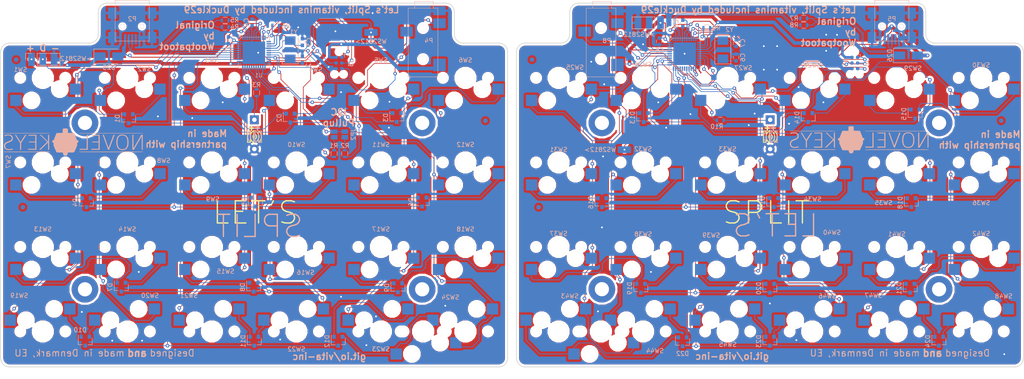
<source format=kicad_pcb>
(kicad_pcb (version 20171130) (host pcbnew 5.0-dev-unknown-9241a39~61~ubuntu17.10.1)
  (layers (0 F.Cu signal) (31 B.Cu signal) (34 B.Paste user) (35 F.Paste user) (36 B.SilkS user) (37 F.SilkS user) (38 B.Mask user) (39 F.Mask user) (44 Edge.Cuts user))
  (net 0 "")
  (net 1 "Net-(D1-Pad2)")
  (net 2 "Net-(D2-Pad2)")
  (net 3 "Net-(D3-Pad2)")
  (net 4 "Net-(D4-Pad2)")
  (net 5 "Net-(D5-Pad2)")
  (net 6 "Net-(D6-Pad2)")
  (net 7 "Net-(D7-Pad2)")
  (net 8 "Net-(D8-Pad2)")
  (net 9 "Net-(D9-Pad2)")
  (net 10 "Net-(D10-Pad2)")
  (net 11 "Net-(D11-Pad2)")
  (net 12 "Net-(D12-Pad2)")
  (net 13 "Net-(D13-Pad2)")
  (net 14 "Net-(D14-Pad2)")
  (net 15 "Net-(D15-Pad2)")
  (net 16 "Net-(D16-Pad2)")
  (net 17 "Net-(D17-Pad2)")
  (net 18 "Net-(D18-Pad2)")
  (net 19 "Net-(D19-Pad2)")
  (net 20 "Net-(D20-Pad2)")
  (net 21 "Net-(D21-Pad2)")
  (net 22 "Net-(D22-Pad2)")
  (net 23 "Net-(D23-Pad2)")
  (net 24 "Net-(D24-Pad2)")
  (net 25 GND)
  (net 26 "Net-(JP1-Pad2)")
  (net 27 "Net-(J1-Pad1)")
  (net 28 VBUS)
  (net 29 "Net-(C2-Pad1)")
  (net 30 "Net-(C3-Pad1)")
  (net 31 "Net-(C4-Pad1)")
  (net 32 "Net-(JP2-Pad2)")
  (net 33 "Net-(C6-Pad1)")
  (net 34 "Net-(C7-Pad1)")
  (net 35 "Net-(C8-Pad1)")
  (net 36 "/Left half/row0")
  (net 37 "/Left half/row1")
  (net 38 "/Left half/row2")
  (net 39 "/Left half/row3")
  (net 40 "/Right half/row0")
  (net 41 "/Right half/row1")
  (net 42 "/Right half/row2")
  (net 43 "/Right half/row3")
  (net 44 "/Left half/~Reset")
  (net 45 "/Left half/MISO")
  (net 46 "/Left half/SCK")
  (net 47 "/Left half/MOSI")
  (net 48 "/Right half/~RESET")
  (net 49 "Net-(J5-Pad1)")
  (net 50 "/Right half/MOSI")
  (net 51 "/Right half/SCK")
  (net 52 "/Right half/MISO")
  (net 53 "/Left half/SDA")
  (net 54 "/Left half/wd2812-in")
  (net 55 "/Left half/SCL/D3")
  (net 56 "/Right half/WD2812-in")
  (net 57 "/Right half/SDA")
  (net 58 "/Right half/SCL/D3")
  (net 59 "/Left half/buzz")
  (net 60 "/Left half/D-")
  (net 61 "/Left half/D+")
  (net 62 "/Right half/D-")
  (net 63 "/Right half/D+")
  (net 64 "/Right half/buzz")
  (net 65 "/Left half/col0")
  (net 66 "/Left half/col1")
  (net 67 "/Left half/col2")
  (net 68 "/Left half/col3")
  (net 69 "/Left half/col4")
  (net 70 "/Left half/col5")
  (net 71 "/Right half/col0")
  (net 72 "/Right half/col1")
  (net 73 "/Right half/col2")
  (net 74 "/Right half/col3")
  (net 75 "/Right half/col4")
  (net 76 "/Right half/col5")
  (net 77 "/Right half/Dd+")
  (net 78 "/Right half/Dd-")
  (net 79 "/Left half/Dd-")
  (net 80 "/Left half/Dd+")
  (net 81 "Net-(D1-Pad1)")
  (net 82 "Net-(D2-Pad1)")
  (net 83 "Net-(D3-Pad1)")
  (net 84 "Net-(D4-Pad1)")
  (net 85 "Net-(D5-Pad1)")
  (net 86 "Net-(D6-Pad1)")
  (net 87 "Net-(D7-Pad1)")
  (net 88 "Net-(D8-Pad1)")
  (net 89 "Net-(D9-Pad1)")
  (net 90 "Net-(D10-Pad1)")
  (net 91 "Net-(D11-Pad1)")
  (net 92 "Net-(D12-Pad1)")
  (net 93 "Net-(D13-Pad1)")
  (net 94 "Net-(D14-Pad1)")
  (net 95 "Net-(D15-Pad1)")
  (net 96 "Net-(D16-Pad1)")
  (net 97 "Net-(D17-Pad1)")
  (net 98 "Net-(D18-Pad1)")
  (net 99 "Net-(D19-Pad1)")
  (net 100 "Net-(D20-Pad1)")
  (net 101 "Net-(D21-Pad1)")
  (net 102 "Net-(D22-Pad1)")
  (net 103 "Net-(D23-Pad1)")
  (net 104 "Net-(D24-Pad1)")
  (net 105 VCC)
  (module Connect:1pin (layer F.Cu) (at 43.2 82.45)
    (fp_text reference REF** hide)
    (fp_text value 1pin)
    (pad "" np_thru_hole circle (at -0.2 0.55) (size 6 6) (drill 3.2) (layers *.Cu *.Mask))
  )
  (module Connect:1pin (layer F.Cu) (at 235.7 82.45)
    (fp_text reference REF** hide)
    (fp_text value 1pin)
    (pad "" np_thru_hole circle (at -0.2 0.55) (size 6 6) (drill 3.2) (layers *.Cu *.Mask))
  )
  (module Capacitors_SMD:C_0603 (layer B.Cu) (at 75.334 64.389 270)
    (fp_text reference C1 (at 2.032 0.15) (layer B.SilkS) (effects (justify mirror)))
    (fp_text value 1uF)
    (pad 2 smd rect (at 0.75 0 270) (size 0.8 0.75) (layers B.Cu B.Paste B.Mask) (net 25 GND))
    (pad 1 smd rect (at -0.75 0 270) (size 0.8 0.75) (layers B.Cu B.Paste B.Mask) (net 105 VCC))
  )
  (module CherryMX:Kailh-socket (layer F.Cu) (at 149.75 130)
    (fp_text reference SW43 hide)
    (fp_text value Socket)
    (pad 2 smd rect (at -7.36 -2.54) (size 2.55 2.5) (layers B.Cu B.Paste B.Mask) (net 102 "Net-(D22-Pad1)"))
    (pad 1 smd rect (at 6.09 -5.08) (size 2.55 2.5) (layers B.Cu B.Paste B.Mask) (net 71 "/Right half/col0"))
    (pad "" np_thru_hole circle (at 2.54 -5.08) (size 3 3) (drill 3) (layers *.Cu *.Mask F.SilkS))
    (pad "" np_thru_hole circle (at -3.81 -2.54) (size 3 3) (drill 3) (layers *.Cu *.Mask F.SilkS))
    (pad "" np_thru_hole circle (at 5.08 0) (size 1.7 1.7) (drill 1.7) (layers *.Cu *.Mask F.SilkS))
    (pad "" np_thru_hole circle (at -5.08 0) (size 1.7 1.7) (drill 1.7) (layers *.Cu *.Mask F.SilkS))
    (pad "" np_thru_hole circle (at 0 0) (size 4 4) (drill 4) (layers *.Cu *.Mask F.SilkS))
  )
  (module graphics:kiwi (layer F.Cu) (at 67.7 62.75)
    (fp_text reference G*** hide)
    (fp_text value LOGO hide)
  )
  (module Fiducials:Fiducial_1mm_Dia_2mm_Outer (layer B.Cu) (at 27.5 68.75)
    (fp_text reference FID6 hide)
    (fp_text value Fiducial)
    (pad ~ smd circle (at 0 0) (size 1 1) (layers B.Cu B.Mask) (clearance 0.5))
  )
  (module Connectors:USB-Mini-B-SMD (layer B.Cu) (at 224.85 59.95)
    (fp_text reference P5 (at 0 -0.387) (layer B.SilkS) (effects (justify mirror)))
    (fp_text value UJ2-MBH-1-SMT)
    (pad 7 thru_hole circle (at 2.2 1.3) (size 0.9 0.9) (drill 0.9) (layers *.Cu *.Mask B.SilkS))
    (pad 7 thru_hole circle (at -2.2 1.3) (size 0.9 0.9) (drill 0.9) (layers *.Cu *.Mask B.SilkS))
    (pad 5 smd rect (at 1.6 4.2) (size 0.5 2.3) (layers B.Cu B.Paste B.Mask) (net 25 GND))
    (pad 4 smd rect (at 0.8 4.2) (size 0.5 2.3) (layers B.Cu B.Paste B.Mask))
    (pad 3 smd rect (at 0 4.2) (size 0.5 2.3) (layers B.Cu B.Paste B.Mask) (net 77 "/Right half/Dd+"))
    (pad 2 smd rect (at -0.8 4.2) (size 0.5 2.3) (layers B.Cu B.Paste B.Mask) (net 78 "/Right half/Dd-"))
    (pad 1 smd rect (at -1.6 4.2) (size 0.5 2.3) (layers B.Cu B.Paste B.Mask) (net 28 VBUS))
    (pad 6 smd rect (at -4.45 -1.7) (size 2 2.5) (layers B.Cu B.Paste B.Mask) (net 25 GND))
    (pad 6 smd rect (at 4.45 -1.7) (size 2 2.5) (layers B.Cu B.Paste B.Mask) (net 25 GND))
    (pad 6 smd rect (at 4.45 3.8) (size 2 2.5) (layers B.Cu B.Paste B.Mask) (net 25 GND))
    (pad 6 smd rect (at -4.45 3.8) (size 2 2.5) (layers B.Cu B.Paste B.Mask) (net 25 GND))
  )
  (module TO_SOT_Packages_SMD:SOT-23 (layer B.Cu) (at 228.981 120.269 270)
    (fp_text reference D21 (at 0 2.5 270) (layer B.SilkS) (effects (justify mirror)))
    (fp_text value BAV70)
    (pad 3 smd rect (at 1 0 270) (size 0.9 0.8) (layers B.Cu B.Paste B.Mask) (net 42 "/Right half/row2"))
    (pad 2 smd rect (at -1 -0.95 270) (size 0.9 0.8) (layers B.Cu B.Paste B.Mask) (net 21 "Net-(D21-Pad2)"))
    (pad 1 smd rect (at -1 0.95 270) (size 0.9 0.8) (layers B.Cu B.Paste B.Mask) (net 101 "Net-(D21-Pad1)"))
  )
  (module TO_SOT_Packages_SMD:SOT-23 (layer B.Cu) (at 159.512 100.965 270)
    (fp_text reference D16 (at 0 2.5 270) (layer B.SilkS) (effects (justify mirror)))
    (fp_text value BAV70)
    (pad 3 smd rect (at 1 0 270) (size 0.9 0.8) (layers B.Cu B.Paste B.Mask) (net 41 "/Right half/row1"))
    (pad 2 smd rect (at -1 -0.95 270) (size 0.9 0.8) (layers B.Cu B.Paste B.Mask) (net 16 "Net-(D16-Pad2)"))
    (pad 1 smd rect (at -1 0.95 270) (size 0.9 0.8) (layers B.Cu B.Paste B.Mask) (net 96 "Net-(D16-Pad1)"))
  )
  (module Resistors_SMD:R_0603 (layer B.Cu) (at 204.978 59.436 180)
    (fp_text reference R7 (at 2.159 0) (layer B.SilkS) (effects (justify mirror)))
    (fp_text value 22R)
    (pad 2 smd rect (at 0.75 0 180) (size 0.5 0.9) (layers B.Cu B.Paste B.Mask) (net 62 "/Right half/D-"))
    (pad 1 smd rect (at -0.75 0 180) (size 0.5 0.9) (layers B.Cu B.Paste B.Mask) (net 78 "/Right half/Dd-"))
  )
  (module CherryMX:Kailh-socket (layer F.Cu) (at 206.9 110.95 180)
    (fp_text reference SW40 (at -4.4534 3.254) (layer B.SilkS) (effects (justify mirror)))
    (fp_text value Socket)
    (pad 1 smd rect (at -7.36 -2.54 180) (size 2.55 2.5) (layers B.Cu B.Paste B.Mask) (net 20 "Net-(D20-Pad2)"))
    (pad 2 smd rect (at 6.09 -5.08 180) (size 2.55 2.5) (layers B.Cu B.Paste B.Mask) (net 74 "/Right half/col3"))
    (pad "" np_thru_hole circle (at 2.54 -5.08 180) (size 3 3) (drill 3) (layers *.Cu *.Mask F.SilkS))
    (pad "" np_thru_hole circle (at -3.81 -2.54 180) (size 3 3) (drill 3) (layers *.Cu *.Mask F.SilkS))
    (pad "" np_thru_hole circle (at 5.08 0 180) (size 1.7 1.7) (drill 1.7) (layers *.Cu *.Mask F.SilkS))
    (pad "" np_thru_hole circle (at -5.08 0 180) (size 1.7 1.7) (drill 1.7) (layers *.Cu *.Mask F.SilkS))
    (pad "" np_thru_hole circle (at 0 0 180) (size 4 4) (drill 4) (layers *.Cu *.Mask F.SilkS))
  )
  (module Resistors_SMD:R_0603 (layer B.Cu) (at 204.978 60.96 180)
    (fp_text reference R8 (at 2.159 0) (layer B.SilkS) (effects (justify mirror)))
    (fp_text value 22R)
    (pad 1 smd rect (at -0.75 0 180) (size 0.5 0.9) (layers B.Cu B.Paste B.Mask) (net 77 "/Right half/Dd+"))
    (pad 2 smd rect (at 0.75 0 180) (size 0.5 0.9) (layers B.Cu B.Paste B.Mask) (net 63 "/Right half/D+"))
  )
  (module Crystals:Crystal_SMD_Abracon_ABM3-2pin_5.0x3.2mm (layer B.Cu) (at 186.75 66.5 90)
    (fp_text reference Y2 (at 4.5 1.5 180) (layer B.SilkS) (effects (justify mirror)))
    (fp_text value 16MHz)
    (pad 2 smd rect (at 2.05 0 90) (size 1.9 2.4) (layers B.Cu B.Paste B.Mask) (net 34 "Net-(C7-Pad1)"))
    (pad 1 smd rect (at -2.05 0 90) (size 1.9 2.4) (layers B.Cu B.Paste B.Mask) (net 33 "Net-(C6-Pad1)"))
  )
  (module Wirepads:SMD_PAD_1x03_Pitch2.54mm (layer B.Cu) (at 172.72 60.452 90)
    (fp_text reference P6 hide)
    (fp_text value >WS2812 (at -2.6162 -4.8006) (layer B.SilkS) (effects (justify mirror)))
    (pad 1 smd rect (at 0 0 90) (size 3 1.5) (layers B.Cu B.Mask) (net 105 VCC))
    (pad 2 smd rect (at 0 -2.54 90) (size 3 1.5) (layers B.Cu B.Mask) (net 56 "/Right half/WD2812-in"))
    (pad 3 smd rect (at 0 -5.08 90) (size 3 1.5) (layers B.Cu B.Mask) (net 25 GND))
  )
  (module Connectors:SJ-4351X-SMT (layer B.Cu) (at 159.3075 64.878 270)
    (fp_text reference P8 (at -0.4 -1.3135 180) (layer B.SilkS) (effects (justify mirror)))
    (fp_text value SJ-43514-SMT)
    (pad "" np_thru_hole circle (at -3.25 0 180) (size 1.7 1.7) (drill 1.7) (layers *.Cu *.Mask B.SilkS))
    (pad "" np_thru_hole circle (at 3.75 0 180) (size 1.7 1.7) (drill 1.7) (layers *.Cu *.Mask B.SilkS))
    (pad 2 smd rect (at 5.05 -3.7 270) (size 2.8 2.8) (layers B.Cu B.Paste B.Mask) (net 105 VCC))
    (pad 4 smd rect (at -4.35 -3.7 270) (size 2.2 2.8) (layers B.Cu B.Paste B.Mask) (net 57 "/Right half/SDA"))
    (pad 3 smd rect (at -2.45 3.7 270) (size 2.2 2.8) (layers B.Cu B.Paste B.Mask) (net 58 "/Right half/SCL/D3"))
    (pad 1 smd rect (at -7.15 -3.7 270) (size 2 2.8) (layers B.Cu B.Paste B.Mask) (net 25 GND))
  )
  (module CherryMX:Kailh-socket (layer F.Cu) (at 245 91.9 180)
    (fp_text reference SW36 (at 0 -9.1) (layer B.SilkS) (effects (justify mirror)))
    (fp_text value Socket)
    (pad 1 smd rect (at -7.36 -2.54 180) (size 2.55 2.5) (layers B.Cu B.Paste B.Mask) (net 18 "Net-(D18-Pad2)"))
    (pad 2 smd rect (at 6.09 -5.08 180) (size 2.55 2.5) (layers B.Cu B.Paste B.Mask) (net 76 "/Right half/col5"))
    (pad "" np_thru_hole circle (at 2.54 -5.08 180) (size 3 3) (drill 3) (layers *.Cu *.Mask F.SilkS))
    (pad "" np_thru_hole circle (at -3.81 -2.54 180) (size 3 3) (drill 3) (layers *.Cu *.Mask F.SilkS))
    (pad "" np_thru_hole circle (at 5.08 0 180) (size 1.7 1.7) (drill 1.7) (layers *.Cu *.Mask F.SilkS))
    (pad "" np_thru_hole circle (at -5.08 0 180) (size 1.7 1.7) (drill 1.7) (layers *.Cu *.Mask F.SilkS))
    (pad "" np_thru_hole circle (at 0 0 180) (size 4 4) (drill 4) (layers *.Cu *.Mask F.SilkS))
  )
  (module CherryMX:Kailh-socket (layer F.Cu) (at 225.95 110.95 180)
    (fp_text reference SW41 (at -0.0084 2.8984) (layer B.SilkS) (effects (justify mirror)))
    (fp_text value Socket)
    (pad 1 smd rect (at -7.36 -2.54 180) (size 2.55 2.5) (layers B.Cu B.Paste B.Mask) (net 75 "/Right half/col4"))
    (pad 2 smd rect (at 6.09 -5.08 180) (size 2.55 2.5) (layers B.Cu B.Paste B.Mask) (net 101 "Net-(D21-Pad1)"))
    (pad "" np_thru_hole circle (at 2.54 -5.08 180) (size 3 3) (drill 3) (layers *.Cu *.Mask F.SilkS))
    (pad "" np_thru_hole circle (at -3.81 -2.54 180) (size 3 3) (drill 3) (layers *.Cu *.Mask F.SilkS))
    (pad "" np_thru_hole circle (at 5.08 0 180) (size 1.7 1.7) (drill 1.7) (layers *.Cu *.Mask F.SilkS))
    (pad "" np_thru_hole circle (at -5.08 0 180) (size 1.7 1.7) (drill 1.7) (layers *.Cu *.Mask F.SilkS))
    (pad "" np_thru_hole circle (at 0 0 180) (size 4 4) (drill 4) (layers *.Cu *.Mask F.SilkS))
  )
  (module CherryMX:Kailh-socket (layer F.Cu) (at 159.275 130 180)
    (fp_text reference SW43 (at 7.002 7.953) (layer B.SilkS) (effects (justify mirror)))
    (fp_text value Socket)
    (pad 1 smd custom (at -7.36 -2.54 180) (size 1 1) (layers B.Cu B.Paste B.Mask) (net 71 "/Right half/col0") (options (clearance outline) (anchor rect)) (primitives (gr_poly (pts (xy -1.275 -1.25) (xy 1.275 -1.25) (xy 1.275 1.25) (xy 0 1.25) (xy -1.275 0)) (width 0))))
    (pad 2 smd rect (at 6.09 -5.08 180) (size 2.55 2.5) (layers B.Cu B.Paste B.Mask) (net 102 "Net-(D22-Pad1)"))
    (pad "" np_thru_hole circle (at 2.54 -5.08 180) (size 3 3) (drill 3) (layers *.Cu *.Mask F.SilkS))
    (pad "" np_thru_hole circle (at -3.81 -2.54 180) (size 3 3) (drill 3) (layers *.Cu *.Mask F.SilkS))
    (pad "" np_thru_hole circle (at 5.08 0 180) (size 1.7 1.7) (drill 1.7) (layers *.Cu *.Mask F.SilkS))
    (pad "" np_thru_hole circle (at -5.08 0 180) (size 1.7 1.7) (drill 1.7) (layers *.Cu *.Mask F.SilkS))
    (pad "" np_thru_hole circle (at 0 0 180) (size 4 4) (drill 4) (layers *.Cu *.Mask F.SilkS))
  )
  (module Pin_Headers:Pin_Header_Straight_1x01_Pitch2.54mm (layer B.Cu) (at 164.592 89.027 180)
    (fp_text reference J8 hide)
    (fp_text value WS2812> (at 5.461 0) (layer B.SilkS) (effects (justify mirror)))
    (pad 1 smd rect (at 0 0 180) (size 3 1.5) (layers B.Cu B.Mask) (net 57 "/Right half/SDA"))
  )
  (module CherryMX:Kailh-socket (layer F.Cu) (at 168.8 130)
    (fp_text reference SW44 (at 2.65 4.366) (layer B.SilkS) (effects (justify mirror)))
    (fp_text value Socket)
    (pad 2 smd custom (at -7.36 -2.54) (size 1 1) (layers B.Cu B.Paste B.Mask) (net 72 "/Right half/col1") (options (clearance outline) (anchor rect)) (primitives (gr_poly (pts (xy -1.275 -1.25) (xy 1.275 -1.25) (xy 1.275 1.25) (xy 0 1.25) (xy -1.275 0)) (width 0))))
    (pad 1 smd rect (at 6.09 -5.08) (size 2.55 2.5) (layers B.Cu B.Paste B.Mask) (net 22 "Net-(D22-Pad2)"))
    (pad "" np_thru_hole circle (at 2.54 -5.08) (size 3 3) (drill 3) (layers *.Cu *.Mask F.SilkS))
    (pad "" np_thru_hole circle (at -3.81 -2.54) (size 3 3) (drill 3) (layers *.Cu *.Mask F.SilkS))
    (pad "" np_thru_hole circle (at 5.08 0) (size 1.7 1.7) (drill 1.7) (layers *.Cu *.Mask F.SilkS))
    (pad "" np_thru_hole circle (at -5.08 0) (size 1.7 1.7) (drill 1.7) (layers *.Cu *.Mask F.SilkS))
    (pad "" np_thru_hole circle (at 0 0) (size 4 4) (drill 4) (layers *.Cu *.Mask F.SilkS))
  )
  (module Capacitors_SMD:C_0603 (layer B.Cu) (at 189.75 68.25 90)
    (fp_text reference C6 (at 0 1.5 90) (layer B.SilkS) (effects (justify mirror)))
    (fp_text value 18pF)
    (pad 1 smd rect (at -0.75 0 90) (size 0.8 0.75) (layers B.Cu B.Paste B.Mask) (net 33 "Net-(C6-Pad1)"))
    (pad 2 smd rect (at 0.75 0 90) (size 0.8 0.75) (layers B.Cu B.Paste B.Mask) (net 25 GND))
  )
  (module TO_SOT_Packages_SMD:SOT-23 (layer B.Cu) (at 197.358 132.207 270)
    (fp_text reference D23 (at 0 2.5 270) (layer B.SilkS) (effects (justify mirror)))
    (fp_text value BAV70)
    (pad 3 smd rect (at 1 0 270) (size 0.9 0.8) (layers B.Cu B.Paste B.Mask) (net 43 "/Right half/row3"))
    (pad 2 smd rect (at -1 -0.95 270) (size 0.9 0.8) (layers B.Cu B.Paste B.Mask) (net 23 "Net-(D23-Pad2)"))
    (pad 1 smd rect (at -1 0.95 270) (size 0.9 0.8) (layers B.Cu B.Paste B.Mask) (net 103 "Net-(D23-Pad1)"))
  )
  (module CherryMX:Kailh-socket (layer F.Cu) (at 245 110.95 180)
    (fp_text reference SW42 (at -0.0084 3) (layer B.SilkS) (effects (justify mirror)))
    (fp_text value Socket)
    (pad 1 smd rect (at -7.36 -2.54 180) (size 2.55 2.5) (layers B.Cu B.Paste B.Mask) (net 21 "Net-(D21-Pad2)"))
    (pad 2 smd rect (at 6.09 -5.08 180) (size 2.55 2.5) (layers B.Cu B.Paste B.Mask) (net 76 "/Right half/col5"))
    (pad "" np_thru_hole circle (at 2.54 -5.08 180) (size 3 3) (drill 3) (layers *.Cu *.Mask F.SilkS))
    (pad "" np_thru_hole circle (at -3.81 -2.54 180) (size 3 3) (drill 3) (layers *.Cu *.Mask F.SilkS))
    (pad "" np_thru_hole circle (at 5.08 0 180) (size 1.7 1.7) (drill 1.7) (layers *.Cu *.Mask F.SilkS))
    (pad "" np_thru_hole circle (at -5.08 0 180) (size 1.7 1.7) (drill 1.7) (layers *.Cu *.Mask F.SilkS))
    (pad "" np_thru_hole circle (at 0 0 180) (size 4 4) (drill 4) (layers *.Cu *.Mask F.SilkS))
  )
  (module TO_SOT_Packages_SMD:SOT-23 (layer B.Cu) (at 205.994 81.788 270)
    (fp_text reference D14 (at 0 2.5 270) (layer B.SilkS) (effects (justify mirror)))
    (fp_text value BAV70)
    (pad 1 smd rect (at -1 0.95 270) (size 0.9 0.8) (layers B.Cu B.Paste B.Mask) (net 94 "Net-(D14-Pad1)"))
    (pad 2 smd rect (at -1 -0.95 270) (size 0.9 0.8) (layers B.Cu B.Paste B.Mask) (net 14 "Net-(D14-Pad2)"))
    (pad 3 smd rect (at 1 0 270) (size 0.9 0.8) (layers B.Cu B.Paste B.Mask) (net 40 "/Right half/row0"))
  )
  (module CherryMX:Kailh-socket (layer F.Cu) (at 187.85 130)
    (fp_text reference SW45 (at 0.0338 2.9436) (layer B.SilkS) (effects (justify mirror)))
    (fp_text value Socket)
    (pad 1 smd rect (at -7.36 -2.54) (size 2.55 2.5) (layers B.Cu B.Paste B.Mask) (net 73 "/Right half/col2"))
    (pad 2 smd rect (at 6.09 -5.08) (size 2.55 2.5) (layers B.Cu B.Paste B.Mask) (net 103 "Net-(D23-Pad1)"))
    (pad "" np_thru_hole circle (at 2.54 -5.08) (size 3 3) (drill 3) (layers *.Cu *.Mask F.SilkS))
    (pad "" np_thru_hole circle (at -3.81 -2.54) (size 3 3) (drill 3) (layers *.Cu *.Mask F.SilkS))
    (pad "" np_thru_hole circle (at 5.08 0) (size 1.7 1.7) (drill 1.7) (layers *.Cu *.Mask F.SilkS))
    (pad "" np_thru_hole circle (at -5.08 0) (size 1.7 1.7) (drill 1.7) (layers *.Cu *.Mask F.SilkS))
    (pad "" np_thru_hole circle (at 0 0) (size 4 4) (drill 4) (layers *.Cu *.Mask F.SilkS))
  )
  (module Capacitors_SMD:C_0603 (layer B.Cu) (at 172.409 64.627 270)
    (fp_text reference C5 (at 2.048 -0.057) (layer B.SilkS) (effects (justify mirror)))
    (fp_text value 1uF)
    (pad 1 smd rect (at -0.75 0 270) (size 0.8 0.75) (layers B.Cu B.Paste B.Mask) (net 105 VCC))
    (pad 2 smd rect (at 0.75 0 270) (size 0.8 0.75) (layers B.Cu B.Paste B.Mask) (net 25 GND))
  )
  (module TO_SOT_Packages_SMD:SOT-23 (layer B.Cu) (at 197.358 120.269 270)
    (fp_text reference D20 (at 0 2.5 270) (layer B.SilkS) (effects (justify mirror)))
    (fp_text value BAV70)
    (pad 1 smd rect (at -1 0.95 270) (size 0.9 0.8) (layers B.Cu B.Paste B.Mask) (net 100 "Net-(D20-Pad1)"))
    (pad 2 smd rect (at -1 -0.95 270) (size 0.9 0.8) (layers B.Cu B.Paste B.Mask) (net 20 "Net-(D20-Pad2)"))
    (pad 3 smd rect (at 1 0 270) (size 0.9 0.8) (layers B.Cu B.Paste B.Mask) (net 42 "/Right half/row2"))
  )
  (module CherryMX:Kailh-socket (layer F.Cu) (at 225.95 91.9 180)
    (fp_text reference SW35 (at 2.95 -9.1) (layer B.SilkS) (effects (justify mirror)))
    (fp_text value Socket)
    (pad 1 smd rect (at -7.36 -2.54 180) (size 2.55 2.5) (layers B.Cu B.Paste B.Mask) (net 75 "/Right half/col4"))
    (pad 2 smd rect (at 6.09 -5.08 180) (size 2.55 2.5) (layers B.Cu B.Paste B.Mask) (net 98 "Net-(D18-Pad1)"))
    (pad "" np_thru_hole circle (at 2.54 -5.08 180) (size 3 3) (drill 3) (layers *.Cu *.Mask F.SilkS))
    (pad "" np_thru_hole circle (at -3.81 -2.54 180) (size 3 3) (drill 3) (layers *.Cu *.Mask F.SilkS))
    (pad "" np_thru_hole circle (at 5.08 0 180) (size 1.7 1.7) (drill 1.7) (layers *.Cu *.Mask F.SilkS))
    (pad "" np_thru_hole circle (at -5.08 0 180) (size 1.7 1.7) (drill 1.7) (layers *.Cu *.Mask F.SilkS))
    (pad "" np_thru_hole circle (at 0 0 180) (size 4 4) (drill 4) (layers *.Cu *.Mask F.SilkS))
  )
  (module TO_SOT_Packages_SMD:SOT-23 (layer B.Cu) (at 177.673 132.334 270)
    (fp_text reference D22 (at 2.667 0) (layer B.SilkS) (effects (justify mirror)))
    (fp_text value BAV70)
    (pad 1 smd rect (at -1 0.95 270) (size 0.9 0.8) (layers B.Cu B.Paste B.Mask) (net 102 "Net-(D22-Pad1)"))
    (pad 2 smd rect (at -1 -0.95 270) (size 0.9 0.8) (layers B.Cu B.Paste B.Mask) (net 22 "Net-(D22-Pad2)"))
    (pad 3 smd rect (at 1 0 270) (size 0.9 0.8) (layers B.Cu B.Paste B.Mask) (net 43 "/Right half/row3"))
  )
  (module Connect:1pin (layer F.Cu) (at 159.7 82.45)
    (fp_text reference REF** hide)
    (fp_text value 1pin)
    (pad "" np_thru_hole circle (at -0.2 0.55) (size 6 6) (drill 3.2) (layers *.Cu *.Mask))
  )
  (module CherryMX:Kailh-socket (layer F.Cu) (at 206.9 72.85 180)
    (fp_text reference SW28 (at 0.017 2.873) (layer B.SilkS) (effects (justify mirror)))
    (fp_text value Socket)
    (pad 1 smd rect (at -7.36 -2.54 180) (size 2.55 2.5) (layers B.Cu B.Paste B.Mask) (net 14 "Net-(D14-Pad2)"))
    (pad 2 smd rect (at 6.09 -5.08 180) (size 2.55 2.5) (layers B.Cu B.Paste B.Mask) (net 74 "/Right half/col3"))
    (pad "" np_thru_hole circle (at 2.54 -5.08 180) (size 3 3) (drill 3) (layers *.Cu *.Mask F.SilkS))
    (pad "" np_thru_hole circle (at -3.81 -2.54 180) (size 3 3) (drill 3) (layers *.Cu *.Mask F.SilkS))
    (pad "" np_thru_hole circle (at 5.08 0 180) (size 1.7 1.7) (drill 1.7) (layers *.Cu *.Mask F.SilkS))
    (pad "" np_thru_hole circle (at -5.08 0 180) (size 1.7 1.7) (drill 1.7) (layers *.Cu *.Mask F.SilkS))
    (pad "" np_thru_hole circle (at 0 0 180) (size 4 4) (drill 4) (layers *.Cu *.Mask F.SilkS))
  )
  (module CherryMX:Kailh-socket (layer F.Cu) (at 206.9 91.9 180)
    (fp_text reference SW34 (at -0.1 -8.3) (layer B.SilkS) (effects (justify mirror)))
    (fp_text value Socket)
    (pad 1 smd rect (at -7.36 -2.54 180) (size 2.55 2.5) (layers B.Cu B.Paste B.Mask) (net 17 "Net-(D17-Pad2)"))
    (pad 2 smd rect (at 6.09 -5.08 180) (size 2.55 2.5) (layers B.Cu B.Paste B.Mask) (net 74 "/Right half/col3"))
    (pad "" np_thru_hole circle (at 2.54 -5.08 180) (size 3 3) (drill 3) (layers *.Cu *.Mask F.SilkS))
    (pad "" np_thru_hole circle (at -3.81 -2.54 180) (size 3 3) (drill 3) (layers *.Cu *.Mask F.SilkS))
    (pad "" np_thru_hole circle (at 5.08 0 180) (size 1.7 1.7) (drill 1.7) (layers *.Cu *.Mask F.SilkS))
    (pad "" np_thru_hole circle (at -5.08 0 180) (size 1.7 1.7) (drill 1.7) (layers *.Cu *.Mask F.SilkS))
    (pad "" np_thru_hole circle (at 0 0 180) (size 4 4) (drill 4) (layers *.Cu *.Mask F.SilkS))
  )
  (module SeeedOPL-IC-2016:QFN44G-0.5-7X7MM (layer B.Cu) (at 178.142518 67.411 270)
    (fp_text reference U2 (at 4.979 -1.562482) (layer B.SilkS) (effects (font (size 0.889 0.889) (thickness 0.1016)) (justify mirror)))
    (fp_text value ATMega32U4 hide)
    (pad TAB smd rect (at 0 0 270) (size 5.08 5.08) (layers B.Cu B.Paste B.Mask) (net 25 GND))
    (pad 44 smd rect (at -2.49936 3.34772 180) (size 0.99822 0.29972) (layers B.Cu B.Paste B.Mask) (net 105 VCC))
    (pad 43 smd rect (at -1.99898 3.34772 180) (size 0.99822 0.29972) (layers B.Cu B.Paste B.Mask) (net 25 GND))
    (pad 42 smd rect (at -1.4986 3.34772 180) (size 0.99822 0.29972) (layers B.Cu B.Paste B.Mask))
    (pad 41 smd rect (at -0.99822 3.34772 180) (size 0.99822 0.29972) (layers B.Cu B.Paste B.Mask) (net 56 "/Right half/WD2812-in"))
    (pad 40 smd rect (at -0.49784 3.34772 180) (size 0.99822 0.29972) (layers B.Cu B.Paste B.Mask) (net 71 "/Right half/col0"))
    (pad 39 smd rect (at 0 3.34772 180) (size 0.99822 0.29972) (layers B.Cu B.Paste B.Mask) (net 72 "/Right half/col1"))
    (pad 38 smd rect (at 0.49784 3.34772 180) (size 0.99822 0.29972) (layers B.Cu B.Paste B.Mask) (net 40 "/Right half/row0"))
    (pad 37 smd rect (at 0.99822 3.34772 180) (size 0.99822 0.29972) (layers B.Cu B.Paste B.Mask) (net 41 "/Right half/row1"))
    (pad 36 smd rect (at 1.4986 3.34772 180) (size 0.99822 0.29972) (layers B.Cu B.Paste B.Mask) (net 43 "/Right half/row3"))
    (pad 35 smd rect (at 1.99898 3.34772 180) (size 0.99822 0.29972) (layers B.Cu B.Paste B.Mask) (net 25 GND))
    (pad 34 smd rect (at 2.49936 3.34772 180) (size 0.99822 0.29972) (layers B.Cu B.Paste B.Mask) (net 105 VCC))
    (pad 33 smd rect (at 3.34772 2.49936 270) (size 0.99822 0.29972) (layers B.Cu B.Paste B.Mask) (net 73 "/Right half/col2"))
    (pad 32 smd rect (at 3.34772 1.99898 270) (size 0.99822 0.29972) (layers B.Cu B.Paste B.Mask) (net 42 "/Right half/row2"))
    (pad 31 smd rect (at 3.34772 1.4986 270) (size 0.99822 0.29972) (layers B.Cu B.Paste B.Mask) (net 64 "/Right half/buzz"))
    (pad 30 smd rect (at 3.34772 0.99822 270) (size 0.99822 0.29972) (layers B.Cu B.Paste B.Mask) (net 74 "/Right half/col3"))
    (pad 29 smd rect (at 3.34772 0.49784 270) (size 0.99822 0.29972) (layers B.Cu B.Paste B.Mask))
    (pad 28 smd rect (at 3.34772 0 270) (size 0.99822 0.29972) (layers B.Cu B.Paste B.Mask))
    (pad 27 smd rect (at 3.34772 -0.49784 270) (size 0.99822 0.29972) (layers B.Cu B.Paste B.Mask) (net 75 "/Right half/col4"))
    (pad 26 smd rect (at 3.34772 -0.99822 270) (size 0.99822 0.29972) (layers B.Cu B.Paste B.Mask) (net 76 "/Right half/col5"))
    (pad 25 smd rect (at 3.34772 -1.4986 270) (size 0.99822 0.29972) (layers B.Cu B.Paste B.Mask))
    (pad 24 smd rect (at 3.34772 -1.99898 270) (size 0.99822 0.29972) (layers B.Cu B.Paste B.Mask) (net 105 VCC))
    (pad 23 smd rect (at 3.34772 -2.49936 270) (size 0.99822 0.29972) (layers B.Cu B.Paste B.Mask) (net 25 GND))
    (pad 22 smd rect (at 2.49936 -3.34772) (size 0.99822 0.29972) (layers B.Cu B.Paste B.Mask))
    (pad 21 smd rect (at 1.99898 -3.34772) (size 0.99822 0.29972) (layers B.Cu B.Paste B.Mask))
    (pad 20 smd rect (at 1.4986 -3.34772) (size 0.99822 0.29972) (layers B.Cu B.Paste B.Mask))
    (pad 19 smd rect (at 0.99822 -3.34772) (size 0.99822 0.29972) (layers B.Cu B.Paste B.Mask) (net 57 "/Right half/SDA"))
    (pad 18 smd rect (at 0.49784 -3.34772) (size 0.99822 0.29972) (layers B.Cu B.Paste B.Mask) (net 58 "/Right half/SCL/D3"))
    (pad 17 smd rect (at 0 -3.34772) (size 0.99822 0.29972) (layers B.Cu B.Paste B.Mask) (net 33 "Net-(C6-Pad1)"))
    (pad 16 smd rect (at -0.49784 -3.34772) (size 0.99822 0.29972) (layers B.Cu B.Paste B.Mask) (net 34 "Net-(C7-Pad1)"))
    (pad 15 smd rect (at -0.99822 -3.34772) (size 0.99822 0.29972) (layers B.Cu B.Paste B.Mask) (net 25 GND))
    (pad 14 smd rect (at -1.4986 -3.34772) (size 0.99822 0.29972) (layers B.Cu B.Paste B.Mask) (net 105 VCC))
    (pad 13 smd rect (at -1.99898 -3.34772) (size 0.99822 0.29972) (layers B.Cu B.Paste B.Mask) (net 48 "/Right half/~RESET"))
    (pad 12 smd rect (at -2.49936 -3.34772) (size 0.99822 0.29972) (layers B.Cu B.Paste B.Mask))
    (pad 11 smd rect (at -3.34772 -2.49936 90) (size 0.99822 0.29972) (layers B.Cu B.Paste B.Mask) (net 52 "/Right half/MISO"))
    (pad 10 smd rect (at -3.34772 -1.99898 90) (size 0.99822 0.29972) (layers B.Cu B.Paste B.Mask) (net 50 "/Right half/MOSI"))
    (pad 9 smd rect (at -3.34772 -1.4986 90) (size 0.99822 0.29972) (layers B.Cu B.Paste B.Mask) (net 51 "/Right half/SCK"))
    (pad 8 smd rect (at -3.34772 -0.99822 90) (size 0.99822 0.29972) (layers B.Cu B.Paste B.Mask))
    (pad 7 smd rect (at -3.34772 -0.49784 90) (size 0.99822 0.29972) (layers B.Cu B.Paste B.Mask) (net 28 VBUS))
    (pad 6 smd rect (at -3.34772 0 90) (size 0.99822 0.29972) (layers B.Cu B.Paste B.Mask) (net 35 "Net-(C8-Pad1)"))
    (pad 5 smd rect (at -3.34772 0.49784 90) (size 0.99822 0.29972) (layers B.Cu B.Paste B.Mask) (net 25 GND))
    (pad 4 smd rect (at -3.34772 0.99822 90) (size 0.99822 0.29972) (layers B.Cu B.Paste B.Mask) (net 63 "/Right half/D+"))
    (pad 3 smd rect (at -3.34772 1.4986 90) (size 0.99822 0.29972) (layers B.Cu B.Paste B.Mask) (net 62 "/Right half/D-"))
    (pad 2 smd rect (at -3.34772 1.99898 90) (size 0.99822 0.29972) (layers B.Cu B.Paste B.Mask) (net 28 VBUS))
    (pad 1 smd rect (at -3.34772 2.49936 90) (size 0.99822 0.29972) (layers B.Cu B.Paste B.Mask))
  )
  (module Resistors_SMD:R_0603 (layer B.Cu) (at 186.182 82.423)
    (fp_text reference R10 (at -0.762 1.397) (layer B.SilkS) (effects (justify mirror)))
    (fp_text value 200R)
    (pad 2 smd rect (at 0.75 0) (size 0.5 0.9) (layers B.Cu B.Paste B.Mask) (net 49 "Net-(J5-Pad1)"))
    (pad 1 smd rect (at -0.75 0) (size 0.5 0.9) (layers B.Cu B.Paste B.Mask) (net 64 "/Right half/buzz"))
  )
  (module CherryMX:Kailh-socket (layer F.Cu) (at 245 130)
    (fp_text reference SW48 (at 5.063 -7.953) (layer B.SilkS) (effects (justify mirror)))
    (fp_text value Socket)
    (pad 1 smd rect (at -7.36 -2.54) (size 2.55 2.5) (layers B.Cu B.Paste B.Mask) (net 24 "Net-(D24-Pad2)"))
    (pad 2 smd rect (at 6.09 -5.08) (size 2.55 2.5) (layers B.Cu B.Paste B.Mask) (net 76 "/Right half/col5"))
    (pad "" np_thru_hole circle (at 2.54 -5.08) (size 3 3) (drill 3) (layers *.Cu *.Mask F.SilkS))
    (pad "" np_thru_hole circle (at -3.81 -2.54) (size 3 3) (drill 3) (layers *.Cu *.Mask F.SilkS))
    (pad "" np_thru_hole circle (at 5.08 0) (size 1.7 1.7) (drill 1.7) (layers *.Cu *.Mask F.SilkS))
    (pad "" np_thru_hole circle (at -5.08 0) (size 1.7 1.7) (drill 1.7) (layers *.Cu *.Mask F.SilkS))
    (pad "" np_thru_hole circle (at 0 0) (size 4 4) (drill 4) (layers *.Cu *.Mask F.SilkS))
  )
  (module Fiducials:Fiducial_1mm_Dia_2mm_Outer (layer B.Cu) (at 249.5 82.5)
    (fp_text reference FID4 hide)
    (fp_text value Fiducial)
    (pad ~ smd circle (at 0 0) (size 1 1) (layers B.Cu B.Mask) (clearance 0.5))
  )
  (module TO_SOT_Packages_SMD:SOT-23 (layer B.Cu) (at 168.275 120.269 270)
    (fp_text reference D19 (at 0 2.5 270) (layer B.SilkS) (effects (justify mirror)))
    (fp_text value BAV70)
    (pad 3 smd rect (at 1 0 270) (size 0.9 0.8) (layers B.Cu B.Paste B.Mask) (net 42 "/Right half/row2"))
    (pad 2 smd rect (at -1 -0.95 270) (size 0.9 0.8) (layers B.Cu B.Paste B.Mask) (net 19 "Net-(D19-Pad2)"))
    (pad 1 smd rect (at -1 0.95 270) (size 0.9 0.8) (layers B.Cu B.Paste B.Mask) (net 99 "Net-(D19-Pad1)"))
  )
  (module CherryMX:Kailh-socket (layer F.Cu) (at 225.95 130)
    (fp_text reference SW47 (at -5.224 -8.08) (layer B.SilkS) (effects (justify mirror)))
    (fp_text value Socket)
    (pad 1 smd rect (at -7.36 -2.54) (size 2.55 2.5) (layers B.Cu B.Paste B.Mask) (net 75 "/Right half/col4"))
    (pad 2 smd rect (at 6.09 -5.08) (size 2.55 2.5) (layers B.Cu B.Paste B.Mask) (net 104 "Net-(D24-Pad1)"))
    (pad "" np_thru_hole circle (at 2.54 -5.08) (size 3 3) (drill 3) (layers *.Cu *.Mask F.SilkS))
    (pad "" np_thru_hole circle (at -3.81 -2.54) (size 3 3) (drill 3) (layers *.Cu *.Mask F.SilkS))
    (pad "" np_thru_hole circle (at 5.08 0) (size 1.7 1.7) (drill 1.7) (layers *.Cu *.Mask F.SilkS))
    (pad "" np_thru_hole circle (at -5.08 0) (size 1.7 1.7) (drill 1.7) (layers *.Cu *.Mask F.SilkS))
    (pad "" np_thru_hole circle (at 0 0) (size 4 4) (drill 4) (layers *.Cu *.Mask F.SilkS))
  )
  (module CherryMX:Kailh-socket (layer F.Cu) (at 187.85 91.9 180)
    (fp_text reference SW33 (at 0.017 3) (layer B.SilkS) (effects (justify mirror)))
    (fp_text value Socket)
    (pad 1 smd rect (at -7.36 -2.54 180) (size 2.55 2.5) (layers B.Cu B.Paste B.Mask) (net 73 "/Right half/col2"))
    (pad 2 smd rect (at 6.09 -5.08 180) (size 2.55 2.5) (layers B.Cu B.Paste B.Mask) (net 97 "Net-(D17-Pad1)"))
    (pad "" np_thru_hole circle (at 2.54 -5.08 180) (size 3 3) (drill 3) (layers *.Cu *.Mask F.SilkS))
    (pad "" np_thru_hole circle (at -3.81 -2.54 180) (size 3 3) (drill 3) (layers *.Cu *.Mask F.SilkS))
    (pad "" np_thru_hole circle (at 5.08 0 180) (size 1.7 1.7) (drill 1.7) (layers *.Cu *.Mask F.SilkS))
    (pad "" np_thru_hole circle (at -5.08 0 180) (size 1.7 1.7) (drill 1.7) (layers *.Cu *.Mask F.SilkS))
    (pad "" np_thru_hole circle (at 0 0 180) (size 4 4) (drill 4) (layers *.Cu *.Mask F.SilkS))
  )
  (module CherryMX:Kailh-socket (layer F.Cu) (at 187.85 110.95 180)
    (fp_text reference SW39 (at 3.7 2.619) (layer B.SilkS) (effects (justify mirror)))
    (fp_text value Socket)
    (pad 1 smd rect (at -7.36 -2.54 180) (size 2.55 2.5) (layers B.Cu B.Paste B.Mask) (net 73 "/Right half/col2"))
    (pad 2 smd rect (at 6.09 -5.08 180) (size 2.55 2.5) (layers B.Cu B.Paste B.Mask) (net 100 "Net-(D20-Pad1)"))
    (pad "" np_thru_hole circle (at 2.54 -5.08 180) (size 3 3) (drill 3) (layers *.Cu *.Mask F.SilkS))
    (pad "" np_thru_hole circle (at -3.81 -2.54 180) (size 3 3) (drill 3) (layers *.Cu *.Mask F.SilkS))
    (pad "" np_thru_hole circle (at 5.08 0 180) (size 1.7 1.7) (drill 1.7) (layers *.Cu *.Mask F.SilkS))
    (pad "" np_thru_hole circle (at -5.08 0 180) (size 1.7 1.7) (drill 1.7) (layers *.Cu *.Mask F.SilkS))
    (pad "" np_thru_hole circle (at 0 0 180) (size 4 4) (drill 4) (layers *.Cu *.Mask F.SilkS))
  )
  (module Fiducials:Fiducial_1mm_Dia_2mm_Outer (layer B.Cu) (at 143.75 68.75)
    (fp_text reference FID5 hide)
    (fp_text value Fiducial)
    (pad ~ smd circle (at 0 0) (size 1 1) (layers B.Cu B.Mask) (clearance 0.5))
  )
  (module Connect:1pin (layer F.Cu) (at 235.491 120.488)
    (fp_text reference REF** hide)
    (fp_text value 1pin)
    (pad "" np_thru_hole circle (at 0.009 0.012) (size 6 6) (drill 3.2) (layers *.Cu *.Mask))
  )
  (module CherryMX:Kailh-socket (layer F.Cu) (at 168.8 91.9 180)
    (fp_text reference SW32 (at 0.017 3) (layer B.SilkS) (effects (justify mirror)))
    (fp_text value Socket)
    (pad 1 smd rect (at -7.36 -2.54 180) (size 2.55 2.5) (layers B.Cu B.Paste B.Mask) (net 16 "Net-(D16-Pad2)"))
    (pad 2 smd rect (at 6.09 -5.08 180) (size 2.55 2.5) (layers B.Cu B.Paste B.Mask) (net 72 "/Right half/col1"))
    (pad "" np_thru_hole circle (at 2.54 -5.08 180) (size 3 3) (drill 3) (layers *.Cu *.Mask F.SilkS))
    (pad "" np_thru_hole circle (at -3.81 -2.54 180) (size 3 3) (drill 3) (layers *.Cu *.Mask F.SilkS))
    (pad "" np_thru_hole circle (at 5.08 0 180) (size 1.7 1.7) (drill 1.7) (layers *.Cu *.Mask F.SilkS))
    (pad "" np_thru_hole circle (at -5.08 0 180) (size 1.7 1.7) (drill 1.7) (layers *.Cu *.Mask F.SilkS))
    (pad "" np_thru_hole circle (at 0 0 180) (size 4 4) (drill 4) (layers *.Cu *.Mask F.SilkS))
  )
  (module TO_SOT_Packages_SMD:SOT-23 (layer B.Cu) (at 235.458 132.207 270)
    (fp_text reference D24 (at 0 2.5 270) (layer B.SilkS) (effects (justify mirror)))
    (fp_text value BAV70)
    (pad 3 smd rect (at 1 0 270) (size 0.9 0.8) (layers B.Cu B.Paste B.Mask) (net 43 "/Right half/row3"))
    (pad 2 smd rect (at -1 -0.95 270) (size 0.9 0.8) (layers B.Cu B.Paste B.Mask) (net 24 "Net-(D24-Pad2)"))
    (pad 1 smd rect (at -1 0.95 270) (size 0.9 0.8) (layers B.Cu B.Paste B.Mask) (net 104 "Net-(D24-Pad1)"))
  )
  (module Resistors_SMD:R_0603 (layer B.Cu) (at 183.134 61.595)
    (fp_text reference R9 (at 2.159 0) (layer B.SilkS) (effects (justify mirror)))
    (fp_text value 4k7)
    (pad 1 smd rect (at -0.75 0) (size 0.5 0.9) (layers B.Cu B.Paste B.Mask) (net 48 "/Right half/~RESET"))
    (pad 2 smd rect (at 0.75 0) (size 0.5 0.9) (layers B.Cu B.Paste B.Mask) (net 105 VCC))
  )
  (module TO_SOT_Packages_SMD:SOT-23 (layer B.Cu) (at 198.247 100.965 270)
    (fp_text reference D17 (at 0 2.5 270) (layer B.SilkS) (effects (justify mirror)))
    (fp_text value BAV70)
    (pad 1 smd rect (at -1 0.95 270) (size 0.9 0.8) (layers B.Cu B.Paste B.Mask) (net 97 "Net-(D17-Pad1)"))
    (pad 2 smd rect (at -1 -0.95 270) (size 0.9 0.8) (layers B.Cu B.Paste B.Mask) (net 17 "Net-(D17-Pad2)"))
    (pad 3 smd rect (at 1 0 270) (size 0.9 0.8) (layers B.Cu B.Paste B.Mask) (net 41 "/Right half/row1"))
  )
  (module CherryMX:Kailh-socket (layer F.Cu) (at 168.8 72.85 180)
    (fp_text reference SW26 (at 0.017 3) (layer B.SilkS) (effects (justify mirror)))
    (fp_text value Socket)
    (pad 1 smd rect (at -7.36 -2.54 180) (size 2.55 2.5) (layers B.Cu B.Paste B.Mask) (net 13 "Net-(D13-Pad2)"))
    (pad 2 smd rect (at 6.09 -5.08 180) (size 2.55 2.5) (layers B.Cu B.Paste B.Mask) (net 72 "/Right half/col1"))
    (pad "" np_thru_hole circle (at 2.54 -5.08 180) (size 3 3) (drill 3) (layers *.Cu *.Mask F.SilkS))
    (pad "" np_thru_hole circle (at -3.81 -2.54 180) (size 3 3) (drill 3) (layers *.Cu *.Mask F.SilkS))
    (pad "" np_thru_hole circle (at 5.08 0 180) (size 1.7 1.7) (drill 1.7) (layers *.Cu *.Mask F.SilkS))
    (pad "" np_thru_hole circle (at -5.08 0 180) (size 1.7 1.7) (drill 1.7) (layers *.Cu *.Mask F.SilkS))
    (pad "" np_thru_hole circle (at 0 0 180) (size 4 4) (drill 4) (layers *.Cu *.Mask F.SilkS))
  )
  (module TO_SOT_Packages_SMD:SOT-23 (layer B.Cu) (at 230.085 80.988 270)
    (fp_text reference D15 (at 0 2.5 270) (layer B.SilkS) (effects (justify mirror)))
    (fp_text value BAV70)
    (pad 3 smd rect (at 1 0 270) (size 0.9 0.8) (layers B.Cu B.Paste B.Mask) (net 40 "/Right half/row0"))
    (pad 2 smd rect (at -1 -0.95 270) (size 0.9 0.8) (layers B.Cu B.Paste B.Mask) (net 15 "Net-(D15-Pad2)"))
    (pad 1 smd rect (at -1 0.95 270) (size 0.9 0.8) (layers B.Cu B.Paste B.Mask) (net 95 "Net-(D15-Pad1)"))
  )
  (module Capacitors_SMD:C_0603 (layer B.Cu) (at 177.743 60.5884 270)
    (fp_text reference C8 (at 0 1.5 270) (layer B.SilkS) (effects (justify mirror)))
    (fp_text value 1uF)
    (pad 2 smd rect (at 0.75 0 270) (size 0.8 0.75) (layers B.Cu B.Paste B.Mask) (net 25 GND))
    (pad 1 smd rect (at -0.75 0 270) (size 0.8 0.75) (layers B.Cu B.Paste B.Mask) (net 35 "Net-(C8-Pad1)"))
  )
  (module CherryMX:Kailh-socket (layer F.Cu) (at 225.95 72.85 180)
    (fp_text reference SW29 (at -3.65 2.15) (layer B.SilkS) (effects (justify mirror)))
    (fp_text value Socket)
    (pad 1 smd rect (at -7.36 -2.54 180) (size 2.55 2.5) (layers B.Cu B.Paste B.Mask) (net 75 "/Right half/col4"))
    (pad 2 smd rect (at 6.09 -5.08 180) (size 2.55 2.5) (layers B.Cu B.Paste B.Mask) (net 95 "Net-(D15-Pad1)"))
    (pad "" np_thru_hole circle (at 2.54 -5.08 180) (size 3 3) (drill 3) (layers *.Cu *.Mask F.SilkS))
    (pad "" np_thru_hole circle (at -3.81 -2.54 180) (size 3 3) (drill 3) (layers *.Cu *.Mask F.SilkS))
    (pad "" np_thru_hole circle (at 5.08 0 180) (size 1.7 1.7) (drill 1.7) (layers *.Cu *.Mask F.SilkS))
    (pad "" np_thru_hole circle (at -5.08 0 180) (size 1.7 1.7) (drill 1.7) (layers *.Cu *.Mask F.SilkS))
    (pad "" np_thru_hole circle (at 0 0 180) (size 4 4) (drill 4) (layers *.Cu *.Mask F.SilkS))
  )
  (module TO_SOT_Packages_SMD:SOT-23 (layer B.Cu) (at 168.91 81.788 270)
    (fp_text reference D13 (at 0 2.5 270) (layer B.SilkS) (effects (justify mirror)))
    (fp_text value BAV70)
    (pad 3 smd rect (at 1 0 270) (size 0.9 0.8) (layers B.Cu B.Paste B.Mask) (net 40 "/Right half/row0"))
    (pad 2 smd rect (at -1 -0.95 270) (size 0.9 0.8) (layers B.Cu B.Paste B.Mask) (net 13 "Net-(D13-Pad2)"))
    (pad 1 smd rect (at -1 0.95 270) (size 0.9 0.8) (layers B.Cu B.Paste B.Mask) (net 93 "Net-(D13-Pad1)"))
  )
  (module CherryMX:Kailh-socket (layer F.Cu) (at 206.9 130)
    (fp_text reference SW46 (at 3.412 -7.953) (layer B.SilkS) (effects (justify mirror)))
    (fp_text value Socket)
    (pad 1 smd rect (at -7.36 -2.54) (size 2.55 2.5) (layers B.Cu B.Paste B.Mask) (net 23 "Net-(D23-Pad2)"))
    (pad 2 smd rect (at 6.09 -5.08) (size 2.55 2.5) (layers B.Cu B.Paste B.Mask) (net 74 "/Right half/col3"))
    (pad "" np_thru_hole circle (at 2.54 -5.08) (size 3 3) (drill 3) (layers *.Cu *.Mask F.SilkS))
    (pad "" np_thru_hole circle (at -3.81 -2.54) (size 3 3) (drill 3) (layers *.Cu *.Mask F.SilkS))
    (pad "" np_thru_hole circle (at 5.08 0) (size 1.7 1.7) (drill 1.7) (layers *.Cu *.Mask F.SilkS))
    (pad "" np_thru_hole circle (at -5.08 0) (size 1.7 1.7) (drill 1.7) (layers *.Cu *.Mask F.SilkS))
    (pad "" np_thru_hole circle (at 0 0) (size 4 4) (drill 4) (layers *.Cu *.Mask F.SilkS))
  )
  (module Capacitors_SMD:C_0603 (layer B.Cu) (at 189.75 65 90)
    (fp_text reference C7 (at 0 1.5 90) (layer B.SilkS) (effects (justify mirror)))
    (fp_text value 18pF)
    (pad 2 smd rect (at 0.75 0 90) (size 0.8 0.75) (layers B.Cu B.Paste B.Mask) (net 25 GND))
    (pad 1 smd rect (at -0.75 0 90) (size 0.8 0.75) (layers B.Cu B.Paste B.Mask) (net 34 "Net-(C7-Pad1)"))
  )
  (module CherryMX:Kailh-socket (layer F.Cu) (at 245 72.85 180)
    (fp_text reference SW30 (at 0.017 2.873) (layer B.SilkS) (effects (justify mirror)))
    (fp_text value Socket)
    (pad 1 smd rect (at -7.36 -2.54 180) (size 2.55 2.5) (layers B.Cu B.Paste B.Mask) (net 15 "Net-(D15-Pad2)"))
    (pad 2 smd rect (at 6.09 -5.08 180) (size 2.55 2.5) (layers B.Cu B.Paste B.Mask) (net 76 "/Right half/col5"))
    (pad "" np_thru_hole circle (at 2.54 -5.08 180) (size 3 3) (drill 3) (layers *.Cu *.Mask F.SilkS))
    (pad "" np_thru_hole circle (at -3.81 -2.54 180) (size 3 3) (drill 3) (layers *.Cu *.Mask F.SilkS))
    (pad "" np_thru_hole circle (at 5.08 0 180) (size 1.7 1.7) (drill 1.7) (layers *.Cu *.Mask F.SilkS))
    (pad "" np_thru_hole circle (at -5.08 0 180) (size 1.7 1.7) (drill 1.7) (layers *.Cu *.Mask F.SilkS))
    (pad "" np_thru_hole circle (at 0 0 180) (size 4 4) (drill 4) (layers *.Cu *.Mask F.SilkS))
  )
  (module TO_SOT_Packages_SMD:SOT-23 (layer B.Cu) (at 229.235 100.965 270)
    (fp_text reference D18 (at 0 2.5 270) (layer B.SilkS) (effects (justify mirror)))
    (fp_text value BAV70)
    (pad 3 smd rect (at 1 0 270) (size 0.9 0.8) (layers B.Cu B.Paste B.Mask) (net 41 "/Right half/row1"))
    (pad 2 smd rect (at -1 -0.95 270) (size 0.9 0.8) (layers B.Cu B.Paste B.Mask) (net 18 "Net-(D18-Pad2)"))
    (pad 1 smd rect (at -1 0.95 270) (size 0.9 0.8) (layers B.Cu B.Paste B.Mask) (net 98 "Net-(D18-Pad1)"))
  )
  (module CherryMX:Kailh-socket (layer F.Cu) (at 168.8 110.95 180)
    (fp_text reference SW38 (at -0.0084 2.873) (layer B.SilkS) (effects (justify mirror)))
    (fp_text value Socket)
    (pad 1 smd rect (at -7.36 -2.54 180) (size 2.55 2.5) (layers B.Cu B.Paste B.Mask) (net 19 "Net-(D19-Pad2)"))
    (pad 2 smd rect (at 6.09 -5.08 180) (size 2.55 2.5) (layers B.Cu B.Paste B.Mask) (net 72 "/Right half/col1"))
    (pad "" np_thru_hole circle (at 2.54 -5.08 180) (size 3 3) (drill 3) (layers *.Cu *.Mask F.SilkS))
    (pad "" np_thru_hole circle (at -3.81 -2.54 180) (size 3 3) (drill 3) (layers *.Cu *.Mask F.SilkS))
    (pad "" np_thru_hole circle (at 5.08 0 180) (size 1.7 1.7) (drill 1.7) (layers *.Cu *.Mask F.SilkS))
    (pad "" np_thru_hole circle (at -5.08 0 180) (size 1.7 1.7) (drill 1.7) (layers *.Cu *.Mask F.SilkS))
    (pad "" np_thru_hole circle (at 0 0 180) (size 4 4) (drill 4) (layers *.Cu *.Mask F.SilkS))
  )
  (module Fiducials:Fiducial_1mm_Dia_2mm_Outer (layer B.Cu) (at 145.25 102)
    (fp_text reference FID3 hide)
    (fp_text value Fiducial)
    (pad ~ smd circle (at 0 0) (size 1 1) (layers B.Cu B.Mask) (clearance 0.5))
  )
  (module Connect:1pin (layer F.Cu) (at 159.85 120.523)
    (fp_text reference REF** hide)
    (fp_text value 1pin)
    (pad "" np_thru_hole circle (at -0.35 -0.05) (size 6 6) (drill 3.2) (layers *.Cu *.Mask))
  )
  (module CherryMX:Kailh-socket (layer F.Cu) (at 187.85 72.85 180)
    (fp_text reference SW27 (at -3.539 2.238) (layer B.SilkS) (effects (justify mirror)))
    (fp_text value Socket)
    (pad 1 smd rect (at -7.36 -2.54 180) (size 2.55 2.5) (layers B.Cu B.Paste B.Mask) (net 73 "/Right half/col2"))
    (pad 2 smd rect (at 6.09 -5.08 180) (size 2.55 2.5) (layers B.Cu B.Paste B.Mask) (net 94 "Net-(D14-Pad1)"))
    (pad "" np_thru_hole circle (at 2.54 -5.08 180) (size 3 3) (drill 3) (layers *.Cu *.Mask F.SilkS))
    (pad "" np_thru_hole circle (at -3.81 -2.54 180) (size 3 3) (drill 3) (layers *.Cu *.Mask F.SilkS))
    (pad "" np_thru_hole circle (at 5.08 0 180) (size 1.7 1.7) (drill 1.7) (layers *.Cu *.Mask F.SilkS))
    (pad "" np_thru_hole circle (at -5.08 0 180) (size 1.7 1.7) (drill 1.7) (layers *.Cu *.Mask F.SilkS))
    (pad "" np_thru_hole circle (at 0 0 180) (size 4 4) (drill 4) (layers *.Cu *.Mask F.SilkS))
  )
  (module CherryMX:Kailh-socket (layer F.Cu) (at 149.75 91.9 180)
    (fp_text reference SW31 (at 0.017 2.873) (layer B.SilkS) (effects (justify mirror)))
    (fp_text value Socket)
    (pad 1 smd rect (at -7.36 -2.54 180) (size 2.55 2.5) (layers B.Cu B.Paste B.Mask) (net 71 "/Right half/col0"))
    (pad 2 smd rect (at 6.09 -5.08 180) (size 2.55 2.5) (layers B.Cu B.Paste B.Mask) (net 96 "Net-(D16-Pad1)"))
    (pad "" np_thru_hole circle (at 2.54 -5.08 180) (size 3 3) (drill 3) (layers *.Cu *.Mask F.SilkS))
    (pad "" np_thru_hole circle (at -3.81 -2.54 180) (size 3 3) (drill 3) (layers *.Cu *.Mask F.SilkS))
    (pad "" np_thru_hole circle (at 5.08 0 180) (size 1.7 1.7) (drill 1.7) (layers *.Cu *.Mask F.SilkS))
    (pad "" np_thru_hole circle (at -5.08 0 180) (size 1.7 1.7) (drill 1.7) (layers *.Cu *.Mask F.SilkS))
    (pad "" np_thru_hole circle (at 0 0 180) (size 4 4) (drill 4) (layers *.Cu *.Mask F.SilkS))
  )
  (module CherryMX:Kailh-socket (layer F.Cu) (at 149.75 72.85 180)
    (fp_text reference SW25 (at -3.666 2.365) (layer B.SilkS) (effects (justify mirror)))
    (fp_text value Socket)
    (pad 1 smd rect (at -7.36 -2.54 180) (size 2.55 2.5) (layers B.Cu B.Paste B.Mask) (net 71 "/Right half/col0"))
    (pad 2 smd rect (at 6.09 -5.08 180) (size 2.55 2.5) (layers B.Cu B.Paste B.Mask) (net 93 "Net-(D13-Pad1)"))
    (pad "" np_thru_hole circle (at 2.54 -5.08 180) (size 3 3) (drill 3) (layers *.Cu *.Mask F.SilkS))
    (pad "" np_thru_hole circle (at -3.81 -2.54 180) (size 3 3) (drill 3) (layers *.Cu *.Mask F.SilkS))
    (pad "" np_thru_hole circle (at 5.08 0 180) (size 1.7 1.7) (drill 1.7) (layers *.Cu *.Mask F.SilkS))
    (pad "" np_thru_hole circle (at -5.08 0 180) (size 1.7 1.7) (drill 1.7) (layers *.Cu *.Mask F.SilkS))
    (pad "" np_thru_hole circle (at 0 0 180) (size 4 4) (drill 4) (layers *.Cu *.Mask F.SilkS))
  )
  (module CherryMX:Kailh-socket (layer F.Cu) (at 149.75 110.95 180)
    (fp_text reference SW37 (at -0.0084 3) (layer B.SilkS) (effects (justify mirror)))
    (fp_text value Socket)
    (pad 1 smd rect (at -7.36 -2.54 180) (size 2.55 2.5) (layers B.Cu B.Paste B.Mask) (net 71 "/Right half/col0"))
    (pad 2 smd rect (at 6.09 -5.08 180) (size 2.55 2.5) (layers B.Cu B.Paste B.Mask) (net 99 "Net-(D19-Pad1)"))
    (pad "" np_thru_hole circle (at 2.54 -5.08 180) (size 3 3) (drill 3) (layers *.Cu *.Mask F.SilkS))
    (pad "" np_thru_hole circle (at -3.81 -2.54 180) (size 3 3) (drill 3) (layers *.Cu *.Mask F.SilkS))
    (pad "" np_thru_hole circle (at 5.08 0 180) (size 1.7 1.7) (drill 1.7) (layers *.Cu *.Mask F.SilkS))
    (pad "" np_thru_hole circle (at -5.08 0 180) (size 1.7 1.7) (drill 1.7) (layers *.Cu *.Mask F.SilkS))
    (pad "" np_thru_hole circle (at 0 0 180) (size 4 4) (drill 4) (layers *.Cu *.Mask F.SilkS))
  )
  (module Buzzers_Beepers:Buzzer_12x9.5RM7.6 (layer B.Cu) (at 197.426 82.296 270)
    (fp_text reference J5 hide)
    (fp_text value Speaker)
    (pad 2 thru_hole circle (at 6.6 0 270) (size 2 2) (drill 1) (layers *.Cu *.Mask) (net 25 GND))
    (pad 1 thru_hole rect (at 0 0 270) (size 2 2) (drill 1) (layers *.Cu *.Mask) (net 49 "Net-(J5-Pad1)"))
  )
  (module graphics:kiwi (layer F.Cu) (at 203.7 62.75)
    (fp_text reference G*** hide)
    (fp_text value LOGO hide)
  )
  (module graphics:NovelKeys (layer B.Cu) (at 217.5 86.8 180)
    (fp_text reference G*** hide)
    (fp_text value LOGO hide)
  )
  (module CherryMX:Kailh-socket (layer F.Cu) (at 33.5 130)
    (fp_text reference SW19 (at -5.306 -8.08) (layer B.SilkS) (effects (justify mirror)))
    (fp_text value Socket)
    (pad 1 smd rect (at -7.36 -2.54) (size 2.55 2.5) (layers B.Cu B.Paste B.Mask) (net 65 "/Left half/col0"))
    (pad 2 smd rect (at 6.09 -5.08) (size 2.55 2.5) (layers B.Cu B.Paste B.Mask) (net 90 "Net-(D10-Pad1)"))
    (pad "" np_thru_hole circle (at 2.54 -5.08) (size 3 3) (drill 3) (layers *.Cu *.Mask F.SilkS))
    (pad "" np_thru_hole circle (at -3.81 -2.54) (size 3 3) (drill 3) (layers *.Cu *.Mask F.SilkS))
    (pad "" np_thru_hole circle (at 5.08 0) (size 1.7 1.7) (drill 1.7) (layers *.Cu *.Mask F.SilkS))
    (pad "" np_thru_hole circle (at -5.08 0) (size 1.7 1.7) (drill 1.7) (layers *.Cu *.Mask F.SilkS))
    (pad "" np_thru_hole circle (at 0 0) (size 4 4) (drill 4) (layers *.Cu *.Mask F.SilkS))
  )
  (module CherryMX:Kailh-socket (layer F.Cu) (at 128.75 91.9 180)
    (fp_text reference SW12 (at 0 4) (layer B.SilkS) (effects (justify mirror)))
    (fp_text value Socket)
    (pad 1 smd rect (at -7.36 -2.54 180) (size 2.55 2.5) (layers B.Cu B.Paste B.Mask) (net 6 "Net-(D6-Pad2)"))
    (pad 2 smd rect (at 6.09 -5.08 180) (size 2.55 2.5) (layers B.Cu B.Paste B.Mask) (net 70 "/Left half/col5"))
    (pad "" np_thru_hole circle (at 2.54 -5.08 180) (size 3 3) (drill 3) (layers *.Cu *.Mask F.SilkS))
    (pad "" np_thru_hole circle (at -3.81 -2.54 180) (size 3 3) (drill 3) (layers *.Cu *.Mask F.SilkS))
    (pad "" np_thru_hole circle (at 5.08 0 180) (size 1.7 1.7) (drill 1.7) (layers *.Cu *.Mask F.SilkS))
    (pad "" np_thru_hole circle (at -5.08 0 180) (size 1.7 1.7) (drill 1.7) (layers *.Cu *.Mask F.SilkS))
    (pad "" np_thru_hole circle (at 0 0 180) (size 4 4) (drill 4) (layers *.Cu *.Mask F.SilkS))
  )
  (module CherryMX:Kailh-socket (layer F.Cu) (at 71.6 130)
    (fp_text reference SW21 (at -5.179 -8.08) (layer B.SilkS) (effects (justify mirror)))
    (fp_text value Socket)
    (pad 1 smd rect (at -7.36 -2.54) (size 2.55 2.5) (layers B.Cu B.Paste B.Mask) (net 67 "/Left half/col2"))
    (pad 2 smd rect (at 6.09 -5.08) (size 2.55 2.5) (layers B.Cu B.Paste B.Mask) (net 91 "Net-(D11-Pad1)"))
    (pad "" np_thru_hole circle (at 2.54 -5.08) (size 3 3) (drill 3) (layers *.Cu *.Mask F.SilkS))
    (pad "" np_thru_hole circle (at -3.81 -2.54) (size 3 3) (drill 3) (layers *.Cu *.Mask F.SilkS))
    (pad "" np_thru_hole circle (at 5.08 0) (size 1.7 1.7) (drill 1.7) (layers *.Cu *.Mask F.SilkS))
    (pad "" np_thru_hole circle (at -5.08 0) (size 1.7 1.7) (drill 1.7) (layers *.Cu *.Mask F.SilkS))
    (pad "" np_thru_hole circle (at 0 0) (size 4 4) (drill 4) (layers *.Cu *.Mask F.SilkS))
  )
  (module CherryMX:Kailh-socket (layer F.Cu) (at 109.7 130)
    (fp_text reference SW23 (at 0 4) (layer B.SilkS) (effects (justify mirror)))
    (fp_text value Socket)
    (pad 1 smd rect (at -7.36 -2.54) (size 2.55 2.5) (layers B.Cu B.Paste B.Mask) (net 69 "/Left half/col4"))
    (pad 2 smd rect (at 6.09 -5.08) (size 2.55 2.5) (layers B.Cu B.Paste B.Mask) (net 92 "Net-(D12-Pad1)"))
    (pad "" np_thru_hole circle (at 2.54 -5.08) (size 3 3) (drill 3) (layers *.Cu *.Mask F.SilkS))
    (pad "" np_thru_hole circle (at -3.81 -2.54) (size 3 3) (drill 3) (layers *.Cu *.Mask F.SilkS))
    (pad "" np_thru_hole circle (at 5.08 0) (size 1.7 1.7) (drill 1.7) (layers *.Cu *.Mask F.SilkS))
    (pad "" np_thru_hole circle (at -5.08 0) (size 1.7 1.7) (drill 1.7) (layers *.Cu *.Mask F.SilkS))
    (pad "" np_thru_hole circle (at 0 0) (size 4 4) (drill 4) (layers *.Cu *.Mask F.SilkS))
  )
  (module TO_SOT_Packages_SMD:SOT-23 (layer B.Cu) (at 89.281 81.915 270)
    (fp_text reference D2 (at 0 2.5 270) (layer B.SilkS) (effects (justify mirror)))
    (fp_text value BAV70)
    (pad 3 smd rect (at 1 0 270) (size 0.9 0.8) (layers B.Cu B.Paste B.Mask) (net 36 "/Left half/row0"))
    (pad 2 smd rect (at -1 -0.95 270) (size 0.9 0.8) (layers B.Cu B.Paste B.Mask) (net 2 "Net-(D2-Pad2)"))
    (pad 1 smd rect (at -1 0.95 270) (size 0.9 0.8) (layers B.Cu B.Paste B.Mask) (net 82 "Net-(D2-Pad1)"))
  )
  (module TO_SOT_Packages_SMD:SOT-23 (layer B.Cu) (at 81.026 120.015 270)
    (fp_text reference D8 (at 0 2.5 270) (layer B.SilkS) (effects (justify mirror)))
    (fp_text value BAV70)
    (pad 3 smd rect (at 1 0 270) (size 0.9 0.8) (layers B.Cu B.Paste B.Mask) (net 38 "/Left half/row2"))
    (pad 2 smd rect (at -1 -0.95 270) (size 0.9 0.8) (layers B.Cu B.Paste B.Mask) (net 8 "Net-(D8-Pad2)"))
    (pad 1 smd rect (at -1 0.95 270) (size 0.9 0.8) (layers B.Cu B.Paste B.Mask) (net 88 "Net-(D8-Pad1)"))
  )
  (module CherryMX:Kailh-socket (layer F.Cu) (at 119.225 130 180)
    (fp_text reference SW24 hide)
    (fp_text value Socket)
    (pad 2 smd custom (at -7.36 -2.54 180) (size 1 1) (layers B.Cu B.Paste B.Mask) (net 70 "/Left half/col5") (options (clearance outline) (anchor rect)) (primitives (gr_poly (pts (xy -1.275 -1.25) (xy 1.275 -1.25) (xy 1.275 1.25) (xy 0 1.25) (xy -1.275 0)) (width 0))))
    (pad 1 smd rect (at 6.09 -5.08 180) (size 2.55 2.5) (layers B.Cu B.Paste B.Mask) (net 12 "Net-(D12-Pad2)"))
    (pad "" np_thru_hole circle (at 2.54 -5.08 180) (size 3 3) (drill 3) (layers *.Cu *.Mask F.SilkS))
    (pad "" np_thru_hole circle (at -3.81 -2.54 180) (size 3 3) (drill 3) (layers *.Cu *.Mask F.SilkS))
    (pad "" np_thru_hole circle (at 5.08 0 180) (size 1.7 1.7) (drill 1.7) (layers *.Cu *.Mask F.SilkS))
    (pad "" np_thru_hole circle (at -5.08 0 180) (size 1.7 1.7) (drill 1.7) (layers *.Cu *.Mask F.SilkS))
    (pad "" np_thru_hole circle (at 0 0 180) (size 4 4) (drill 4) (layers *.Cu *.Mask F.SilkS))
  )
  (module CherryMX:Kailh-socket (layer F.Cu) (at 128.75 130)
    (fp_text reference SW24 (at -3.401 -7.699) (layer B.SilkS) (effects (justify mirror)))
    (fp_text value Socket)
    (pad 1 smd custom (at -7.36 -2.54) (size 1 1) (layers B.Cu B.Paste B.Mask) (net 12 "Net-(D12-Pad2)") (options (clearance outline) (anchor rect)) (primitives (gr_poly (pts (xy -1.275 -1.25) (xy 1.275 -1.25) (xy 1.275 1.25) (xy 0 1.25) (xy -1.275 0)) (width 0))))
    (pad 2 smd rect (at 6.09 -5.08) (size 2.55 2.5) (layers B.Cu B.Paste B.Mask) (net 70 "/Left half/col5"))
    (pad "" np_thru_hole circle (at 2.54 -5.08) (size 3 3) (drill 3) (layers *.Cu *.Mask F.SilkS))
    (pad "" np_thru_hole circle (at -3.81 -2.54) (size 3 3) (drill 3) (layers *.Cu *.Mask F.SilkS))
    (pad "" np_thru_hole circle (at 5.08 0) (size 1.7 1.7) (drill 1.7) (layers *.Cu *.Mask F.SilkS))
    (pad "" np_thru_hole circle (at -5.08 0) (size 1.7 1.7) (drill 1.7) (layers *.Cu *.Mask F.SilkS))
    (pad "" np_thru_hole circle (at 0 0) (size 4 4) (drill 4) (layers *.Cu *.Mask F.SilkS))
  )
  (module CherryMX:Kailh-socket (layer F.Cu) (at 128.75 72.85 180)
    (fp_text reference SW6 (at 0 4) (layer B.SilkS) (effects (justify mirror)))
    (fp_text value Socket)
    (pad 1 smd rect (at -7.36 -2.54 180) (size 2.55 2.5) (layers B.Cu B.Paste B.Mask) (net 3 "Net-(D3-Pad2)"))
    (pad 2 smd rect (at 6.09 -5.08 180) (size 2.55 2.5) (layers B.Cu B.Paste B.Mask) (net 70 "/Left half/col5"))
    (pad "" np_thru_hole circle (at 2.54 -5.08 180) (size 3 3) (drill 3) (layers *.Cu *.Mask F.SilkS))
    (pad "" np_thru_hole circle (at -3.81 -2.54 180) (size 3 3) (drill 3) (layers *.Cu *.Mask F.SilkS))
    (pad "" np_thru_hole circle (at 5.08 0 180) (size 1.7 1.7) (drill 1.7) (layers *.Cu *.Mask F.SilkS))
    (pad "" np_thru_hole circle (at -5.08 0 180) (size 1.7 1.7) (drill 1.7) (layers *.Cu *.Mask F.SilkS))
    (pad "" np_thru_hole circle (at 0 0 180) (size 4 4) (drill 4) (layers *.Cu *.Mask F.SilkS))
  )
  (module CherryMX:Kailh-socket (layer F.Cu) (at 71.6 110.95 180)
    (fp_text reference SW15 (at -3.076 -5.509) (layer B.SilkS) (effects (justify mirror)))
    (fp_text value Socket)
    (pad 1 smd rect (at -7.36 -2.54 180) (size 2.55 2.5) (layers B.Cu B.Paste B.Mask) (net 67 "/Left half/col2"))
    (pad 2 smd rect (at 6.09 -5.08 180) (size 2.55 2.5) (layers B.Cu B.Paste B.Mask) (net 88 "Net-(D8-Pad1)"))
    (pad "" np_thru_hole circle (at 2.54 -5.08 180) (size 3 3) (drill 3) (layers *.Cu *.Mask F.SilkS))
    (pad "" np_thru_hole circle (at -3.81 -2.54 180) (size 3 3) (drill 3) (layers *.Cu *.Mask F.SilkS))
    (pad "" np_thru_hole circle (at 5.08 0 180) (size 1.7 1.7) (drill 1.7) (layers *.Cu *.Mask F.SilkS))
    (pad "" np_thru_hole circle (at -5.08 0 180) (size 1.7 1.7) (drill 1.7) (layers *.Cu *.Mask F.SilkS))
    (pad "" np_thru_hole circle (at 0 0 180) (size 4 4) (drill 4) (layers *.Cu *.Mask F.SilkS))
  )
  (module TO_SOT_Packages_SMD:SOT-23 (layer B.Cu) (at 118.999 100.838 270)
    (fp_text reference D6 (at 0 2.5 270) (layer B.SilkS) (effects (justify mirror)))
    (fp_text value BAV70)
    (pad 1 smd rect (at -1 0.95 270) (size 0.9 0.8) (layers B.Cu B.Paste B.Mask) (net 86 "Net-(D6-Pad1)"))
    (pad 2 smd rect (at -1 -0.95 270) (size 0.9 0.8) (layers B.Cu B.Paste B.Mask) (net 6 "Net-(D6-Pad2)"))
    (pad 3 smd rect (at 1 0 270) (size 0.9 0.8) (layers B.Cu B.Paste B.Mask) (net 37 "/Left half/row1"))
  )
  (module Fiducials:Fiducial_1mm_Dia_2mm_Outer (layer B.Cu) (at 133.25 82.5)
    (fp_text reference FID2 hide)
    (fp_text value Fiducial)
    (pad ~ smd circle (at 0 0) (size 1 1) (layers B.Cu B.Mask) (clearance 0.5))
  )
  (module Resistors_SMD:R_0603 (layer B.Cu) (at 99.1465 89.916 270)
    (fp_text reference R1 (at -1.778 0.0865) (layer B.SilkS) (effects (justify mirror)))
    (fp_text value 4k7)
    (pad 2 smd rect (at 0.75 0 270) (size 0.5 0.9) (layers B.Cu B.Paste B.Mask) (net 53 "/Left half/SDA"))
    (pad 1 smd rect (at -0.75 0 270) (size 0.5 0.9) (layers B.Cu B.Paste B.Mask) (net 26 "Net-(JP1-Pad2)"))
  )
  (module CherryMX:Kailh-socket (layer F.Cu) (at 90.65 72.85 180)
    (fp_text reference SW4 (at -4.346 1.857) (layer B.SilkS) (effects (justify mirror)))
    (fp_text value Socket)
    (pad 1 smd rect (at -7.36 -2.54 180) (size 2.55 2.5) (layers B.Cu B.Paste B.Mask) (net 2 "Net-(D2-Pad2)"))
    (pad 2 smd rect (at 6.09 -5.08 180) (size 2.55 2.5) (layers B.Cu B.Paste B.Mask) (net 68 "/Left half/col3"))
    (pad "" np_thru_hole circle (at 2.54 -5.08 180) (size 3 3) (drill 3) (layers *.Cu *.Mask F.SilkS))
    (pad "" np_thru_hole circle (at -3.81 -2.54 180) (size 3 3) (drill 3) (layers *.Cu *.Mask F.SilkS))
    (pad "" np_thru_hole circle (at 5.08 0 180) (size 1.7 1.7) (drill 1.7) (layers *.Cu *.Mask F.SilkS))
    (pad "" np_thru_hole circle (at -5.08 0 180) (size 1.7 1.7) (drill 1.7) (layers *.Cu *.Mask F.SilkS))
    (pad "" np_thru_hole circle (at 0 0 180) (size 4 4) (drill 4) (layers *.Cu *.Mask F.SilkS))
  )
  (module CherryMX:Kailh-socket (layer F.Cu) (at 109.7 72.85 180)
    (fp_text reference SW5 (at 0 4) (layer B.SilkS) (effects (justify mirror)))
    (fp_text value Socket)
    (pad 1 smd rect (at -7.36 -2.54 180) (size 2.55 2.5) (layers B.Cu B.Paste B.Mask) (net 69 "/Left half/col4"))
    (pad 2 smd rect (at 6.09 -5.08 180) (size 2.55 2.5) (layers B.Cu B.Paste B.Mask) (net 83 "Net-(D3-Pad1)"))
    (pad "" np_thru_hole circle (at 2.54 -5.08 180) (size 3 3) (drill 3) (layers *.Cu *.Mask F.SilkS))
    (pad "" np_thru_hole circle (at -3.81 -2.54 180) (size 3 3) (drill 3) (layers *.Cu *.Mask F.SilkS))
    (pad "" np_thru_hole circle (at 5.08 0 180) (size 1.7 1.7) (drill 1.7) (layers *.Cu *.Mask F.SilkS))
    (pad "" np_thru_hole circle (at -5.08 0 180) (size 1.7 1.7) (drill 1.7) (layers *.Cu *.Mask F.SilkS))
    (pad "" np_thru_hole circle (at 0 0 180) (size 4 4) (drill 4) (layers *.Cu *.Mask F.SilkS))
  )
  (module CherryMX:Kailh-socket (layer F.Cu) (at 33.5 110.95 180)
    (fp_text reference SW13 (at 0 4) (layer B.SilkS) (effects (justify mirror)))
    (fp_text value Socket)
    (pad 1 smd rect (at -7.36 -2.54 180) (size 2.55 2.5) (layers B.Cu B.Paste B.Mask) (net 65 "/Left half/col0"))
    (pad 2 smd rect (at 6.09 -5.08 180) (size 2.55 2.5) (layers B.Cu B.Paste B.Mask) (net 87 "Net-(D7-Pad1)"))
    (pad "" np_thru_hole circle (at 2.54 -5.08 180) (size 3 3) (drill 3) (layers *.Cu *.Mask F.SilkS))
    (pad "" np_thru_hole circle (at -3.81 -2.54 180) (size 3 3) (drill 3) (layers *.Cu *.Mask F.SilkS))
    (pad "" np_thru_hole circle (at 5.08 0 180) (size 1.7 1.7) (drill 1.7) (layers *.Cu *.Mask F.SilkS))
    (pad "" np_thru_hole circle (at -5.08 0 180) (size 1.7 1.7) (drill 1.7) (layers *.Cu *.Mask F.SilkS))
    (pad "" np_thru_hole circle (at 0 0 180) (size 4 4) (drill 4) (layers *.Cu *.Mask F.SilkS))
  )
  (module CherryMX:Kailh-socket (layer F.Cu) (at 52.55 130)
    (fp_text reference SW20 (at 5.108 -8.08) (layer B.SilkS) (effects (justify mirror)))
    (fp_text value Socket)
    (pad 1 smd rect (at -7.36 -2.54) (size 2.55 2.5) (layers B.Cu B.Paste B.Mask) (net 10 "Net-(D10-Pad2)"))
    (pad 2 smd rect (at 6.09 -5.08) (size 2.55 2.5) (layers B.Cu B.Paste B.Mask) (net 66 "/Left half/col1"))
    (pad "" np_thru_hole circle (at 2.54 -5.08) (size 3 3) (drill 3) (layers *.Cu *.Mask F.SilkS))
    (pad "" np_thru_hole circle (at -3.81 -2.54) (size 3 3) (drill 3) (layers *.Cu *.Mask F.SilkS))
    (pad "" np_thru_hole circle (at 5.08 0) (size 1.7 1.7) (drill 1.7) (layers *.Cu *.Mask F.SilkS))
    (pad "" np_thru_hole circle (at -5.08 0) (size 1.7 1.7) (drill 1.7) (layers *.Cu *.Mask F.SilkS))
    (pad "" np_thru_hole circle (at 0 0) (size 4 4) (drill 4) (layers *.Cu *.Mask F.SilkS))
  )
  (module Jumpers:Solder-jumper-NO (layer B.Cu) (at 99.1465 85.598 270)
    (fp_text reference JP1 hide)
    (fp_text value "I2C pullup")
    (pad 2 smd rect (at 0.635 0 270) (size 1 1.5) (layers B.Cu B.Paste B.Mask) (net 26 "Net-(JP1-Pad2)"))
    (pad 1 smd rect (at -0.635 0 270) (size 1 1.5) (layers B.Cu B.Paste B.Mask) (net 105 VCC))
  )
  (module CherryMX:Kailh-socket (layer F.Cu) (at 33.5 72.85 180)
    (fp_text reference SW1 (at 5.052 1.857) (layer B.SilkS) (effects (justify mirror)))
    (fp_text value Socket)
    (pad 1 smd rect (at -7.36 -2.54 180) (size 2.55 2.5) (layers B.Cu B.Paste B.Mask) (net 65 "/Left half/col0"))
    (pad 2 smd rect (at 6.09 -5.08 180) (size 2.55 2.5) (layers B.Cu B.Paste B.Mask) (net 81 "Net-(D1-Pad1)"))
    (pad "" np_thru_hole circle (at 2.54 -5.08 180) (size 3 3) (drill 3) (layers *.Cu *.Mask F.SilkS))
    (pad "" np_thru_hole circle (at -3.81 -2.54 180) (size 3 3) (drill 3) (layers *.Cu *.Mask F.SilkS))
    (pad "" np_thru_hole circle (at 5.08 0 180) (size 1.7 1.7) (drill 1.7) (layers *.Cu *.Mask F.SilkS))
    (pad "" np_thru_hole circle (at -5.08 0 180) (size 1.7 1.7) (drill 1.7) (layers *.Cu *.Mask F.SilkS))
    (pad "" np_thru_hole circle (at 0 0 180) (size 4 4) (drill 4) (layers *.Cu *.Mask F.SilkS))
  )
  (module TO_SOT_Packages_SMD:SOT-23 (layer B.Cu) (at 100.076 132.207 270)
    (fp_text reference D12 (at 0 2.5 270) (layer B.SilkS) (effects (justify mirror)))
    (fp_text value BAV70)
    (pad 3 smd rect (at 1 0 270) (size 0.9 0.8) (layers B.Cu B.Paste B.Mask) (net 39 "/Left half/row3"))
    (pad 2 smd rect (at -1 -0.95 270) (size 0.9 0.8) (layers B.Cu B.Paste B.Mask) (net 12 "Net-(D12-Pad2)"))
    (pad 1 smd rect (at -1 0.95 270) (size 0.9 0.8) (layers B.Cu B.Paste B.Mask) (net 92 "Net-(D12-Pad1)"))
  )
  (module CherryMX:Kailh-socket (layer F.Cu) (at 90.65 130)
    (fp_text reference SW22 (at 0 4) (layer B.SilkS) (effects (justify mirror)))
    (fp_text value Socket)
    (pad 1 smd rect (at -7.36 -2.54) (size 2.55 2.5) (layers B.Cu B.Paste B.Mask) (net 11 "Net-(D11-Pad2)"))
    (pad 2 smd rect (at 6.09 -5.08) (size 2.55 2.5) (layers B.Cu B.Paste B.Mask) (net 68 "/Left half/col3"))
    (pad "" np_thru_hole circle (at 2.54 -5.08) (size 3 3) (drill 3) (layers *.Cu *.Mask F.SilkS))
    (pad "" np_thru_hole circle (at -3.81 -2.54) (size 3 3) (drill 3) (layers *.Cu *.Mask F.SilkS))
    (pad "" np_thru_hole circle (at 5.08 0) (size 1.7 1.7) (drill 1.7) (layers *.Cu *.Mask F.SilkS))
    (pad "" np_thru_hole circle (at -5.08 0) (size 1.7 1.7) (drill 1.7) (layers *.Cu *.Mask F.SilkS))
    (pad "" np_thru_hole circle (at 0 0) (size 4 4) (drill 4) (layers *.Cu *.Mask F.SilkS))
  )
  (module CherryMX:Kailh-socket (layer F.Cu) (at 90.65 110.95 180)
    (fp_text reference SW16 (at -2.06 -5.763) (layer B.SilkS) (effects (justify mirror)))
    (fp_text value Socket)
    (pad 1 smd rect (at -7.36 -2.54 180) (size 2.55 2.5) (layers B.Cu B.Paste B.Mask) (net 8 "Net-(D8-Pad2)"))
    (pad 2 smd rect (at 6.09 -5.08 180) (size 2.55 2.5) (layers B.Cu B.Paste B.Mask) (net 68 "/Left half/col3"))
    (pad "" np_thru_hole circle (at 2.54 -5.08 180) (size 3 3) (drill 3) (layers *.Cu *.Mask F.SilkS))
    (pad "" np_thru_hole circle (at -3.81 -2.54 180) (size 3 3) (drill 3) (layers *.Cu *.Mask F.SilkS))
    (pad "" np_thru_hole circle (at 5.08 0 180) (size 1.7 1.7) (drill 1.7) (layers *.Cu *.Mask F.SilkS))
    (pad "" np_thru_hole circle (at -5.08 0 180) (size 1.7 1.7) (drill 1.7) (layers *.Cu *.Mask F.SilkS))
    (pad "" np_thru_hole circle (at 0 0 180) (size 4 4) (drill 4) (layers *.Cu *.Mask F.SilkS))
  )
  (module Resistors_SMD:R_0603 (layer B.Cu) (at 74.6125 59.8805)
    (fp_text reference R5 (at 2.0955 -0.0635) (layer B.SilkS) (effects (justify mirror)))
    (fp_text value 22R)
    (pad 1 smd rect (at -0.75 0) (size 0.5 0.9) (layers B.Cu B.Paste B.Mask) (net 80 "/Left half/Dd+"))
    (pad 2 smd rect (at 0.75 0) (size 0.5 0.9) (layers B.Cu B.Paste B.Mask) (net 61 "/Left half/D+"))
  )
  (module graphics:NovelKeys (layer B.Cu) (at 40.4 87.3 180)
    (fp_text reference G*** hide)
    (fp_text value LOGO hide)
  )
  (module TO_SOT_Packages_SMD:SOT-23 (layer B.Cu) (at 113.284 81.788 270)
    (fp_text reference D3 (at 0 2.5 270) (layer B.SilkS) (effects (justify mirror)))
    (fp_text value BAV70)
    (pad 1 smd rect (at -1 0.95 270) (size 0.9 0.8) (layers B.Cu B.Paste B.Mask) (net 83 "Net-(D3-Pad1)"))
    (pad 2 smd rect (at -1 -0.95 270) (size 0.9 0.8) (layers B.Cu B.Paste B.Mask) (net 3 "Net-(D3-Pad2)"))
    (pad 3 smd rect (at 1 0 270) (size 0.9 0.8) (layers B.Cu B.Paste B.Mask) (net 36 "/Left half/row0"))
  )
  (module CherryMX:Kailh-socket (layer F.Cu) (at 109.7 110.95 180)
    (fp_text reference SW17 (at 0 4) (layer B.SilkS) (effects (justify mirror)))
    (fp_text value Socket)
    (pad 1 smd rect (at -7.36 -2.54 180) (size 2.55 2.5) (layers B.Cu B.Paste B.Mask) (net 69 "/Left half/col4"))
    (pad 2 smd rect (at 6.09 -5.08 180) (size 2.55 2.5) (layers B.Cu B.Paste B.Mask) (net 89 "Net-(D9-Pad1)"))
    (pad "" np_thru_hole circle (at 2.54 -5.08 180) (size 3 3) (drill 3) (layers *.Cu *.Mask F.SilkS))
    (pad "" np_thru_hole circle (at -3.81 -2.54 180) (size 3 3) (drill 3) (layers *.Cu *.Mask F.SilkS))
    (pad "" np_thru_hole circle (at 5.08 0 180) (size 1.7 1.7) (drill 1.7) (layers *.Cu *.Mask F.SilkS))
    (pad "" np_thru_hole circle (at -5.08 0 180) (size 1.7 1.7) (drill 1.7) (layers *.Cu *.Mask F.SilkS))
    (pad "" np_thru_hole circle (at 0 0 180) (size 4 4) (drill 4) (layers *.Cu *.Mask F.SilkS))
  )
  (module CherryMX:Kailh-socket (layer F.Cu) (at 52.55 91.9 180)
    (fp_text reference SW8 (at -8.2 0.4 180) (layer B.SilkS) (effects (justify mirror)))
    (fp_text value Socket)
    (pad 1 smd rect (at -7.36 -2.54 180) (size 2.55 2.5) (layers B.Cu B.Paste B.Mask) (net 4 "Net-(D4-Pad2)"))
    (pad 2 smd rect (at 6.09 -5.08 180) (size 2.55 2.5) (layers B.Cu B.Paste B.Mask) (net 66 "/Left half/col1"))
    (pad "" np_thru_hole circle (at 2.54 -5.08 180) (size 3 3) (drill 3) (layers *.Cu *.Mask F.SilkS))
    (pad "" np_thru_hole circle (at -3.81 -2.54 180) (size 3 3) (drill 3) (layers *.Cu *.Mask F.SilkS))
    (pad "" np_thru_hole circle (at 5.08 0 180) (size 1.7 1.7) (drill 1.7) (layers *.Cu *.Mask F.SilkS))
    (pad "" np_thru_hole circle (at -5.08 0 180) (size 1.7 1.7) (drill 1.7) (layers *.Cu *.Mask F.SilkS))
    (pad "" np_thru_hole circle (at 0 0 180) (size 4 4) (drill 4) (layers *.Cu *.Mask F.SilkS))
  )
  (module CherryMX:Kailh-socket (layer F.Cu) (at 90.65 91.9 180)
    (fp_text reference SW10 (at 0 4) (layer B.SilkS) (effects (justify mirror)))
    (fp_text value Socket)
    (pad 1 smd rect (at -7.36 -2.54 180) (size 2.55 2.5) (layers B.Cu B.Paste B.Mask) (net 5 "Net-(D5-Pad2)"))
    (pad 2 smd rect (at 6.09 -5.08 180) (size 2.55 2.5) (layers B.Cu B.Paste B.Mask) (net 68 "/Left half/col3"))
    (pad "" np_thru_hole circle (at 2.54 -5.08 180) (size 3 3) (drill 3) (layers *.Cu *.Mask F.SilkS))
    (pad "" np_thru_hole circle (at -3.81 -2.54 180) (size 3 3) (drill 3) (layers *.Cu *.Mask F.SilkS))
    (pad "" np_thru_hole circle (at 5.08 0 180) (size 1.7 1.7) (drill 1.7) (layers *.Cu *.Mask F.SilkS))
    (pad "" np_thru_hole circle (at -5.08 0 180) (size 1.7 1.7) (drill 1.7) (layers *.Cu *.Mask F.SilkS))
    (pad "" np_thru_hole circle (at 0 0 180) (size 4 4) (drill 4) (layers *.Cu *.Mask F.SilkS))
  )
  (module CherryMX:Kailh-socket (layer F.Cu) (at 109.7 91.9 180)
    (fp_text reference SW11 (at 0 4) (layer B.SilkS) (effects (justify mirror)))
    (fp_text value Socket)
    (pad 1 smd rect (at -7.36 -2.54 180) (size 2.55 2.5) (layers B.Cu B.Paste B.Mask) (net 69 "/Left half/col4"))
    (pad 2 smd rect (at 6.09 -5.08 180) (size 2.55 2.5) (layers B.Cu B.Paste B.Mask) (net 86 "Net-(D6-Pad1)"))
    (pad "" np_thru_hole circle (at 2.54 -5.08 180) (size 3 3) (drill 3) (layers *.Cu *.Mask F.SilkS))
    (pad "" np_thru_hole circle (at -3.81 -2.54 180) (size 3 3) (drill 3) (layers *.Cu *.Mask F.SilkS))
    (pad "" np_thru_hole circle (at 5.08 0 180) (size 1.7 1.7) (drill 1.7) (layers *.Cu *.Mask F.SilkS))
    (pad "" np_thru_hole circle (at -5.08 0 180) (size 1.7 1.7) (drill 1.7) (layers *.Cu *.Mask F.SilkS))
    (pad "" np_thru_hole circle (at 0 0 180) (size 4 4) (drill 4) (layers *.Cu *.Mask F.SilkS))
  )
  (module CherryMX:Kailh-socket (layer F.Cu) (at 33.5 91.9 180)
    (fp_text reference SW7 (at 7.75 0.15 90) (layer B.SilkS) (effects (justify mirror)))
    (fp_text value Socket)
    (pad 1 smd rect (at -7.36 -2.54 180) (size 2.55 2.5) (layers B.Cu B.Paste B.Mask) (net 65 "/Left half/col0"))
    (pad 2 smd rect (at 6.09 -5.08 180) (size 2.55 2.5) (layers B.Cu B.Paste B.Mask) (net 84 "Net-(D4-Pad1)"))
    (pad "" np_thru_hole circle (at 2.54 -5.08 180) (size 3 3) (drill 3) (layers *.Cu *.Mask F.SilkS))
    (pad "" np_thru_hole circle (at -3.81 -2.54 180) (size 3 3) (drill 3) (layers *.Cu *.Mask F.SilkS))
    (pad "" np_thru_hole circle (at 5.08 0 180) (size 1.7 1.7) (drill 1.7) (layers *.Cu *.Mask F.SilkS))
    (pad "" np_thru_hole circle (at -5.08 0 180) (size 1.7 1.7) (drill 1.7) (layers *.Cu *.Mask F.SilkS))
    (pad "" np_thru_hole circle (at 0 0 180) (size 4 4) (drill 4) (layers *.Cu *.Mask F.SilkS))
  )
  (module CherryMX:Kailh-socket (layer F.Cu) (at 71.6 91.9 180)
    (fp_text reference SW9 (at -0.2 -8.3) (layer B.SilkS) (effects (justify mirror)))
    (fp_text value Socket)
    (pad 1 smd rect (at -7.36 -2.54 180) (size 2.55 2.5) (layers B.Cu B.Paste B.Mask) (net 67 "/Left half/col2"))
    (pad 2 smd rect (at 6.09 -5.08 180) (size 2.55 2.5) (layers B.Cu B.Paste B.Mask) (net 85 "Net-(D5-Pad1)"))
    (pad "" np_thru_hole circle (at 2.54 -5.08 180) (size 3 3) (drill 3) (layers *.Cu *.Mask F.SilkS))
    (pad "" np_thru_hole circle (at -3.81 -2.54 180) (size 3 3) (drill 3) (layers *.Cu *.Mask F.SilkS))
    (pad "" np_thru_hole circle (at 5.08 0 180) (size 1.7 1.7) (drill 1.7) (layers *.Cu *.Mask F.SilkS))
    (pad "" np_thru_hole circle (at -5.08 0 180) (size 1.7 1.7) (drill 1.7) (layers *.Cu *.Mask F.SilkS))
    (pad "" np_thru_hole circle (at 0 0 180) (size 4 4) (drill 4) (layers *.Cu *.Mask F.SilkS))
  )
  (module CherryMX:Kailh-socket (layer F.Cu) (at 128.75 110.95 180)
    (fp_text reference SW18 (at 0 4) (layer B.SilkS) (effects (justify mirror)))
    (fp_text value Socket)
    (pad 1 smd rect (at -7.36 -2.54 180) (size 2.55 2.5) (layers B.Cu B.Paste B.Mask) (net 9 "Net-(D9-Pad2)"))
    (pad 2 smd rect (at 6.09 -5.08 180) (size 2.55 2.5) (layers B.Cu B.Paste B.Mask) (net 70 "/Left half/col5"))
    (pad "" np_thru_hole circle (at 2.54 -5.08 180) (size 3 3) (drill 3) (layers *.Cu *.Mask F.SilkS))
    (pad "" np_thru_hole circle (at -3.81 -2.54 180) (size 3 3) (drill 3) (layers *.Cu *.Mask F.SilkS))
    (pad "" np_thru_hole circle (at 5.08 0 180) (size 1.7 1.7) (drill 1.7) (layers *.Cu *.Mask F.SilkS))
    (pad "" np_thru_hole circle (at -5.08 0 180) (size 1.7 1.7) (drill 1.7) (layers *.Cu *.Mask F.SilkS))
    (pad "" np_thru_hole circle (at 0 0 180) (size 4 4) (drill 4) (layers *.Cu *.Mask F.SilkS))
  )
  (module CherryMX:Kailh-socket (layer F.Cu) (at 52.55 72.85 180)
    (fp_text reference SW2 (at -3.838 1.984) (layer B.SilkS) (effects (justify mirror)))
    (fp_text value Socket)
    (pad 1 smd rect (at -7.36 -2.54 180) (size 2.55 2.5) (layers B.Cu B.Paste B.Mask) (net 1 "Net-(D1-Pad2)"))
    (pad 2 smd rect (at 6.09 -5.08 180) (size 2.55 2.5) (layers B.Cu B.Paste B.Mask) (net 66 "/Left half/col1"))
    (pad "" np_thru_hole circle (at 2.54 -5.08 180) (size 3 3) (drill 3) (layers *.Cu *.Mask F.SilkS))
    (pad "" np_thru_hole circle (at -3.81 -2.54 180) (size 3 3) (drill 3) (layers *.Cu *.Mask F.SilkS))
    (pad "" np_thru_hole circle (at 5.08 0 180) (size 1.7 1.7) (drill 1.7) (layers *.Cu *.Mask F.SilkS))
    (pad "" np_thru_hole circle (at -5.08 0 180) (size 1.7 1.7) (drill 1.7) (layers *.Cu *.Mask F.SilkS))
    (pad "" np_thru_hole circle (at 0 0 180) (size 4 4) (drill 4) (layers *.Cu *.Mask F.SilkS))
  )
  (module CherryMX:Kailh-socket (layer F.Cu) (at 52.55 110.95 180)
    (fp_text reference SW14 (at 0 4) (layer B.SilkS) (effects (justify mirror)))
    (fp_text value Socket)
    (pad 1 smd rect (at -7.36 -2.54 180) (size 2.55 2.5) (layers B.Cu B.Paste B.Mask) (net 7 "Net-(D7-Pad2)"))
    (pad 2 smd rect (at 6.09 -5.08 180) (size 2.55 2.5) (layers B.Cu B.Paste B.Mask) (net 66 "/Left half/col1"))
    (pad "" np_thru_hole circle (at 2.54 -5.08 180) (size 3 3) (drill 3) (layers *.Cu *.Mask F.SilkS))
    (pad "" np_thru_hole circle (at -3.81 -2.54 180) (size 3 3) (drill 3) (layers *.Cu *.Mask F.SilkS))
    (pad "" np_thru_hole circle (at 5.08 0 180) (size 1.7 1.7) (drill 1.7) (layers *.Cu *.Mask F.SilkS))
    (pad "" np_thru_hole circle (at -5.08 0 180) (size 1.7 1.7) (drill 1.7) (layers *.Cu *.Mask F.SilkS))
    (pad "" np_thru_hole circle (at 0 0 180) (size 4 4) (drill 4) (layers *.Cu *.Mask F.SilkS))
  )
  (module TO_SOT_Packages_SMD:SOT-23 (layer B.Cu) (at 51.181 120.015 270)
    (fp_text reference D7 (at 0 2.5 270) (layer B.SilkS) (effects (justify mirror)))
    (fp_text value BAV70)
    (pad 3 smd rect (at 1 0 270) (size 0.9 0.8) (layers B.Cu B.Paste B.Mask) (net 38 "/Left half/row2"))
    (pad 2 smd rect (at -1 -0.95 270) (size 0.9 0.8) (layers B.Cu B.Paste B.Mask) (net 7 "Net-(D7-Pad2)"))
    (pad 1 smd rect (at -1 0.95 270) (size 0.9 0.8) (layers B.Cu B.Paste B.Mask) (net 87 "Net-(D7-Pad1)"))
  )
  (module SeeedOPL-IC-2016:QFN44G-0.5-7X7MM (layer B.Cu) (at 81.067518 67.173 270)
    (fp_text reference U1 (at 5.09 -1.101482) (layer B.SilkS) (effects (font (size 0.889 0.889) (thickness 0.1016)) (justify mirror)))
    (fp_text value ATMega32U4 hide)
    (pad 1 smd rect (at -3.34772 2.49936 90) (size 0.99822 0.29972) (layers B.Cu B.Paste B.Mask))
    (pad 2 smd rect (at -3.34772 1.99898 90) (size 0.99822 0.29972) (layers B.Cu B.Paste B.Mask) (net 28 VBUS))
    (pad 3 smd rect (at -3.34772 1.4986 90) (size 0.99822 0.29972) (layers B.Cu B.Paste B.Mask) (net 60 "/Left half/D-"))
    (pad 4 smd rect (at -3.34772 0.99822 90) (size 0.99822 0.29972) (layers B.Cu B.Paste B.Mask) (net 61 "/Left half/D+"))
    (pad 5 smd rect (at -3.34772 0.49784 90) (size 0.99822 0.29972) (layers B.Cu B.Paste B.Mask) (net 25 GND))
    (pad 6 smd rect (at -3.34772 0 90) (size 0.99822 0.29972) (layers B.Cu B.Paste B.Mask) (net 31 "Net-(C4-Pad1)"))
    (pad 7 smd rect (at -3.34772 -0.49784 90) (size 0.99822 0.29972) (layers B.Cu B.Paste B.Mask) (net 28 VBUS))
    (pad 8 smd rect (at -3.34772 -0.99822 90) (size 0.99822 0.29972) (layers B.Cu B.Paste B.Mask))
    (pad 9 smd rect (at -3.34772 -1.4986 90) (size 0.99822 0.29972) (layers B.Cu B.Paste B.Mask) (net 46 "/Left half/SCK"))
    (pad 10 smd rect (at -3.34772 -1.99898 90) (size 0.99822 0.29972) (layers B.Cu B.Paste B.Mask) (net 47 "/Left half/MOSI"))
    (pad 11 smd rect (at -3.34772 -2.49936 90) (size 0.99822 0.29972) (layers B.Cu B.Paste B.Mask) (net 45 "/Left half/MISO"))
    (pad 12 smd rect (at -2.49936 -3.34772) (size 0.99822 0.29972) (layers B.Cu B.Paste B.Mask))
    (pad 13 smd rect (at -1.99898 -3.34772) (size 0.99822 0.29972) (layers B.Cu B.Paste B.Mask) (net 44 "/Left half/~Reset"))
    (pad 14 smd rect (at -1.4986 -3.34772) (size 0.99822 0.29972) (layers B.Cu B.Paste B.Mask) (net 105 VCC))
    (pad 15 smd rect (at -0.99822 -3.34772) (size 0.99822 0.29972) (layers B.Cu B.Paste B.Mask) (net 25 GND))
    (pad 16 smd rect (at -0.49784 -3.34772) (size 0.99822 0.29972) (layers B.Cu B.Paste B.Mask) (net 30 "Net-(C3-Pad1)"))
    (pad 17 smd rect (at 0 -3.34772) (size 0.99822 0.29972) (layers B.Cu B.Paste B.Mask) (net 29 "Net-(C2-Pad1)"))
    (pad 18 smd rect (at 0.49784 -3.34772) (size 0.99822 0.29972) (layers B.Cu B.Paste B.Mask) (net 55 "/Left half/SCL/D3"))
    (pad 19 smd rect (at 0.99822 -3.34772) (size 0.99822 0.29972) (layers B.Cu B.Paste B.Mask) (net 53 "/Left half/SDA"))
    (pad 20 smd rect (at 1.4986 -3.34772) (size 0.99822 0.29972) (layers B.Cu B.Paste B.Mask))
    (pad 21 smd rect (at 1.99898 -3.34772) (size 0.99822 0.29972) (layers B.Cu B.Paste B.Mask))
    (pad 22 smd rect (at 2.49936 -3.34772) (size 0.99822 0.29972) (layers B.Cu B.Paste B.Mask))
    (pad 23 smd rect (at 3.34772 -2.49936 270) (size 0.99822 0.29972) (layers B.Cu B.Paste B.Mask) (net 25 GND))
    (pad 24 smd rect (at 3.34772 -1.99898 270) (size 0.99822 0.29972) (layers B.Cu B.Paste B.Mask) (net 105 VCC))
    (pad 25 smd rect (at 3.34772 -1.4986 270) (size 0.99822 0.29972) (layers B.Cu B.Paste B.Mask))
    (pad 26 smd rect (at 3.34772 -0.99822 270) (size 0.99822 0.29972) (layers B.Cu B.Paste B.Mask) (net 70 "/Left half/col5"))
    (pad 27 smd rect (at 3.34772 -0.49784 270) (size 0.99822 0.29972) (layers B.Cu B.Paste B.Mask) (net 69 "/Left half/col4"))
    (pad 28 smd rect (at 3.34772 0 270) (size 0.99822 0.29972) (layers B.Cu B.Paste B.Mask))
    (pad 29 smd rect (at 3.34772 0.49784 270) (size 0.99822 0.29972) (layers B.Cu B.Paste B.Mask))
    (pad 30 smd rect (at 3.34772 0.99822 270) (size 0.99822 0.29972) (layers B.Cu B.Paste B.Mask) (net 68 "/Left half/col3"))
    (pad 31 smd rect (at 3.34772 1.4986 270) (size 0.99822 0.29972) (layers B.Cu B.Paste B.Mask) (net 59 "/Left half/buzz"))
    (pad 32 smd rect (at 3.34772 1.99898 270) (size 0.99822 0.29972) (layers B.Cu B.Paste B.Mask) (net 38 "/Left half/row2"))
    (pad 33 smd rect (at 3.34772 2.49936 270) (size 0.99822 0.29972) (layers B.Cu B.Paste B.Mask) (net 67 "/Left half/col2"))
    (pad 34 smd rect (at 2.49936 3.34772 180) (size 0.99822 0.29972) (layers B.Cu B.Paste B.Mask) (net 105 VCC))
    (pad 35 smd rect (at 1.99898 3.34772 180) (size 0.99822 0.29972) (layers B.Cu B.Paste B.Mask) (net 25 GND))
    (pad 36 smd rect (at 1.4986 3.34772 180) (size 0.99822 0.29972) (layers B.Cu B.Paste B.Mask) (net 39 "/Left half/row3"))
    (pad 37 smd rect (at 0.99822 3.34772 180) (size 0.99822 0.29972) (layers B.Cu B.Paste B.Mask) (net 37 "/Left half/row1"))
    (pad 38 smd rect (at 0.49784 3.34772 180) (size 0.99822 0.29972) (layers B.Cu B.Paste B.Mask) (net 36 "/Left half/row0"))
    (pad 39 smd rect (at 0 3.34772 180) (size 0.99822 0.29972) (layers B.Cu B.Paste B.Mask) (net 66 "/Left half/col1"))
    (pad 40 smd rect (at -0.49784 3.34772 180) (size 0.99822 0.29972) (layers B.Cu B.Paste B.Mask) (net 65 "/Left half/col0"))
    (pad 41 smd rect (at -0.99822 3.34772 180) (size 0.99822 0.29972) (layers B.Cu B.Paste B.Mask) (net 54 "/Left half/wd2812-in"))
    (pad 42 smd rect (at -1.4986 3.34772 180) (size 0.99822 0.29972) (layers B.Cu B.Paste B.Mask))
    (pad 43 smd rect (at -1.99898 3.34772 180) (size 0.99822 0.29972) (layers B.Cu B.Paste B.Mask) (net 25 GND))
    (pad 44 smd rect (at -2.49936 3.34772 180) (size 0.99822 0.29972) (layers B.Cu B.Paste B.Mask) (net 105 VCC))
    (pad TAB smd rect (at 0 0 270) (size 5.08 5.08) (layers B.Cu B.Paste B.Mask) (net 25 GND))
  )
  (module TO_SOT_Packages_SMD:SOT-23 (layer B.Cu) (at 43.053 132.207 270)
    (fp_text reference D10 (at -2.54 1.143) (layer B.SilkS) (effects (justify mirror)))
    (fp_text value BAV70)
    (pad 1 smd rect (at -1 0.95 270) (size 0.9 0.8) (layers B.Cu B.Paste B.Mask) (net 90 "Net-(D10-Pad1)"))
    (pad 2 smd rect (at -1 -0.95 270) (size 0.9 0.8) (layers B.Cu B.Paste B.Mask) (net 10 "Net-(D10-Pad2)"))
    (pad 3 smd rect (at 1 0 270) (size 0.9 0.8) (layers B.Cu B.Paste B.Mask) (net 39 "/Left half/row3"))
  )
  (module CherryMX:Kailh-socket (layer F.Cu) (at 71.6 72.85 180)
    (fp_text reference SW3 (at 0 4) (layer B.SilkS) (effects (justify mirror)))
    (fp_text value Socket)
    (pad 1 smd rect (at -7.36 -2.54 180) (size 2.55 2.5) (layers B.Cu B.Paste B.Mask) (net 67 "/Left half/col2"))
    (pad 2 smd rect (at 6.09 -5.08 180) (size 2.55 2.5) (layers B.Cu B.Paste B.Mask) (net 82 "Net-(D2-Pad1)"))
    (pad "" np_thru_hole circle (at 2.54 -5.08 180) (size 3 3) (drill 3) (layers *.Cu *.Mask F.SilkS))
    (pad "" np_thru_hole circle (at -3.81 -2.54 180) (size 3 3) (drill 3) (layers *.Cu *.Mask F.SilkS))
    (pad "" np_thru_hole circle (at 5.08 0 180) (size 1.7 1.7) (drill 1.7) (layers *.Cu *.Mask F.SilkS))
    (pad "" np_thru_hole circle (at -5.08 0 180) (size 1.7 1.7) (drill 1.7) (layers *.Cu *.Mask F.SilkS))
    (pad "" np_thru_hole circle (at 0 0 180) (size 4 4) (drill 4) (layers *.Cu *.Mask F.SilkS))
  )
  (module Pin_Headers:Pin_Header_Straight_1x01_Pitch2.54mm (layer B.Cu) (at 107.465 62.611)
    (fp_text reference J7 hide)
    (fp_text value WS2812> (at -0.023 2.032) (layer B.SilkS) (effects (justify mirror)))
    (pad 1 smd rect (at 0 0) (size 3 1.5) (layers B.Cu B.Mask) (net 53 "/Left half/SDA"))
  )
  (module Fiducials:Fiducial_1mm_Dia_2mm_Outer (layer B.Cu) (at 29 102)
    (fp_text reference FID1 hide)
    (fp_text value Fiducial)
    (pad ~ smd circle (at 0 0) (size 1 1) (layers B.Cu B.Mask) (clearance 0.5))
  )
  (module Resistors_SMD:R_0603 (layer B.Cu) (at 74.6125 61.4045)
    (fp_text reference R4 (at 2.0955 -0.0635) (layer B.SilkS) (effects (justify mirror)))
    (fp_text value 22R)
    (pad 2 smd rect (at 0.75 0) (size 0.5 0.9) (layers B.Cu B.Paste B.Mask) (net 60 "/Left half/D-"))
    (pad 1 smd rect (at -0.75 0) (size 0.5 0.9) (layers B.Cu B.Paste B.Mask) (net 79 "/Left half/Dd-"))
  )
  (module TO_SOT_Packages_SMD:SOT-23 (layer B.Cu) (at 43.307 100.965 270)
    (fp_text reference D4 (at 0 2.5 270) (layer B.SilkS) (effects (justify mirror)))
    (fp_text value BAV70)
    (pad 3 smd rect (at 1 0 270) (size 0.9 0.8) (layers B.Cu B.Paste B.Mask) (net 37 "/Left half/row1"))
    (pad 2 smd rect (at -1 -0.95 270) (size 0.9 0.8) (layers B.Cu B.Paste B.Mask) (net 4 "Net-(D4-Pad2)"))
    (pad 1 smd rect (at -1 0.95 270) (size 0.9 0.8) (layers B.Cu B.Paste B.Mask) (net 84 "Net-(D4-Pad1)"))
  )
  (module Connect:1pin (layer F.Cu) (at 119.2 82.45)
    (fp_text reference REF** hide)
    (fp_text value 1pin)
    (pad "" np_thru_hole circle (at -0.2 0.55) (size 6 6) (drill 3.2) (layers *.Cu *.Mask))
  )
  (module Connect:1pin (layer F.Cu) (at 119.35 120.55)
    (fp_text reference REF** hide)
    (fp_text value 1pin)
    (pad "" np_thru_hole circle (at -0.35 -0.05) (size 6 6) (drill 3.2) (layers *.Cu *.Mask))
  )
  (module Resistors_SMD:R_0603 (layer B.Cu) (at 101.5595 89.916 270)
    (fp_text reference R2 (at -1.778 -0.0405) (layer B.SilkS) (effects (justify mirror)))
    (fp_text value 4k7)
    (pad 1 smd rect (at -0.75 0 270) (size 0.5 0.9) (layers B.Cu B.Paste B.Mask) (net 32 "Net-(JP2-Pad2)"))
    (pad 2 smd rect (at 0.75 0 270) (size 0.5 0.9) (layers B.Cu B.Paste B.Mask) (net 55 "/Left half/SCL/D3"))
  )
  (module TO_SOT_Packages_SMD:SOT-23 (layer B.Cu) (at 113.538 120.142 270)
    (fp_text reference D9 (at 0 2.5 270) (layer B.SilkS) (effects (justify mirror)))
    (fp_text value BAV70)
    (pad 3 smd rect (at 1 0 270) (size 0.9 0.8) (layers B.Cu B.Paste B.Mask) (net 38 "/Left half/row2"))
    (pad 2 smd rect (at -1 -0.95 270) (size 0.9 0.8) (layers B.Cu B.Paste B.Mask) (net 9 "Net-(D9-Pad2)"))
    (pad 1 smd rect (at -1 0.95 270) (size 0.9 0.8) (layers B.Cu B.Paste B.Mask) (net 89 "Net-(D9-Pad1)"))
  )
  (module TO_SOT_Packages_SMD:SOT-23 (layer B.Cu) (at 81.153 132.207 270)
    (fp_text reference D11 (at 0 2.5 270) (layer B.SilkS) (effects (justify mirror)))
    (fp_text value BAV70)
    (pad 3 smd rect (at 1 0 270) (size 0.9 0.8) (layers B.Cu B.Paste B.Mask) (net 39 "/Left half/row3"))
    (pad 2 smd rect (at -1 -0.95 270) (size 0.9 0.8) (layers B.Cu B.Paste B.Mask) (net 11 "Net-(D11-Pad2)"))
    (pad 1 smd rect (at -1 0.95 270) (size 0.9 0.8) (layers B.Cu B.Paste B.Mask) (net 91 "Net-(D11-Pad1)"))
  )
  (module Connectors:USB-Mini-B-SMD (layer B.Cu) (at 53.65 59.95)
    (fp_text reference P2 (at 0 -0.387) (layer B.SilkS) (effects (justify mirror)))
    (fp_text value UJ2-MBH-1-SMT)
    (pad 6 smd rect (at -4.45 3.8) (size 2 2.5) (layers B.Cu B.Paste B.Mask) (net 25 GND))
    (pad 6 smd rect (at 4.45 3.8) (size 2 2.5) (layers B.Cu B.Paste B.Mask) (net 25 GND))
    (pad 6 smd rect (at 4.45 -1.7) (size 2 2.5) (layers B.Cu B.Paste B.Mask) (net 25 GND))
    (pad 6 smd rect (at -4.45 -1.7) (size 2 2.5) (layers B.Cu B.Paste B.Mask) (net 25 GND))
    (pad 1 smd rect (at -1.6 4.2) (size 0.5 2.3) (layers B.Cu B.Paste B.Mask) (net 28 VBUS))
    (pad 2 smd rect (at -0.8 4.2) (size 0.5 2.3) (layers B.Cu B.Paste B.Mask) (net 79 "/Left half/Dd-"))
    (pad 3 smd rect (at 0 4.2) (size 0.5 2.3) (layers B.Cu B.Paste B.Mask) (net 80 "/Left half/Dd+"))
    (pad 4 smd rect (at 0.8 4.2) (size 0.5 2.3) (layers B.Cu B.Paste B.Mask))
    (pad 5 smd rect (at 1.6 4.2) (size 0.5 2.3) (layers B.Cu B.Paste B.Mask) (net 25 GND))
    (pad 7 thru_hole circle (at -2.2 1.3) (size 0.9 0.9) (drill 0.9) (layers *.Cu *.Mask B.SilkS))
    (pad 7 thru_hole circle (at 2.2 1.3) (size 0.9 0.9) (drill 0.9) (layers *.Cu *.Mask B.SilkS))
  )
  (module TO_SOT_Packages_SMD:SOT-23 (layer B.Cu) (at 81.407 100.838 270)
    (fp_text reference D5 (at 0 2.5 270) (layer B.SilkS) (effects (justify mirror)))
    (fp_text value BAV70)
    (pad 3 smd rect (at 1 0 270) (size 0.9 0.8) (layers B.Cu B.Paste B.Mask) (net 37 "/Left half/row1"))
    (pad 2 smd rect (at -1 -0.95 270) (size 0.9 0.8) (layers B.Cu B.Paste B.Mask) (net 5 "Net-(D5-Pad2)"))
    (pad 1 smd rect (at -1 0.95 270) (size 0.9 0.8) (layers B.Cu B.Paste B.Mask) (net 85 "Net-(D5-Pad1)"))
  )
  (module TO_SOT_Packages_SMD:SOT-23 (layer B.Cu) (at 52.832 82.042 270)
    (fp_text reference D1 (at 0 2.5 270) (layer B.SilkS) (effects (justify mirror)))
    (fp_text value BAV70)
    (pad 1 smd rect (at -1 0.95 270) (size 0.9 0.8) (layers B.Cu B.Paste B.Mask) (net 81 "Net-(D1-Pad1)"))
    (pad 2 smd rect (at -1 -0.95 270) (size 0.9 0.8) (layers B.Cu B.Paste B.Mask) (net 1 "Net-(D1-Pad2)"))
    (pad 3 smd rect (at 1 0 270) (size 0.9 0.8) (layers B.Cu B.Paste B.Mask) (net 36 "/Left half/row0"))
  )
  (module Capacitors_SMD:C_0603 (layer B.Cu) (at 80.668 60.3504 270)
    (fp_text reference C4 (at -0.0254 1.293 90) (layer B.SilkS) (effects (justify mirror)))
    (fp_text value 1uF)
    (pad 1 smd rect (at -0.75 0 270) (size 0.8 0.75) (layers B.Cu B.Paste B.Mask) (net 31 "Net-(C4-Pad1)"))
    (pad 2 smd rect (at 0.75 0 270) (size 0.8 0.75) (layers B.Cu B.Paste B.Mask) (net 25 GND))
  )
  (module Capacitors_SMD:C_0603 (layer B.Cu) (at 92 68.75 90)
    (fp_text reference C2 (at -0.762 1.397 270) (layer B.SilkS) (effects (justify mirror)))
    (fp_text value 18pF)
    (pad 2 smd rect (at 0.75 0 90) (size 0.8 0.75) (layers B.Cu B.Paste B.Mask) (net 25 GND))
    (pad 1 smd rect (at -0.75 0 90) (size 0.8 0.75) (layers B.Cu B.Paste B.Mask) (net 29 "Net-(C2-Pad1)"))
  )
  (module Jumpers:Solder-jumper-NO (layer B.Cu) (at 101.5595 85.598 270)
    (fp_text reference JP2 (at 0 -1.905 270) (layer B.SilkS) (effects (justify mirror)))
    (fp_text value "I2C pullup")
    (pad 1 smd rect (at -0.635 0 270) (size 1 1.5) (layers B.Cu B.Paste B.Mask) (net 105 VCC))
    (pad 2 smd rect (at 0.635 0 270) (size 1 1.5) (layers B.Cu B.Paste B.Mask) (net 32 "Net-(JP2-Pad2)"))
  )
  (module Buzzers_Beepers:Buzzer_12x9.5RM7.6 (layer B.Cu) (at 81.176 82.296 270)
    (fp_text reference J1 hide)
    (fp_text value Speaker)
    (pad 1 thru_hole rect (at 0 0 270) (size 2 2) (drill 1) (layers *.Cu *.Mask) (net 27 "Net-(J1-Pad1)"))
    (pad 2 thru_hole circle (at 6.6 0 270) (size 2 2) (drill 1) (layers *.Cu *.Mask) (net 25 GND))
  )
  (module Resistors_SMD:R_0603 (layer B.Cu) (at 81.684 76.2 270)
    (fp_text reference R3 (at -1.778 0.023) (layer B.SilkS) (effects (justify mirror)))
    (fp_text value 200R)
    (pad 2 smd rect (at 0.75 0 270) (size 0.5 0.9) (layers B.Cu B.Paste B.Mask) (net 27 "Net-(J1-Pad1)"))
    (pad 1 smd rect (at -0.75 0 270) (size 0.5 0.9) (layers B.Cu B.Paste B.Mask) (net 59 "/Left half/buzz"))
  )
  (module Resistors_SMD:R_0603 (layer B.Cu) (at 85.979 61.087)
    (fp_text reference R6 (at 2.286 0.127) (layer B.SilkS) (effects (justify mirror)))
    (fp_text value 4k7)
    (pad 1 smd rect (at -0.75 0) (size 0.5 0.9) (layers B.Cu B.Paste B.Mask) (net 44 "/Left half/~Reset"))
    (pad 2 smd rect (at 0.75 0) (size 0.5 0.9) (layers B.Cu B.Paste B.Mask) (net 105 VCC))
  )
  (module Crystals:Crystal_SMD_Abracon_ABM3-2pin_5.0x3.2mm (layer B.Cu) (at 89.25 66.5 90)
    (fp_text reference Y1 (at 4 0.75 180) (layer B.SilkS) (effects (justify mirror)))
    (fp_text value 16MHz)
    (pad 1 smd rect (at -2.05 0 90) (size 1.9 2.4) (layers B.Cu B.Paste B.Mask) (net 29 "Net-(C2-Pad1)"))
    (pad 2 smd rect (at 2.05 0 90) (size 1.9 2.4) (layers B.Cu B.Paste B.Mask) (net 30 "Net-(C3-Pad1)"))
  )
  (module Connectors:SJ-4351X-SMT (layer B.Cu) (at 119.1925 64.878 270)
    (fp_text reference P4 (at -0.4 -1.3135) (layer B.SilkS) (effects (justify mirror)))
    (fp_text value SJ-43514-SMT)
    (pad 1 smd rect (at -7.15 -3.7 270) (size 2 2.8) (layers B.Cu B.Paste B.Mask) (net 25 GND))
    (pad 3 smd rect (at -2.45 3.7 270) (size 2.2 2.8) (layers B.Cu B.Paste B.Mask) (net 55 "/Left half/SCL/D3"))
    (pad 4 smd rect (at -4.35 -3.7 270) (size 2.2 2.8) (layers B.Cu B.Paste B.Mask) (net 53 "/Left half/SDA"))
    (pad 2 smd rect (at 5.05 -3.7 270) (size 2.8 2.8) (layers B.Cu B.Paste B.Mask) (net 105 VCC))
    (pad "" np_thru_hole circle (at 3.75 0 180) (size 1.7 1.7) (drill 1.7) (layers *.Cu *.Mask B.SilkS))
    (pad "" np_thru_hole circle (at -3.25 0 180) (size 1.7 1.7) (drill 1.7) (layers *.Cu *.Mask B.SilkS))
  )
  (module Connect:1pin (layer F.Cu) (at 42.991 120.488)
    (fp_text reference REF** hide)
    (fp_text value 1pin)
    (pad "" np_thru_hole circle (at 0.009 0.012) (size 6 6) (drill 3.2) (layers *.Cu *.Mask))
  )
  (module Wirepads:SMD_PAD_1x03_Pitch2.54mm (layer B.Cu) (at 30.96 68.658 270)
    (fp_text reference P3 hide)
    (fp_text value >WS2812 (at -0.1415 -10.0205) (layer B.SilkS) (effects (justify mirror)))
    (pad 1 smd rect (at 0 0 270) (size 3 1.5) (layers B.Cu B.Mask) (net 105 VCC))
    (pad 2 smd rect (at 0 -2.54 270) (size 3 1.5) (layers B.Cu B.Mask) (net 54 "/Left half/wd2812-in"))
    (pad 3 smd rect (at 0 -5.08 270) (size 3 1.5) (layers B.Cu B.Mask) (net 25 GND))
  )
  (module Capacitors_SMD:C_0603 (layer B.Cu) (at 92 64.77 90)
    (fp_text reference C3 (at 0 1.5 270) (layer B.SilkS) (effects (justify mirror)))
    (fp_text value 18pF)
    (pad 1 smd rect (at -0.75 0 90) (size 0.8 0.75) (layers B.Cu B.Paste B.Mask) (net 30 "Net-(C3-Pad1)"))
    (pad 2 smd rect (at 0.75 0 90) (size 0.8 0.75) (layers B.Cu B.Paste B.Mask) (net 25 GND))
  )
  (module Diodes_SMD:D_SMA (layer B.Cu) (at 48.4 68)
    (fp_text reference D25 (at 0 2.5) (layer B.SilkS) (effects (justify mirror)))
    (fp_text value SS210ATR)
    (pad 2 smd rect (at 2 0) (size 2.5 1.8) (layers B.Cu B.Paste B.Mask) (net 28 VBUS))
    (pad 1 smd rect (at -2 0) (size 2.5 1.8) (layers B.Cu B.Paste B.Mask) (net 105 VCC))
  )
  (module Diodes_SMD:D_SMA (layer B.Cu) (at 228.6 67.8)
    (fp_text reference D26 (at -4.2 0 90) (layer B.SilkS) (effects (justify mirror)))
    (fp_text value SS210ATR)
    (pad 2 smd rect (at 2 0) (size 2.5 1.8) (layers B.Cu B.Paste B.Mask) (net 28 VBUS))
    (pad 1 smd rect (at -2 0) (size 2.5 1.8) (layers B.Cu B.Paste B.Mask) (net 105 VCC))
  )
  (module Connector:Tag-Connect_TC2030-IDC-NL_2x03_P1.27mm_Vertical (layer B.Cu) (at 100.25 69.5 270)
    (fp_text reference J3 (at 0 -2.7 270) (layer B.SilkS) (effects (justify mirror)))
    (fp_text value ISP)
    (pad 6 connect circle (at 1.27 0.635 270) (size 0.7874 0.7874) (layers B.Cu B.Mask) (net 25 GND))
    (pad 5 connect circle (at 1.27 -0.635 270) (size 0.7874 0.7874) (layers B.Cu B.Mask) (net 44 "/Left half/~Reset"))
    (pad 4 connect circle (at 0 0.635 270) (size 0.7874 0.7874) (layers B.Cu B.Mask) (net 47 "/Left half/MOSI"))
    (pad 3 connect circle (at 0 -0.635 270) (size 0.7874 0.7874) (layers B.Cu B.Mask) (net 46 "/Left half/SCK"))
    (pad 2 connect circle (at -1.27 0.635 270) (size 0.7874 0.7874) (layers B.Cu B.Mask) (net 105 VCC))
    (pad 1 connect circle (at -1.27 -0.635 270) (size 0.7874 0.7874) (layers B.Cu B.Mask) (net 45 "/Left half/MISO"))
    (pad "" np_thru_hole circle (at -2.54 0 270) (size 0.9906 0.9906) (drill 0.9906) (layers *.Cu *.Mask))
    (pad "" np_thru_hole circle (at 2.54 -1.016 270) (size 0.9906 0.9906) (drill 0.9906) (layers *.Cu *.Mask))
    (pad "" np_thru_hole circle (at 2.54 1.016 270) (size 0.9906 0.9906) (drill 0.9906) (layers *.Cu *.Mask))
  )
  (module Connector:Tag-Connect_TC2030-IDC-NL_2x03_P1.27mm_Vertical (layer B.Cu) (at 216.5 69.5 270)
    (fp_text reference J6 (at 0 -2.7 270) (layer B.SilkS) (effects (justify mirror)))
    (fp_text value ISP)
    (pad "" np_thru_hole circle (at 2.54 1.016 270) (size 0.9906 0.9906) (drill 0.9906) (layers *.Cu *.Mask))
    (pad "" np_thru_hole circle (at 2.54 -1.016 270) (size 0.9906 0.9906) (drill 0.9906) (layers *.Cu *.Mask))
    (pad "" np_thru_hole circle (at -2.54 0 270) (size 0.9906 0.9906) (drill 0.9906) (layers *.Cu *.Mask))
    (pad 1 connect circle (at -1.27 -0.635 270) (size 0.7874 0.7874) (layers B.Cu B.Mask) (net 52 "/Right half/MISO"))
    (pad 2 connect circle (at -1.27 0.635 270) (size 0.7874 0.7874) (layers B.Cu B.Mask) (net 105 VCC))
    (pad 3 connect circle (at 0 -0.635 270) (size 0.7874 0.7874) (layers B.Cu B.Mask) (net 51 "/Right half/SCK"))
    (pad 4 connect circle (at 0 0.635 270) (size 0.7874 0.7874) (layers B.Cu B.Mask) (net 50 "/Right half/MOSI"))
    (pad 5 connect circle (at 1.27 -0.635 270) (size 0.7874 0.7874) (layers B.Cu B.Mask) (net 48 "/Right half/~RESET"))
    (pad 6 connect circle (at 1.27 0.635 270) (size 0.7874 0.7874) (layers B.Cu B.Mask) (net 25 GND))
  )
  (gr_arc (start 197.299 86.106) (end 198.061 85.217) (angle 98.18461252) (layer F.SilkS) (width 0.2))
  (gr_line (start 196.537 86.106) (end 196.537 87.376) (layer F.SilkS) (width 0.2))
  (gr_line (start 197.6165 84.709) (end 197.6165 86.106) (layer B.SilkS) (width 0.2))
  (gr_arc (start 197.68 86.106) (end 196.918 85.217) (angle -98.18461252) (layer B.SilkS) (width 0.2))
  (gr_arc (start 197.299 86.106) (end 198.442 84.836) (angle 96) (layer F.SilkS) (width 0.2))
  (gr_line (start 195.902 87.376) (end 195.902 86.106) (layer F.SilkS) (width 0.2))
  (gr_line (start 232.5 63) (end 232.5 58) (angle 90) (layer Edge.Cuts) (width 0.15))
  (gr_line (start 199.0135 84.836) (end 199.0135 86.106) (layer B.SilkS) (width 0.2))
  (gr_arc (start 197.68 86.106) (end 196.537 84.836) (angle -96) (layer B.SilkS) (width 0.2))
  (gr_line (start 150.25 65) (end 142.25 65) (angle 90) (layer Edge.Cuts) (width 0.15))
  (gr_arc (start 142.25 136) (end 140.25 136) (angle -90) (layer Edge.Cuts) (width 0.15))
  (gr_line (start 198.3785 85.344) (end 197.6165 84.709) (layer B.SilkS) (width 0.2))
  (gr_line (start 152.25 63) (end 152.25 58) (angle 90) (layer Edge.Cuts) (width 0.15))
  (gr_line (start 230.5 56) (end 154.25 56) (layer Edge.Cuts) (width 0.15))
  (gr_line (start 198.3785 86.106) (end 198.3785 87.376) (layer B.SilkS) (width 0.2))
  (gr_arc (start 154.25 58) (end 154.25 56) (angle -90) (layer Edge.Cuts) (width 0.15))
  (gr_line (start 198.3785 84.836) (end 199.0135 84.836) (layer B.SilkS) (width 0.2))
  (gr_line (start 196.537 86.106) (end 196.537 84.836) (layer F.SilkS) (width 0.2))
  (gr_line (start 196.537 84.836) (end 195.902 84.836) (layer F.SilkS) (width 0.2))
  (gr_line (start 195.902 84.836) (end 195.902 86.106) (layer F.SilkS) (width 0.2))
  (gr_line (start 196.537 86.852128) (end 197.299 87.487128) (layer F.SilkS) (width 0.2))
  (gr_arc (start 197.299 86.106) (end 197.68 85.598001) (angle 106.3) (layer F.SilkS) (width 0.2))
  (gr_line (start 254.5 136) (end 254.5 67) (angle 90) (layer Edge.Cuts) (width 0.15))
  (gr_line (start 196.537 87.376) (end 195.902 87.376) (layer F.SilkS) (width 0.2))
  (gr_arc (start 252.5 136) (end 252.5 138) (angle -90) (layer Edge.Cuts) (width 0.15))
  (gr_arc (start 230.5 58) (end 232.5 58) (angle -90) (layer Edge.Cuts) (width 0.15))
  (gr_line (start 197.6165 87.487128) (end 197.6165 86.106) (layer B.SilkS) (width 0.2))
  (gr_line (start 198.3785 86.852128) (end 197.6165 87.487128) (layer B.SilkS) (width 0.2))
  (gr_line (start 198.3785 87.376) (end 199.0135 87.376) (layer B.SilkS) (width 0.2))
  (gr_line (start 142.25 138) (end 252.5 138) (angle 90) (layer Edge.Cuts) (width 0.15))
  (gr_line (start 197.299 84.709) (end 197.299 86.106) (layer F.SilkS) (width 0.2))
  (gr_arc (start 197.68 86.106) (end 197.299 85.598001) (angle -106.3) (layer B.SilkS) (width 0.2))
  (gr_line (start 140.25 136) (end 140.25 67) (layer Edge.Cuts) (width 0.15))
  (gr_arc (start 234.5 63) (end 232.5 63) (angle -90) (layer Edge.Cuts) (width 0.15))
  (gr_arc (start 150.25 63) (end 150.25 65) (angle -90) (layer Edge.Cuts) (width 0.15))
  (gr_arc (start 252.5 67) (end 254.5 67) (angle -90) (layer Edge.Cuts) (width 0.15))
  (gr_line (start 197.299 87.487128) (end 197.299 86.106) (layer F.SilkS) (width 0.2))
  (gr_line (start 252.5 65) (end 234.5 65) (layer Edge.Cuts) (width 0.15))
  (gr_line (start 198.3785 86.106) (end 198.3785 84.836) (layer B.SilkS) (width 0.2))
  (gr_line (start 199.0135 87.376) (end 199.0135 86.106) (layer B.SilkS) (width 0.2))
  (gr_arc (start 142.25 67) (end 142.25 65) (angle -90) (layer Edge.Cuts) (width 0.15))
  (gr_line (start 196.537 85.344) (end 197.299 84.709) (layer F.SilkS) (width 0.2))
  (gr_text " SPLIT" (at 194.691 103.251) (layer F.SilkS) (effects (font (size 5 5) (thickness 0.3))))
  (gr_text LET'S (at 198.628 106.172) (layer B.SilkS) (effects (font (size 5 5) (thickness 0.3)) (justify mirror)))
  (gr_text + (at 196.791 84.2645 180) (layer F.SilkS) (effects (font (size 1.3 1.3) (thickness 0.3)) (justify mirror)))
  (gr_text + (at 198.1245 84.074) (layer B.SilkS) (effects (font (size 1.3 1.3) (thickness 0.3))))
  (gr_text and (at 236.407 134.874) (layer B.SilkS) (effects (font (size 1.6 1.6) (thickness 0.35)) (justify left mirror)))
  (gr_text "Made in \npartnership with" (at 254 86.8) (layer B.SilkS) (effects (font (size 1.5 1.5) (thickness 0.3)) (justify left mirror)))
  (gr_text git.io/vita-inc (at 188.85 135.6) (layer B.SilkS) (effects (font (size 1.5 1.5) (thickness 0.3)) (justify mirror)))
  (gr_text "Original \nby \nWootpatoot" (at 217 62.5) (layer B.SilkS) (effects (font (size 1.5 1.5) (thickness 0.3)) (justify left mirror)))
  (gr_text "Designed     made in Denmark, EU" (at 247.075 134.874) (layer B.SilkS) (effects (font (size 1.5 1.5) (thickness 0.2)) (justify left mirror)))
  (gr_text "Let's Split, vitamins included by Duckle29" (at 217 57.5) (layer B.SilkS) (effects (font (size 1.5 1.5) (thickness 0.3)) (justify left mirror)))
  (gr_text "Original \nby \nWootpatoot" (at 72.413 63.373) (layer B.SilkS) (effects (font (size 1.5 1.5) (thickness 0.3)) (justify left mirror)))
  (gr_text + (at 81.8745 84.074) (layer B.SilkS) (effects (font (size 1.3 1.3) (thickness 0.3))))
  (gr_text and (at 57.15 134.874) (layer B.SilkS) (effects (font (size 1.6 1.6) (thickness 0.35)) (justify left mirror)))
  (gr_line (start 80.287 86.852128) (end 81.049 87.487128) (layer F.SilkS) (width 0.2))
  (gr_arc (start 81.43 86.106) (end 80.668 85.217) (angle -98.18461252) (layer B.SilkS) (width 0.2))
  (gr_arc (start 81.049 86.106) (end 82.192 84.836) (angle 96) (layer F.SilkS) (width 0.2))
  (gr_arc (start 26 136) (end 26 138) (angle 90) (layer Edge.Cuts) (width 0.15))
  (gr_line (start 80.287 85.344) (end 81.049 84.709) (layer F.SilkS) (width 0.2))
  (gr_arc (start 136.25 136) (end 138.25 136) (angle 90) (layer Edge.Cuts) (width 0.15))
  (gr_arc (start 136.25 67) (end 136.25 65) (angle 90) (layer Edge.Cuts) (width 0.15))
  (gr_arc (start 26 67) (end 24 67) (angle 90) (layer Edge.Cuts) (width 0.15))
  (gr_line (start 82.1285 84.836) (end 82.7635 84.836) (layer B.SilkS) (width 0.2))
  (gr_arc (start 81.43 86.106) (end 81.049 85.598001) (angle -106.3) (layer B.SilkS) (width 0.2))
  (gr_line (start 81.3665 87.487128) (end 81.3665 86.106) (layer B.SilkS) (width 0.2))
  (gr_arc (start 81.049 86.106) (end 81.811 85.217) (angle 98.18461252) (layer F.SilkS) (width 0.2))
  (gr_arc (start 81.43 86.106) (end 80.287 84.836) (angle -96) (layer B.SilkS) (width 0.2))
  (gr_line (start 26 65) (end 44 65) (layer Edge.Cuts) (width 0.15))
  (gr_line (start 80.287 86.106) (end 80.287 84.836) (layer F.SilkS) (width 0.2))
  (gr_line (start 81.049 87.487128) (end 81.049 86.106) (layer F.SilkS) (width 0.2))
  (gr_line (start 82.7635 84.836) (end 82.7635 86.106) (layer B.SilkS) (width 0.2))
  (gr_arc (start 128.25 63) (end 128.25 65) (angle 90) (layer Edge.Cuts) (width 0.15))
  (gr_line (start 80.287 86.106) (end 80.287 87.376) (layer F.SilkS) (width 0.2))
  (gr_arc (start 124.25 58) (end 124.25 56) (angle 90) (layer Edge.Cuts) (width 0.15))
  (gr_line (start 81.049 84.709) (end 81.049 86.106) (layer F.SilkS) (width 0.2))
  (gr_arc (start 48 58) (end 46 58) (angle 90) (layer Edge.Cuts) (width 0.15))
  (gr_line (start 82.1285 86.852128) (end 81.3665 87.487128) (layer B.SilkS) (width 0.2))
  (gr_line (start 82.1285 86.106) (end 82.1285 84.836) (layer B.SilkS) (width 0.2))
  (gr_line (start 80.287 84.836) (end 79.652 84.836) (layer F.SilkS) (width 0.2))
  (gr_line (start 79.652 87.376) (end 79.652 86.106) (layer F.SilkS) (width 0.2))
  (gr_arc (start 44 63) (end 46 63) (angle 90) (layer Edge.Cuts) (width 0.15))
  (gr_line (start 24 136) (end 24 67) (angle 90) (layer Edge.Cuts) (width 0.15))
  (gr_line (start 82.1285 86.106) (end 82.1285 87.376) (layer B.SilkS) (width 0.2))
  (gr_line (start 82.1285 85.344) (end 81.3665 84.709) (layer B.SilkS) (width 0.2))
  (gr_line (start 79.652 84.836) (end 79.652 86.106) (layer F.SilkS) (width 0.2))
  (gr_line (start 80.287 87.376) (end 79.652 87.376) (layer F.SilkS) (width 0.2))
  (gr_line (start 126.25 63) (end 126.25 58) (angle 90) (layer Edge.Cuts) (width 0.15))
  (gr_arc (start 81.049 86.106) (end 81.43 85.598001) (angle 106.3) (layer F.SilkS) (width 0.2))
  (gr_line (start 46 63) (end 46 58) (angle 90) (layer Edge.Cuts) (width 0.15))
  (gr_line (start 81.3665 84.709) (end 81.3665 86.106) (layer B.SilkS) (width 0.2))
  (gr_line (start 82.7635 87.376) (end 82.7635 86.106) (layer B.SilkS) (width 0.2))
  (gr_line (start 48 56) (end 124.25 56) (layer Edge.Cuts) (width 0.15))
  (gr_line (start 82.1285 87.376) (end 82.7635 87.376) (layer B.SilkS) (width 0.2))
  (gr_line (start 138.25 67) (end 138.25 136) (layer Edge.Cuts) (width 0.15))
  (gr_line (start 136.25 138) (end 26 138) (angle 90) (layer Edge.Cuts) (width 0.15))
  (gr_line (start 128.25 65) (end 136.25 65) (angle 90) (layer Edge.Cuts) (width 0.15))
  (gr_text + (at 80.541 84.2645 180) (layer F.SilkS) (effects (font (size 1.3 1.3) (thickness 0.3)) (justify mirror)))
  (gr_text "I2C\nPullup" (at 100.203 81.788) (layer B.SilkS) (effects (font (size 1.5 1.5) (thickness 0.3)) (justify mirror)))
  (gr_text "Let's Split, vitamins included by Duckle29" (at 114 57.5) (layer B.SilkS) (effects (font (size 1.5 1.5) (thickness 0.3)) (justify left mirror)))
  (gr_text " SPLIT" (at 84.201 106.299) (layer B.SilkS) (effects (font (size 5 5) (thickness 0.3)) (justify mirror)))
  (gr_text "Designed     made in Denmark, EU" (at 67.818 134.874) (layer B.SilkS) (effects (font (size 1.5 1.5) (thickness 0.2)) (justify left mirror)))
  (gr_text LET'S (at 81.407 103.251) (layer F.SilkS) (effects (font (size 5 5) (thickness 0.3))))
  (gr_text git.io/vita-inc (at 98.05 135.65) (layer B.SilkS) (effects (font (size 1.5 1.5) (thickness 0.3)) (justify mirror)))
  (gr_text "Made in \npartnership with" (at 75.2 86.6) (layer B.SilkS) (effects (font (size 1.5 1.5) (thickness 0.3)) (justify left mirror)))
  (gr_text "- D +" (at 33.5 66.167) (layer B.SilkS) (effects (font (size 1.4 1.5) (thickness 0.3)) (justify mirror)))
  (segment (start 59.91 76.7924) (end 55.6604 81.042) (width 0.1524) (layer B.Cu) (net 1))
  (segment (start 59.91 75.39) (end 59.91 76.7924) (width 0.1524) (layer B.Cu) (net 1))
  (segment (start 54.3344 81.042) (end 53.782 81.042) (width 0.1524) (layer B.Cu) (net 1))
  (segment (start 55.6604 81.042) (end 54.3344 81.042) (width 0.1524) (layer B.Cu) (net 1))
  (segment (start 98.01 75.39) (end 98.01 76.7924) (width 0.1524) (layer B.Cu) (net 2))
  (segment (start 98.01 76.7924) (end 93.8874 80.915) (width 0.1524) (layer B.Cu) (net 2))
  (segment (start 93.8874 80.915) (end 90.231 80.915) (width 0.1524) (layer B.Cu) (net 2))
  (segment (start 136.11 77.377) (end 136.11 75.39) (width 0.1524) (layer B.Cu) (net 3))
  (segment (start 114.234 80.788) (end 114.234 80.738) (width 0.1524) (layer B.Cu) (net 3))
  (segment (start 127.508 75.438) (end 130.302 78.232) (width 0.1524) (layer B.Cu) (net 3))
  (segment (start 135.255 78.232) (end 136.11 77.377) (width 0.1524) (layer B.Cu) (net 3))
  (segment (start 114.234 80.738) (end 116.232 78.74) (width 0.1524) (layer B.Cu) (net 3))
  (segment (start 120.777 75.438) (end 127.508 75.438) (width 0.1524) (layer B.Cu) (net 3))
  (segment (start 130.302 78.232) (end 135.255 78.232) (width 0.1524) (layer B.Cu) (net 3))
  (segment (start 118.618 78.74) (end 119.761 77.597) (width 0.1524) (layer B.Cu) (net 3))
  (segment (start 119.761 77.597) (end 119.761 76.454) (width 0.1524) (layer B.Cu) (net 3))
  (segment (start 116.232 78.74) (end 118.618 78.74) (width 0.1524) (layer B.Cu) (net 3))
  (segment (start 119.761 76.454) (end 120.777 75.438) (width 0.1524) (layer B.Cu) (net 3))
  (segment (start 55.7874 99.965) (end 44.8094 99.965) (width 0.1524) (layer B.Cu) (net 4))
  (segment (start 59.91 95.8424) (end 55.7874 99.965) (width 0.1524) (layer B.Cu) (net 4))
  (segment (start 59.91 94.44) (end 59.91 95.8424) (width 0.1524) (layer B.Cu) (net 4))
  (segment (start 44.8094 99.965) (end 44.257 99.965) (width 0.1524) (layer B.Cu) (net 4))
  (segment (start 98.01 94.44) (end 98.01 95.8424) (width 0.1524) (layer B.Cu) (net 5))
  (segment (start 98.01 95.8424) (end 94.0144 99.838) (width 0.1524) (layer B.Cu) (net 5))
  (segment (start 82.9094 99.838) (end 82.357 99.838) (width 0.1524) (layer B.Cu) (net 5))
  (segment (start 94.0144 99.838) (end 82.9094 99.838) (width 0.1524) (layer B.Cu) (net 5))
  (segment (start 120.5014 99.838) (end 119.949 99.838) (width 0.1524) (layer B.Cu) (net 6))
  (segment (start 132.1144 99.838) (end 120.5014 99.838) (width 0.1524) (layer B.Cu) (net 6))
  (segment (start 136.11 94.44) (end 136.11 95.8424) (width 0.1524) (layer B.Cu) (net 6))
  (segment (start 136.11 95.8424) (end 132.1144 99.838) (width 0.1524) (layer B.Cu) (net 6))
  (segment (start 59.91 113.49) (end 59.91 114.8924) (width 0.1524) (layer B.Cu) (net 7))
  (segment (start 55.7874 119.015) (end 52.6834 119.015) (width 0.1524) (layer B.Cu) (net 7))
  (segment (start 59.91 114.8924) (end 55.7874 119.015) (width 0.1524) (layer B.Cu) (net 7))
  (segment (start 52.6834 119.015) (end 52.131 119.015) (width 0.1524) (layer B.Cu) (net 7))
  (segment (start 82.5284 119.015) (end 81.976 119.015) (width 0.1524) (layer B.Cu) (net 8))
  (segment (start 98.01 114.8924) (end 93.8874 119.015) (width 0.1524) (layer B.Cu) (net 8))
  (segment (start 98.01 113.49) (end 98.01 114.8924) (width 0.1524) (layer B.Cu) (net 8))
  (segment (start 93.8874 119.015) (end 82.5284 119.015) (width 0.1524) (layer B.Cu) (net 8))
  (segment (start 135.255 116.078) (end 136.11 115.223) (width 0.1524) (layer B.Cu) (net 9))
  (segment (start 129.286 113.792) (end 131.572 116.078) (width 0.1524) (layer B.Cu) (net 9))
  (segment (start 114.488 119.142) (end 114.488 118.5396) (width 0.1524) (layer B.Cu) (net 9))
  (segment (start 116.6956 116.332) (end 118.999 116.332) (width 0.1524) (layer B.Cu) (net 9))
  (segment (start 119.761 114.427) (end 120.904 113.284) (width 0.1524) (layer B.Cu) (net 9))
  (segment (start 114.488 118.5396) (end 116.6956 116.332) (width 0.1524) (layer B.Cu) (net 9))
  (segment (start 127 113.284) (end 127.508 113.792) (width 0.1524) (layer B.Cu) (net 9))
  (segment (start 118.999 116.332) (end 119.761 115.57) (width 0.1524) (layer B.Cu) (net 9))
  (segment (start 119.761 115.57) (end 119.761 114.427) (width 0.1524) (layer B.Cu) (net 9))
  (segment (start 136.11 115.223) (end 136.11 113.49) (width 0.1524) (layer B.Cu) (net 9))
  (segment (start 127.508 113.792) (end 129.286 113.792) (width 0.1524) (layer B.Cu) (net 9))
  (segment (start 120.904 113.284) (end 127 113.284) (width 0.1524) (layer B.Cu) (net 9))
  (segment (start 131.572 116.078) (end 135.255 116.078) (width 0.1524) (layer B.Cu) (net 9))
  (segment (start 44.003 130.0494) (end 44.003 131.207) (width 0.1524) (layer B.Cu) (net 10))
  (segment (start 45.19 127.46) (end 45.19 128.8624) (width 0.1524) (layer B.Cu) (net 10))
  (segment (start 45.19 128.8624) (end 44.003 130.0494) (width 0.1524) (layer B.Cu) (net 10))
  (segment (start 83.29 127.46) (end 83.29 128.8624) (width 0.1524) (layer B.Cu) (net 11))
  (segment (start 82.103 130.0494) (end 82.103 131.207) (width 0.1524) (layer B.Cu) (net 11))
  (segment (start 83.29 128.8624) (end 82.103 130.0494) (width 0.1524) (layer B.Cu) (net 11))
  (segment (start 114.0976 132.715) (end 115.316 132.715) (width 0.1524) (layer B.Cu) (net 12))
  (segment (start 101.026 131.207) (end 101.5784 131.207) (width 0.1524) (layer B.Cu) (net 12))
  (segment (start 116.332 131.699) (end 116.332 128.778) (width 0.1524) (layer B.Cu) (net 12))
  (segment (start 116.332 128.778) (end 118.491 126.619) (width 0.1524) (layer B.Cu) (net 12))
  (segment (start 120.549 126.619) (end 121.39 127.46) (width 0.1524) (layer B.Cu) (net 12))
  (segment (start 101.5784 131.207) (end 105.4514 135.08) (width 0.1524) (layer B.Cu) (net 12))
  (segment (start 118.491 126.619) (end 120.549 126.619) (width 0.1524) (layer B.Cu) (net 12))
  (segment (start 105.4514 135.08) (end 111.7076 135.08) (width 0.1524) (layer B.Cu) (net 12))
  (segment (start 115.316 132.715) (end 116.332 131.699) (width 0.1524) (layer B.Cu) (net 12))
  (segment (start 113.135 135.08) (end 113.135 133.6776) (width 0.1524) (layer B.Cu) (net 12))
  (segment (start 111.7076 135.08) (end 113.135 135.08) (width 0.1524) (layer B.Cu) (net 12))
  (segment (start 113.135 133.6776) (end 114.0976 132.715) (width 0.1524) (layer B.Cu) (net 12))
  (segment (start 170.4124 80.788) (end 169.86 80.788) (width 0.1524) (layer B.Cu) (net 13))
  (segment (start 176.16 76.7924) (end 172.1644 80.788) (width 0.1524) (layer B.Cu) (net 13))
  (segment (start 176.16 75.39) (end 176.16 76.7924) (width 0.1524) (layer B.Cu) (net 13))
  (segment (start 172.1644 80.788) (end 170.4124 80.788) (width 0.1524) (layer B.Cu) (net 13))
  (segment (start 214.26 76.7924) (end 214.26 75.39) (width 0.1524) (layer B.Cu) (net 14))
  (segment (start 210.2644 80.788) (end 214.26 76.7924) (width 0.1524) (layer B.Cu) (net 14))
  (segment (start 206.944 80.788) (end 210.2644 80.788) (width 0.1524) (layer B.Cu) (net 14))
  (segment (start 235.8 78.6) (end 236 78.6) (width 0.1524) (layer B.Cu) (net 15))
  (segment (start 231.5 78.6) (end 235.8 78.6) (width 0.1524) (layer B.Cu) (net 15))
  (segment (start 238.388 80.788) (end 236.2 78.6) (width 0.1524) (layer B.Cu) (net 15))
  (segment (start 236.2 78.6) (end 235.8 78.6) (width 0.1524) (layer B.Cu) (net 15))
  (segment (start 248.3644 80.788) (end 239.5 80.788) (width 0.1524) (layer B.Cu) (net 15))
  (segment (start 239.5 80.788) (end 238.388 80.788) (width 0.1524) (layer B.Cu) (net 15))
  (segment (start 231.035 79.065) (end 231.5 78.6) (width 0.1524) (layer B.Cu) (net 15))
  (segment (start 231.035 79.988) (end 231.035 79.065) (width 0.1524) (layer B.Cu) (net 15))
  (segment (start 252.36 75.39) (end 252.36 76.7924) (width 0.1524) (layer B.Cu) (net 15))
  (segment (start 252.36 76.7924) (end 248.3644 80.788) (width 0.1524) (layer B.Cu) (net 15))
  (segment (start 172.0374 99.965) (end 161.0144 99.965) (width 0.1524) (layer B.Cu) (net 16))
  (segment (start 161.0144 99.965) (end 160.462 99.965) (width 0.1524) (layer B.Cu) (net 16))
  (segment (start 176.16 94.44) (end 176.16 95.8424) (width 0.1524) (layer B.Cu) (net 16))
  (segment (start 176.16 95.8424) (end 172.0374 99.965) (width 0.1524) (layer B.Cu) (net 16))
  (segment (start 214.26 98.414) (end 214.26 94.44) (width 0.1524) (layer B.Cu) (net 17))
  (segment (start 199.197 99.965) (end 212.709 99.965) (width 0.1524) (layer B.Cu) (net 17))
  (segment (start 212.709 99.965) (end 214.26 98.414) (width 0.1524) (layer B.Cu) (net 17))
  (segment (start 230.7374 99.965) (end 230.185 99.965) (width 0.1524) (layer B.Cu) (net 18))
  (segment (start 252.36 94.44) (end 252.36 95.8424) (width 0.1524) (layer B.Cu) (net 18))
  (segment (start 248.2374 99.965) (end 230.7374 99.965) (width 0.1524) (layer B.Cu) (net 18))
  (segment (start 252.36 95.8424) (end 248.2374 99.965) (width 0.1524) (layer B.Cu) (net 18))
  (segment (start 169.225 119.269) (end 171.7834 119.269) (width 0.1524) (layer B.Cu) (net 19))
  (segment (start 176.16 114.8924) (end 176.16 113.49) (width 0.1524) (layer B.Cu) (net 19))
  (segment (start 171.7834 119.269) (end 176.16 114.8924) (width 0.1524) (layer B.Cu) (net 19))
  (segment (start 212.201 119.269) (end 214.26 117.21) (width 0.1524) (layer B.Cu) (net 20))
  (segment (start 198.308 119.269) (end 212.201 119.269) (width 0.1524) (layer B.Cu) (net 20))
  (segment (start 214.26 117.21) (end 214.26 113.49) (width 0.1524) (layer B.Cu) (net 20))
  (segment (start 252.095 115.951) (end 252.36 115.686) (width 0.1524) (layer B.Cu) (net 21))
  (segment (start 229.931 119.269) (end 230.4834 119.269) (width 0.1524) (layer B.Cu) (net 21))
  (segment (start 233.6744 116.078) (end 234.823 116.078) (width 0.1524) (layer B.Cu) (net 21))
  (segment (start 245.872 115.951) (end 252.095 115.951) (width 0.1524) (layer B.Cu) (net 21))
  (segment (start 243.078 113.157) (end 245.872 115.951) (width 0.1524) (layer B.Cu) (net 21))
  (segment (start 235.458 113.919) (end 236.22 113.157) (width 0.1524) (layer B.Cu) (net 21))
  (segment (start 252.36 115.686) (end 252.36 113.49) (width 0.1524) (layer B.Cu) (net 21))
  (segment (start 234.823 116.078) (end 235.458 115.443) (width 0.1524) (layer B.Cu) (net 21))
  (segment (start 236.22 113.157) (end 243.078 113.157) (width 0.1524) (layer B.Cu) (net 21))
  (segment (start 230.4834 119.269) (end 233.6744 116.078) (width 0.1524) (layer B.Cu) (net 21))
  (segment (start 235.458 115.443) (end 235.458 113.919) (width 0.1524) (layer B.Cu) (net 21))
  (segment (start 174.89 124.92) (end 174.89 126.3224) (width 0.1524) (layer B.Cu) (net 22))
  (segment (start 174.879 127.127) (end 177.165 129.413) (width 0.1524) (layer B.Cu) (net 22))
  (segment (start 174.89 126.3224) (end 174.879 126.3334) (width 0.1524) (layer B.Cu) (net 22))
  (segment (start 177.165 129.413) (end 177.927 129.413) (width 0.1524) (layer B.Cu) (net 22))
  (segment (start 177.927 129.413) (end 178.623 130.109) (width 0.1524) (layer B.Cu) (net 22))
  (segment (start 174.879 126.3334) (end 174.879 127.127) (width 0.1524) (layer B.Cu) (net 22))
  (segment (start 178.623 130.109) (end 178.623 131.334) (width 0.1524) (layer B.Cu) (net 22))
  (segment (start 199.54 129.136) (end 199.54 127.46) (width 0.1524) (layer B.Cu) (net 23))
  (segment (start 198.308 129.987) (end 198.628 129.667) (width 0.1524) (layer B.Cu) (net 23))
  (segment (start 198.308 131.207) (end 198.308 129.987) (width 0.1524) (layer B.Cu) (net 23))
  (segment (start 198.628 129.667) (end 199.009 129.667) (width 0.1524) (layer B.Cu) (net 23))
  (segment (start 199.009 129.667) (end 199.54 129.136) (width 0.1524) (layer B.Cu) (net 23))
  (segment (start 236.408 130.0944) (end 236.408 131.207) (width 0.1524) (layer B.Cu) (net 24))
  (segment (start 237.64 127.46) (end 237.64 128.8624) (width 0.1524) (layer B.Cu) (net 24))
  (segment (start 237.64 128.8624) (end 236.408 130.0944) (width 0.1524) (layer B.Cu) (net 24))
  (segment (start 103.4 70.4) (end 104.267 69.533) (width 0.6096) (layer F.Cu) (net 25))
  (segment (start 97.9 70.4) (end 103.4 70.4) (width 0.6096) (layer F.Cu) (net 25))
  (segment (start 104.267 69.533) (end 104.267 67.283) (width 0.6096) (layer F.Cu) (net 25))
  (segment (start 98.27 70.77) (end 97.9 70.4) (width 0.6096) (layer B.Cu) (net 25))
  (segment (start 99.615 70.77) (end 98.27 70.77) (width 0.6096) (layer B.Cu) (net 25))
  (via (at 97.9 70.4) (size 0.8) (drill 0.4) (layers F.Cu B.Cu) (net 25))
  (segment (start 104.267 60.198) (end 104.267 67.283) (width 0.8128) (layer F.Cu) (net 25))
  (via (at 196 65.7) (size 0.8) (drill 0.4) (layers F.Cu B.Cu) (net 25))
  (via (at 199 65.7) (size 0.8) (drill 0.4) (layers F.Cu B.Cu) (net 25))
  (via (at 199 71) (size 0.8) (drill 0.4) (layers F.Cu B.Cu) (net 25))
  (via (at 196 71) (size 0.8) (drill 0.4) (layers F.Cu B.Cu) (net 25))
  (via (at 212.5 63.15) (size 0.8) (drill 0.4) (layers F.Cu B.Cu) (net 25))
  (segment (start 210.05 67.05) (end 210.05 66.75) (width 0.6096) (layer B.Cu) (net 25))
  (segment (start 213.77 70.77) (end 210.05 67.05) (width 0.6096) (layer B.Cu) (net 25))
  (via (at 210.05 66.75) (size 0.8) (drill 0.4) (layers F.Cu B.Cu) (net 25))
  (segment (start 215.865 70.77) (end 213.77 70.77) (width 0.6096) (layer B.Cu) (net 25))
  (segment (start 40.092 68.658) (end 42.75 66) (width 0.8128) (layer B.Cu) (net 25))
  (segment (start 36.04 68.658) (end 40.092 68.658) (width 0.8128) (layer B.Cu) (net 25))
  (segment (start 42.75 66) (end 49.0128 66) (width 0.8128) (layer B.Cu) (net 25))
  (segment (start 49.0128 66) (end 49.2 65.8128) (width 0.8128) (layer B.Cu) (net 25))
  (segment (start 49.2 65.8128) (end 49.2 63.75) (width 0.8128) (layer B.Cu) (net 25))
  (segment (start 191 66.8282) (end 191 64.75) (width 0.2032) (layer B.Cu) (net 25))
  (segment (start 167.64 60.452) (end 167.64 58.1392) (width 0.8128) (layer B.Cu) (net 25))
  (segment (start 191 64.75) (end 190.5 64.25) (width 0.2032) (layer B.Cu) (net 25))
  (segment (start 184 65.75) (end 184 63.5) (width 0.2032) (layer B.Cu) (net 25))
  (segment (start 189.25 62.5) (end 189.75 63) (width 0.2032) (layer B.Cu) (net 25))
  (segment (start 189.75 63) (end 189.75 64.25) (width 0.2032) (layer B.Cu) (net 25))
  (segment (start 185 62.5) (end 189.25 62.5) (width 0.2032) (layer B.Cu) (net 25))
  (segment (start 178.142518 67.411) (end 177.644678 66.91316) (width 0.2032) (layer B.Cu) (net 25))
  (segment (start 181.490238 66.41278) (end 183.33722 66.41278) (width 0.2032) (layer B.Cu) (net 25))
  (segment (start 181.490238 66.41278) (end 179.140738 66.41278) (width 0.2032) (layer B.Cu) (net 25))
  (segment (start 218.5872 58.25) (end 220.4 58.25) (width 0.8128) (layer B.Cu) (net 25))
  (segment (start 178.155 67.411) (end 178.142518 67.411) (width 0.4064) (layer F.Cu) (net 25))
  (segment (start 190.5 64.25) (end 189.75 64.25) (width 0.2032) (layer B.Cu) (net 25))
  (segment (start 168.2482 57.531) (end 217.8682 57.531) (width 0.8128) (layer B.Cu) (net 25))
  (segment (start 227.207 63.75) (end 226.822 64.135) (width 0.8128) (layer B.Cu) (net 25))
  (segment (start 176.143538 69.40998) (end 178.142518 67.411) (width 0.2032) (layer B.Cu) (net 25))
  (segment (start 217.8682 57.531) (end 218.5872 58.25) (width 0.8128) (layer B.Cu) (net 25))
  (segment (start 220.4 58.25) (end 220.4 63.75) (width 0.8128) (layer B.Cu) (net 25))
  (segment (start 190.3282 67.5) (end 191 66.8282) (width 0.2032) (layer B.Cu) (net 25))
  (segment (start 222.2128 58.25) (end 229.3 58.25) (width 0.8128) (layer B.Cu) (net 25))
  (segment (start 172.43202 65.41202) (end 172.409 65.389) (width 0.1524) (layer B.Cu) (net 25))
  (segment (start 226.822 64.135) (end 226.695 64.262) (width 0.8128) (layer B.Cu) (net 25))
  (segment (start 177.644678 64.06328) (end 177.644678 61.448722) (width 0.2032) (layer B.Cu) (net 25))
  (segment (start 180.641878 70.75872) (end 180.641878 69.91036) (width 0.2032) (layer B.Cu) (net 25))
  (segment (start 220.4 58.25) (end 222.2128 58.25) (width 0.8128) (layer B.Cu) (net 25))
  (segment (start 183.33722 66.41278) (end 184 65.75) (width 0.2032) (layer B.Cu) (net 25))
  (segment (start 174.794798 65.41202) (end 176.143538 65.41202) (width 0.2032) (layer B.Cu) (net 25))
  (segment (start 174.794798 69.40998) (end 176.143538 69.40998) (width 0.2032) (layer B.Cu) (net 25))
  (segment (start 176.143538 65.41202) (end 178.142518 67.411) (width 0.2032) (layer B.Cu) (net 25))
  (segment (start 163.0075 57.728) (end 168.0512 57.728) (width 0.8128) (layer B.Cu) (net 25))
  (segment (start 177.644678 66.91316) (end 177.644678 64.06328) (width 0.2032) (layer B.Cu) (net 25))
  (segment (start 174.794798 65.41202) (end 172.43202 65.41202) (width 0.1524) (layer B.Cu) (net 25))
  (segment (start 168.0512 57.728) (end 168.2482 57.531) (width 0.8128) (layer B.Cu) (net 25))
  (segment (start 229.3 58.25) (end 229.3 63.75) (width 0.8128) (layer B.Cu) (net 25))
  (segment (start 177.644678 61.448722) (end 177.743 61.3504) (width 0.2032) (layer B.Cu) (net 25))
  (segment (start 180.641878 69.91036) (end 178.142518 67.411) (width 0.2032) (layer B.Cu) (net 25))
  (segment (start 184 63.5) (end 185 62.5) (width 0.2032) (layer B.Cu) (net 25))
  (segment (start 179.140738 66.41278) (end 178.142518 67.411) (width 0.2032) (layer B.Cu) (net 25))
  (segment (start 167.64 58.1392) (end 168.2482 57.531) (width 0.8128) (layer B.Cu) (net 25))
  (segment (start 229.3 63.75) (end 227.207 63.75) (width 0.8128) (layer B.Cu) (net 25))
  (segment (start 189.75 67.5) (end 190.3282 67.5) (width 0.2032) (layer B.Cu) (net 25))
  (via (at 159.512 106.553) (size 0.8) (drill 0.4) (layers F.Cu B.Cu) (net 25))
  (via (at 178.142518 67.411) (size 0.8) (drill 0.4) (layers F.Cu B.Cu) (net 25))
  (via (at 158.623 125.476) (size 0.8) (drill 0.4) (layers F.Cu B.Cu) (net 25))
  (via (at 192.5955 83.5025) (size 0.8) (drill 0.4) (layers F.Cu B.Cu) (net 25))
  (via (at 193.929 80.899) (size 0.8) (drill 0.4) (layers F.Cu B.Cu) (net 25))
  (via (at 203.835 74.93) (size 0.8) (drill 0.4) (layers F.Cu B.Cu) (net 25))
  (via (at 168.783 65.278) (size 0.8) (drill 0.4) (layers F.Cu B.Cu) (net 25))
  (via (at 250.19 135.128) (size 0.8) (drill 0.4) (layers F.Cu B.Cu) (net 25))
  (via (at 172.212 78.359) (size 0.8) (drill 0.4) (layers F.Cu B.Cu) (net 25))
  (via (at 210.058 63.119) (size 0.8) (drill 0.4) (layers F.Cu B.Cu) (net 25))
  (via (at 201.676 83.185) (size 0.8) (drill 0.4) (layers F.Cu B.Cu) (net 25))
  (via (at 160.02 74.295) (size 0.8) (drill 0.4) (layers F.Cu B.Cu) (net 25))
  (via (at 203.327 131.953) (size 0.8) (drill 0.4) (layers F.Cu B.Cu) (net 25))
  (via (at 209.423 78.359) (size 0.8) (drill 0.4) (layers F.Cu B.Cu) (net 25))
  (via (at 157.099 69.215) (size 0.8) (drill 0.4) (layers F.Cu B.Cu) (net 25))
  (via (at 173.99 84.074) (size 0.8) (drill 0.4) (layers F.Cu B.Cu) (net 25))
  (via (at 197.358 123.698) (size 0.8) (drill 0.4) (layers F.Cu B.Cu) (net 25))
  (via (at 170.561 116.586) (size 0.8) (drill 0.4) (layers F.Cu B.Cu) (net 25))
  (via (at 159.766 90.551) (size 0.8) (drill 0.4) (layers F.Cu B.Cu) (net 25))
  (via (at 179.451 81.026) (size 0.8) (drill 0.4) (layers F.Cu B.Cu) (net 25))
  (via (at 166.37 75.184) (size 0.8) (drill 0.4) (layers F.Cu B.Cu) (net 25))
  (via (at 55.118 116.586) (size 0.8) (drill 0.4) (layers F.Cu B.Cu) (net 25))
  (via (at 106.426 133.096) (size 0.8) (drill 0.4) (layers F.Cu B.Cu) (net 25))
  (via (at 67.183 81.915) (size 0.8) (drill 0.4) (layers F.Cu B.Cu) (net 25))
  (via (at 86.995 131.826) (size 0.8) (drill 0.4) (layers F.Cu B.Cu) (net 25))
  (via (at 124.206 124.206) (size 0.8) (drill 0.4) (layers F.Cu B.Cu) (net 25))
  (via (at 99.441 62.357) (size 0.8) (drill 0.4) (layers F.Cu B.Cu) (net 25))
  (via (at 55.88 132.08) (size 0.8) (drill 0.4) (layers F.Cu B.Cu) (net 25))
  (via (at 59.436 81.534) (size 0.8) (drill 0.4) (layers F.Cu B.Cu) (net 25))
  (via (at 49.149 132.08) (size 0.8) (drill 0.4) (layers F.Cu B.Cu) (net 25))
  (via (at 111.633 78.232) (size 0.8) (drill 0.4) (layers F.Cu B.Cu) (net 25))
  (via (at 82.042 67.183) (size 0.8) (drill 0.4) (layers F.Cu B.Cu) (net 25))
  (via (at 74.041 78.359) (size 0.8) (drill 0.4) (layers F.Cu B.Cu) (net 25))
  (via (at 100.711 76.073) (size 0.8) (drill 0.4) (layers F.Cu B.Cu) (net 25))
  (via (at 107.823 58.25) (size 0.8) (drill 0.4) (layers F.Cu B.Cu) (net 25))
  (via (at 111.506 84.074) (size 0.8) (drill 0.4) (layers F.Cu B.Cu) (net 25))
  (via (at 91.059 61.468) (size 0.8) (drill 0.4) (layers F.Cu B.Cu) (net 25))
  (via (at 108.585 126.619) (size 0.8) (drill 0.4) (layers F.Cu B.Cu) (net 25))
  (via (at 42.291 125.603) (size 0.8) (drill 0.4) (layers F.Cu B.Cu) (net 25))
  (via (at 100.711 122.174) (size 0.8) (drill 0.4) (layers F.Cu B.Cu) (net 25))
  (segment (start 90.9238 58.25) (end 107.823 58.25) (width 0.8128) (layer B.Cu) (net 25))
  (segment (start 80.569678 63.82528) (end 80.569678 61.210722) (width 0.2032) (layer B.Cu) (net 25))
  (segment (start 80.569678 66.67516) (end 80.569678 63.82528) (width 0.2032) (layer B.Cu) (net 25))
  (segment (start 77.719798 65.17402) (end 79.068538 65.17402) (width 0.2032) (layer B.Cu) (net 25))
  (segment (start 122.8925 57.728) (end 111.84 57.728) (width 0.8128) (layer B.Cu) (net 25))
  (segment (start 75.35702 65.17402) (end 75.334 65.151) (width 0.1524) (layer B.Cu) (net 25))
  (segment (start 86.868 63.382) (end 87.75 62.5) (width 0.2032) (layer B.Cu) (net 25))
  (segment (start 81.067518 67.173) (end 80.569678 66.67516) (width 0.2032) (layer B.Cu) (net 25))
  (segment (start 93 64.25) (end 92.77 64.02) (width 0.1524) (layer B.Cu) (net 25))
  (segment (start 106.637 59.436) (end 107.823 58.25) (width 0.8128) (layer F.Cu) (net 25))
  (segment (start 82.065738 66.17478) (end 81.067518 67.173) (width 0.2032) (layer B.Cu) (net 25))
  (segment (start 58.1 63.75) (end 55.85 63.75) (width 0.8128) (layer B.Cu) (net 25))
  (segment (start 87.75 62.5) (end 91.25 62.5) (width 0.2032) (layer B.Cu) (net 25))
  (segment (start 93 66) (end 93 64.25) (width 0.1524) (layer B.Cu) (net 25))
  (segment (start 84.415238 66.17478) (end 82.065738 66.17478) (width 0.2032) (layer B.Cu) (net 25))
  (segment (start 107.823 58.25) (end 111.318 58.25) (width 0.8128) (layer B.Cu) (net 25))
  (segment (start 92.77 64.02) (end 92 64.02) (width 0.1524) (layer B.Cu) (net 25))
  (segment (start 58.1 58.25) (end 49.2 58.25) (width 0.8128) (layer B.Cu) (net 25))
  (segment (start 104.267 60.198) (end 105.029 59.436) (width 0.8128) (layer F.Cu) (net 25))
  (segment (start 58.1 58.25) (end 58.1 63.75) (width 0.8128) (layer B.Cu) (net 25))
  (segment (start 111.318 58.25) (end 111.84 57.728) (width 0.8128) (layer B.Cu) (net 25))
  (segment (start 77.719798 69.17198) (end 79.068538 69.17198) (width 0.2032) (layer B.Cu) (net 25))
  (segment (start 77.719798 65.17402) (end 75.35702 65.17402) (width 0.1524) (layer B.Cu) (net 25))
  (segment (start 92 68) (end 92 67) (width 0.1524) (layer B.Cu) (net 25))
  (segment (start 79.068538 65.17402) (end 81.067518 67.173) (width 0.2032) (layer B.Cu) (net 25))
  (segment (start 80.569678 61.210722) (end 80.668 61.1124) (width 0.2032) (layer B.Cu) (net 25))
  (segment (start 83.566878 70.52072) (end 83.566878 69.67236) (width 0.2032) (layer B.Cu) (net 25))
  (segment (start 55.85 63.75) (end 55.5 64.1) (width 0.8128) (layer B.Cu) (net 25))
  (segment (start 83.566878 69.67236) (end 81.067518 67.173) (width 0.2032) (layer B.Cu) (net 25))
  (segment (start 91.25 62.5) (end 92 63.25) (width 0.2032) (layer B.Cu) (net 25))
  (segment (start 92 67) (end 93 66) (width 0.1524) (layer B.Cu) (net 25))
  (segment (start 90.9238 58.25) (end 58.1 58.25) (width 0.8128) (layer B.Cu) (net 25))
  (segment (start 84.415238 66.17478) (end 86.25422 66.17478) (width 0.2032) (layer B.Cu) (net 25))
  (segment (start 49.2 58.25) (end 49.2 63.75) (width 0.8128) (layer B.Cu) (net 25))
  (segment (start 105.029 59.436) (end 106.637 59.436) (width 0.8128) (layer F.Cu) (net 25))
  (segment (start 86.868 65.561) (end 86.868 63.382) (width 0.2032) (layer B.Cu) (net 25))
  (segment (start 92 63.25) (end 92 64.02) (width 0.2032) (layer B.Cu) (net 25))
  (segment (start 86.25422 66.17478) (end 86.868 65.561) (width 0.2032) (layer B.Cu) (net 25))
  (segment (start 79.068538 69.17198) (end 81.067518 67.173) (width 0.2032) (layer B.Cu) (net 25))
  (segment (start 99.1465 86.8854) (end 99.1465 88.519) (width 0.1524) (layer B.Cu) (net 26))
  (segment (start 99.1465 86.233) (end 99.1465 86.8854) (width 0.1524) (layer B.Cu) (net 26))
  (segment (start 99.1465 88.519) (end 99.1465 88.816) (width 0.1524) (layer B.Cu) (net 26))
  (segment (start 99.1465 88.519) (end 99.1465 89.166) (width 0.1524) (layer B.Cu) (net 26))
  (segment (start 81.684 76.95) (end 81.684 77.343) (width 0.1524) (layer B.Cu) (net 27))
  (segment (start 81.176 80.368) (end 81.176 82.296) (width 0.1524) (layer B.Cu) (net 27))
  (segment (start 81.684 77.343) (end 81.684 79.86) (width 0.1524) (layer B.Cu) (net 27))
  (segment (start 81.684 79.86) (end 81.176 80.368) (width 0.1524) (layer B.Cu) (net 27))
  (segment (start 81.684 77.3) (end 81.684 77.343) (width 0.1524) (layer B.Cu) (net 27))
  (segment (start 78.2 62.4) (end 76.3 62.4) (width 0.2032) (layer F.Cu) (net 28))
  (segment (start 76.3 62.4) (end 75.2 63.5) (width 0.2032) (layer F.Cu) (net 28))
  (segment (start 75.2 63.5) (end 75.2 65.6) (width 0.2032) (layer F.Cu) (net 28))
  (segment (start 75.2 65.6) (end 72.6 68.2) (width 0.2032) (layer F.Cu) (net 28))
  (segment (start 72.6 68.2) (end 53.5 68.2) (width 0.2032) (layer F.Cu) (net 28))
  (segment (start 53.5 68.2) (end 53.1 67.8) (width 0.2032) (layer F.Cu) (net 28))
  (segment (start 175.6 62.1) (end 176.143538 62.643538) (width 0.2032) (layer B.Cu) (net 28))
  (segment (start 176.143538 62.643538) (end 176.143538 63.36097) (width 0.2032) (layer B.Cu) (net 28))
  (segment (start 174.9 62.1) (end 175.6 62.1) (width 0.2032) (layer B.Cu) (net 28))
  (segment (start 50.4 68) (end 51.3128 68) (width 0.8128) (layer B.Cu) (net 28))
  (segment (start 51.3128 68) (end 51.75 67.5628) (width 0.8128) (layer B.Cu) (net 28))
  (segment (start 215.5 65.3) (end 221.9 65.3) (width 0.2032) (layer F.Cu) (net 28))
  (segment (start 195.9 68.2) (end 212.6 68.2) (width 0.2032) (layer F.Cu) (net 28))
  (segment (start 212.6 68.2) (end 215.5 65.3) (width 0.2032) (layer F.Cu) (net 28))
  (segment (start 189.4 61.7) (end 195.9 68.2) (width 0.2032) (layer F.Cu) (net 28))
  (segment (start 185 61.3) (end 189.4 61.3) (width 0.2032) (layer F.Cu) (net 28))
  (segment (start 189.4 61.3) (end 189.4 61.7) (width 0.2032) (layer F.Cu) (net 28))
  (segment (start 183.8 60.1) (end 185 61.3) (width 0.2032) (layer F.Cu) (net 28))
  (segment (start 179.5 60.8) (end 180.2 60.1) (width 0.2032) (layer F.Cu) (net 28))
  (segment (start 221.9 65.3) (end 224.79 62.41) (width 0.2032) (layer F.Cu) (net 28))
  (segment (start 180.2 60.1) (end 183.8 60.1) (width 0.2032) (layer F.Cu) (net 28))
  (segment (start 224.79 62.41) (end 224.79 61.214) (width 0.2032) (layer F.Cu) (net 28))
  (segment (start 179.100001 62.599999) (end 178.640358 63.059642) (width 0.2032) (layer B.Cu) (net 28))
  (segment (start 178.640358 63.059642) (end 178.640358 64.06328) (width 0.2032) (layer B.Cu) (net 28))
  (segment (start 179.5 60.8) (end 179.100001 61.199999) (width 0.2032) (layer B.Cu) (net 28))
  (segment (start 179.100001 61.199999) (end 179.100001 62.599999) (width 0.2032) (layer B.Cu) (net 28))
  (segment (start 176.2 60.8) (end 179.5 60.8) (width 0.2032) (layer F.Cu) (net 28))
  (segment (start 174.9 62.1) (end 176.2 60.8) (width 0.2032) (layer F.Cu) (net 28))
  (via (at 179.5 60.8) (size 0.8) (drill 0.4) (layers F.Cu B.Cu) (net 28))
  (segment (start 174.8 62.2) (end 174.9 62.1) (width 0.2032) (layer B.Cu) (net 28))
  (via (at 174.9 62.1) (size 0.8) (drill 0.4) (layers F.Cu B.Cu) (net 28))
  (segment (start 176.143538 64.06328) (end 176.143538 63.36097) (width 0.2032) (layer B.Cu) (net 28))
  (segment (start 232.9 67.8) (end 231.376 67.8) (width 0.8128) (layer F.Cu) (net 28))
  (segment (start 231.376 67.8) (end 227.4 63.824) (width 0.8128) (layer F.Cu) (net 28))
  (segment (start 230.6 67.8) (end 232.9 67.8) (width 0.8128) (layer B.Cu) (net 28))
  (via (at 232.9 67.8) (size 0.8) (drill 0.4) (layers F.Cu B.Cu) (net 28))
  (segment (start 224.79 61.214) (end 227.4 63.824) (width 0.8128) (layer F.Cu) (net 28))
  (segment (start 53.1 67.8) (end 52.534315 67.8) (width 0.2032) (layer B.Cu) (net 28))
  (segment (start 52.534315 67.8) (end 52.297115 67.5628) (width 0.2032) (layer B.Cu) (net 28))
  (segment (start 52.297115 67.5628) (end 51.75 67.5628) (width 0.2032) (layer B.Cu) (net 28))
  (via (at 53.1 67.8) (size 0.8) (drill 0.4) (layers F.Cu B.Cu) (net 28))
  (segment (start 82.5 60.6) (end 80 60.6) (width 0.2032) (layer F.Cu) (net 28))
  (segment (start 80 60.6) (end 78.2 62.4) (width 0.2032) (layer F.Cu) (net 28))
  (segment (start 82.1 61) (end 82.5 60.6) (width 0.2032) (layer B.Cu) (net 28))
  (segment (start 82.1 62.2) (end 82.1 61) (width 0.2032) (layer B.Cu) (net 28))
  (segment (start 81.565358 62.734642) (end 82.1 62.2) (width 0.2032) (layer B.Cu) (net 28))
  (segment (start 81.565358 63.82528) (end 81.565358 62.734642) (width 0.2032) (layer B.Cu) (net 28))
  (segment (start 78.2 62.4) (end 78.765685 62.4) (width 0.1524) (layer B.Cu) (net 28))
  (segment (start 78.765685 62.4) (end 79.068538 62.702853) (width 0.1524) (layer B.Cu) (net 28))
  (segment (start 79.068538 62.702853) (end 79.068538 63.17377) (width 0.1524) (layer B.Cu) (net 28))
  (segment (start 79.068538 63.17377) (end 79.068538 63.82528) (width 0.1524) (layer B.Cu) (net 28))
  (via (at 78.2 62.4) (size 0.8) (drill 0.4) (layers F.Cu B.Cu) (net 28))
  (via (at 82.5 60.6) (size 0.8) (drill 0.4) (layers F.Cu B.Cu) (net 28))
  (segment (start 51.856 66) (end 51.689 66.167) (width 0.4064) (layer B.Cu) (net 28))
  (segment (start 52.05 65.806) (end 51.856 66) (width 0.4064) (layer B.Cu) (net 28))
  (segment (start 51.75 67.5628) (end 51.75 66.106) (width 0.8128) (layer B.Cu) (net 28))
  (segment (start 51.75 66.106) (end 51.856 66) (width 0.8128) (layer B.Cu) (net 28))
  (segment (start 229.6 82.788) (end 205.994 82.788) (width 0.1524) (layer B.Cu) (net 40))
  (segment (start 230.085 81.988) (end 230.085 82.5904) (width 0.1524) (layer B.Cu) (net 40))
  (segment (start 230.085 82.5904) (end 229.8874 82.788) (width 0.1524) (layer B.Cu) (net 40))
  (segment (start 229.8874 82.788) (end 229.6 82.788) (width 0.1524) (layer B.Cu) (net 40))
  (segment (start 102.3 73.3) (end 102.7 72.9) (width 0.1524) (layer B.Cu) (net 44))
  (segment (start 93.25 67.35) (end 97.9 72) (width 0.1524) (layer B.Cu) (net 44))
  (segment (start 98.5 73.3) (end 102.3 73.3) (width 0.1524) (layer B.Cu) (net 44))
  (segment (start 97.9 72.7) (end 98.5 73.3) (width 0.1524) (layer B.Cu) (net 44))
  (segment (start 102.27 70.77) (end 100.885 70.77) (width 0.1524) (layer B.Cu) (net 44))
  (segment (start 97.9 72) (end 97.9 72.7) (width 0.1524) (layer B.Cu) (net 44))
  (segment (start 93.25 66.75) (end 93.25 67.35) (width 0.1524) (layer B.Cu) (net 44))
  (segment (start 102.7 72.9) (end 102.7 71.2) (width 0.1524) (layer B.Cu) (net 44))
  (segment (start 102.7 71.2) (end 102.27 70.77) (width 0.1524) (layer B.Cu) (net 44))
  (segment (start 102.3 66.9) (end 102.215 66.9) (width 0.1524) (layer B.Cu) (net 45))
  (segment (start 102.215 66.9) (end 101.9 67.215) (width 0.1524) (layer B.Cu) (net 45))
  (segment (start 102.3 65.3) (end 102.3 66.9) (width 0.1524) (layer F.Cu) (net 45))
  (segment (start 100.5 63.5) (end 102.3 65.3) (width 0.1524) (layer F.Cu) (net 45))
  (via (at 102.3 66.9) (size 0.8) (drill 0.4) (layers F.Cu B.Cu) (net 45))
  (segment (start 97.8 63.5) (end 100.5 63.5) (width 0.1524) (layer F.Cu) (net 45))
  (segment (start 93.837589 59.537589) (end 97.8 63.5) (width 0.1524) (layer F.Cu) (net 45))
  (segment (start 93.700589 59.537589) (end 93.837589 59.537589) (width 0.1524) (layer F.Cu) (net 45))
  (segment (start 101.9 67.215) (end 101.278699 67.836301) (width 0.1524) (layer B.Cu) (net 45))
  (segment (start 101.278699 67.836301) (end 100.885 68.23) (width 0.1524) (layer B.Cu) (net 45))
  (segment (start 99.695 58.928) (end 103.124 62.357) (width 0.1524) (layer F.Cu) (net 46))
  (segment (start 94.361 58.928) (end 99.695 58.928) (width 0.1524) (layer F.Cu) (net 46))
  (segment (start 103.124 62.357) (end 103.1 62.381) (width 0.1524) (layer F.Cu) (net 46))
  (segment (start 103.1 62.381) (end 103.1 68.9) (width 0.1524) (layer F.Cu) (net 46))
  (segment (start 102.5 69.5) (end 103.1 68.9) (width 0.1524) (layer B.Cu) (net 46))
  (segment (start 100.885 69.5) (end 102.5 69.5) (width 0.1524) (layer B.Cu) (net 46))
  (via (at 103.1 68.9) (size 0.8) (drill 0.4) (layers F.Cu B.Cu) (net 46))
  (segment (start 98.075 69.5) (end 97.028 68.453) (width 0.1524) (layer B.Cu) (net 47))
  (segment (start 99.615 69.5) (end 98.075 69.5) (width 0.1524) (layer B.Cu) (net 47))
  (segment (start 97.028 68.453) (end 95.377 66.802) (width 0.1524) (layer B.Cu) (net 47))
  (segment (start 218.75 70.85) (end 217.215 70.85) (width 0.1524) (layer B.Cu) (net 48))
  (segment (start 217.215 70.85) (end 217.135 70.77) (width 0.1524) (layer B.Cu) (net 48))
  (segment (start 218.35 70.45) (end 218.75 70.85) (width 0.1524) (layer F.Cu) (net 48))
  (segment (start 211 70.45) (end 218.35 70.45) (width 0.1524) (layer F.Cu) (net 48))
  (via (at 218.75 70.85) (size 0.8) (drill 0.4) (layers F.Cu B.Cu) (net 48))
  (segment (start 210.55 70) (end 211 70.45) (width 0.1524) (layer F.Cu) (net 48))
  (segment (start 209.36 70) (end 210.55 70) (width 0.1524) (layer F.Cu) (net 48))
  (segment (start 182.524499 63.147501) (end 188.623501 63.147501) (width 0.1524) (layer F.Cu) (net 48))
  (segment (start 182.1245 63.5475) (end 182.524499 63.147501) (width 0.1524) (layer F.Cu) (net 48))
  (segment (start 188.623501 63.147501) (end 195.476 70) (width 0.1524) (layer F.Cu) (net 48))
  (segment (start 195.476 70) (end 209.36 70) (width 0.1524) (layer F.Cu) (net 48))
  (segment (start 209.95 69.469) (end 213.4 69.469) (width 0.1524) (layer F.Cu) (net 50))
  (segment (start 214.6 69.8) (end 214.034315 69.8) (width 0.1524) (layer F.Cu) (net 50))
  (segment (start 214.034315 69.8) (end 213.703315 69.469) (width 0.1524) (layer F.Cu) (net 50))
  (segment (start 213.703315 69.469) (end 213.4 69.469) (width 0.1524) (layer F.Cu) (net 50))
  (segment (start 214.9 69.5) (end 214.6 69.8) (width 0.1524) (layer B.Cu) (net 50))
  (segment (start 215.865 69.5) (end 214.9 69.5) (width 0.1524) (layer B.Cu) (net 50))
  (via (at 214.6 69.8) (size 0.8) (drill 0.4) (layers F.Cu B.Cu) (net 50))
  (segment (start 209.95 69.469) (end 210.069 69.469) (width 0.1524) (layer F.Cu) (net 50))
  (segment (start 209.8 69.469) (end 209.95 69.469) (width 0.1524) (layer F.Cu) (net 50))
  (segment (start 209.8 69.469) (end 209.931 69.469) (width 0.1524) (layer F.Cu) (net 50))
  (segment (start 195.834 69.469) (end 209.8 69.469) (width 0.1524) (layer F.Cu) (net 50))
  (segment (start 181.118685 62.23) (end 180.658185 61.7695) (width 0.1524) (layer F.Cu) (net 51))
  (segment (start 189.031946 62.23) (end 181.118685 62.23) (width 0.1524) (layer F.Cu) (net 51))
  (segment (start 195.901946 69.1) (end 189.031946 62.23) (width 0.1524) (layer F.Cu) (net 51))
  (segment (start 214.9 69.1) (end 195.901946 69.1) (width 0.1524) (layer F.Cu) (net 51))
  (segment (start 218.75 69.7) (end 215.5 69.7) (width 0.1524) (layer F.Cu) (net 51))
  (segment (start 215.5 69.7) (end 214.9 69.1) (width 0.1524) (layer F.Cu) (net 51))
  (segment (start 180.658185 61.7695) (end 180.0925 61.7695) (width 0.1524) (layer F.Cu) (net 51))
  (segment (start 217.135 69.5) (end 218.55 69.5) (width 0.1524) (layer B.Cu) (net 51))
  (segment (start 218.55 69.5) (end 218.75 69.7) (width 0.1524) (layer B.Cu) (net 51))
  (via (at 218.75 69.7) (size 0.8) (drill 0.4) (layers F.Cu B.Cu) (net 51))
  (segment (start 195.933012 68.7) (end 189.082012 61.849) (width 0.1524) (layer F.Cu) (net 52))
  (segment (start 218.75 68.7) (end 195.933012 68.7) (width 0.1524) (layer F.Cu) (net 52))
  (segment (start 189.082012 61.849) (end 181.864 61.849) (width 0.1524) (layer F.Cu) (net 52))
  (segment (start 181.864 61.849) (end 180.975 60.96) (width 0.1524) (layer F.Cu) (net 52))
  (segment (start 218.75 68.7) (end 218.28 68.23) (width 0.1524) (layer B.Cu) (net 52))
  (segment (start 218.28 68.23) (end 217.135 68.23) (width 0.1524) (layer B.Cu) (net 52))
  (via (at 218.75 68.7) (size 0.8) (drill 0.4) (layers F.Cu B.Cu) (net 52))
  (segment (start 94.5 66) (end 94.5 61.583) (width 0.2032) (layer B.Cu) (net 53))
  (segment (start 94.5 61.583) (end 96.012 60.071) (width 0.2032) (layer B.Cu) (net 53))
  (segment (start 106.957 60.071) (end 96.012 60.071) (width 0.2032) (layer B.Cu) (net 53))
  (segment (start 51.25 69.75) (end 51.531 69.469) (width 0.1524) (layer B.Cu) (net 54))
  (segment (start 49.75 69.75) (end 51.25 69.75) (width 0.1524) (layer B.Cu) (net 54))
  (segment (start 48.761 70.739) (end 49.75 69.75) (width 0.1524) (layer B.Cu) (net 54))
  (segment (start 34.831 70.739) (end 48.761 70.739) (width 0.1524) (layer B.Cu) (net 54))
  (segment (start 58.801 69.469) (end 62.09522 66.17478) (width 0.1524) (layer B.Cu) (net 54))
  (segment (start 33.5 69.408) (end 34.831 70.739) (width 0.1524) (layer B.Cu) (net 54))
  (segment (start 33.5 68.658) (end 33.5 69.408) (width 0.1524) (layer B.Cu) (net 54))
  (segment (start 62.09522 66.17478) (end 77.719798 66.17478) (width 0.1524) (layer B.Cu) (net 54))
  (segment (start 51.531 69.469) (end 58.801 69.469) (width 0.1524) (layer B.Cu) (net 54))
  (segment (start 41.402 77.5) (end 41.402 72.367) (width 0.1524) (layer F.Cu) (net 65))
  (segment (start 41.1 77.8) (end 41.102 77.8) (width 0.1524) (layer F.Cu) (net 65))
  (segment (start 41.102 77.8) (end 41.402 77.5) (width 0.1524) (layer F.Cu) (net 65))
  (segment (start 41.402 96.901) (end 41.402 87.3) (width 0.1524) (layer F.Cu) (net 65))
  (segment (start 38.6 80.3) (end 38.6 84.498) (width 0.1524) (layer F.Cu) (net 65))
  (segment (start 38.6 84.498) (end 41.402 87.3) (width 0.1524) (layer F.Cu) (net 65))
  (segment (start 41.1 77.8) (end 38.6 80.3) (width 0.1524) (layer F.Cu) (net 65))
  (segment (start 46.228 75.692) (end 46.228 80.128) (width 0.1524) (layer F.Cu) (net 66))
  (segment (start 46.228 80.128) (end 47.3 81.2) (width 0.1524) (layer F.Cu) (net 66))
  (segment (start 47.3 81.2) (end 47.3 85.628) (width 0.1524) (layer F.Cu) (net 66))
  (segment (start 47.3 85.628) (end 46.228 86.7) (width 0.1524) (layer F.Cu) (net 66))
  (segment (start 46.228 86.7) (end 46.228 94.742) (width 0.1524) (layer F.Cu) (net 66))
  (segment (start 233.426 73.279) (end 233.426 78.774) (width 0.1524) (layer F.Cu) (net 75))
  (segment (start 233.426 78.774) (end 231.4 80.8) (width 0.1524) (layer F.Cu) (net 75))
  (segment (start 231.4 80.8) (end 231.4 84.674) (width 0.1524) (layer F.Cu) (net 75))
  (segment (start 231.4 84.674) (end 233.426 86.7) (width 0.1524) (layer F.Cu) (net 75))
  (segment (start 233.426 86.7) (end 233.426 92.075) (width 0.1524) (layer F.Cu) (net 75))
  (segment (start 218.431066 73.4) (end 221.402464 70.428602) (width 0.1524) (layer B.Cu) (net 75))
  (segment (start 209.677 72.644) (end 210.821 71.5) (width 0.1524) (layer B.Cu) (net 75))
  (segment (start 221.402464 70.428602) (end 230.575602 70.428602) (width 0.1524) (layer B.Cu) (net 75))
  (segment (start 209.677 73.66) (end 209.677 72.644) (width 0.1524) (layer B.Cu) (net 75))
  (segment (start 207.137 76.2) (end 209.677 73.66) (width 0.1524) (layer B.Cu) (net 75))
  (segment (start 194.818 77.978) (end 195.199 78.359) (width 0.1524) (layer B.Cu) (net 75))
  (segment (start 207.137 78.613) (end 207.137 76.2) (width 0.1524) (layer B.Cu) (net 75))
  (segment (start 187.833 76.962) (end 188.849 77.978) (width 0.1524) (layer B.Cu) (net 75))
  (segment (start 214.4 73.4) (end 218.431066 73.4) (width 0.1524) (layer B.Cu) (net 75))
  (segment (start 205.867 79.883) (end 207.137 78.613) (width 0.1524) (layer B.Cu) (net 75))
  (segment (start 188.849 77.978) (end 194.818 77.978) (width 0.1524) (layer B.Cu) (net 75))
  (segment (start 212.5 71.5) (end 214.4 73.4) (width 0.1524) (layer B.Cu) (net 75))
  (segment (start 195.199 78.359) (end 197.485 78.359) (width 0.1524) (layer B.Cu) (net 75))
  (segment (start 210.821 71.5) (end 212.5 71.5) (width 0.1524) (layer B.Cu) (net 75))
  (segment (start 197.485 78.359) (end 199.009 79.883) (width 0.1524) (layer B.Cu) (net 75))
  (segment (start 199.009 79.883) (end 205.867 79.883) (width 0.1524) (layer B.Cu) (net 75))
  (segment (start 230.575602 70.428602) (end 233.426 73.279) (width 0.1524) (layer B.Cu) (net 75))
  (segment (start 238.125 79.3) (end 238.125 75.7426) (width 0.1524) (layer F.Cu) (net 76))
  (segment (start 239.5 85.3) (end 239.5 80.675) (width 0.1524) (layer F.Cu) (net 76))
  (segment (start 239.5 80.675) (end 238.125 79.3) (width 0.1524) (layer F.Cu) (net 76))
  (segment (start 238.2 86.6) (end 239.5 85.3) (width 0.1524) (layer F.Cu) (net 76))
  (segment (start 238.125 94.615) (end 238.125 86.6) (width 0.1524) (layer F.Cu) (net 76))
  (segment (start 238.125 86.6) (end 238.2 86.6) (width 0.1524) (layer F.Cu) (net 76))
  (segment (start 212.75 71.1) (end 209.731 71.1) (width 0.1524) (layer B.Cu) (net 76))
  (segment (start 208.1 69.469) (end 205.613 69.469) (width 0.1524) (layer B.Cu) (net 76))
  (segment (start 214.7 73.05) (end 212.75 71.1) (width 0.1524) (layer B.Cu) (net 76))
  (segment (start 218.35 73.05) (end 214.7 73.05) (width 0.1524) (layer B.Cu) (net 76))
  (segment (start 231.553798 69.171398) (end 222.228602 69.171398) (width 0.1524) (layer B.Cu) (net 76))
  (segment (start 222.228602 69.171398) (end 218.35 73.05) (width 0.1524) (layer B.Cu) (net 76))
  (segment (start 237.998 75.6156) (end 231.553798 69.171398) (width 0.1524) (layer B.Cu) (net 76))
  (segment (start 209.731 71.1) (end 208.1 69.469) (width 0.1524) (layer B.Cu) (net 76))
  (segment (start 201.549 75.819) (end 197.993 75.819) (width 0.1524) (layer B.Cu) (net 76))
  (segment (start 205.613 69.469) (end 204.089 70.993) (width 0.1524) (layer B.Cu) (net 76))
  (segment (start 204.089 70.993) (end 204.089 73.279) (width 0.1524) (layer B.Cu) (net 76))
  (segment (start 204.089 73.279) (end 201.549 75.819) (width 0.1524) (layer B.Cu) (net 76))
  (segment (start 44.5 79.3) (end 46.242 81.042) (width 0.1524) (layer B.Cu) (net 81))
  (segment (start 40.6 79.3) (end 44.5 79.3) (width 0.1524) (layer B.Cu) (net 81))
  (segment (start 38.858 81.042) (end 40.6 79.3) (width 0.1524) (layer B.Cu) (net 81))
  (segment (start 29.1196 81.042) (end 38.858 81.042) (width 0.1524) (layer B.Cu) (net 81))
  (segment (start 27.41 79.3324) (end 29.1196 81.042) (width 0.1524) (layer B.Cu) (net 81))
  (segment (start 27.41 77.93) (end 27.41 79.3324) (width 0.1524) (layer B.Cu) (net 81))
  (segment (start 46.242 81.042) (end 51.3296 81.042) (width 0.1524) (layer B.Cu) (net 81))
  (segment (start 51.3296 81.042) (end 51.882 81.042) (width 0.1524) (layer B.Cu) (net 81))
  (segment (start 228.7 79.988) (end 229.135 79.988) (width 0.1524) (layer B.Cu) (net 95))
  (segment (start 228.5826 79.988) (end 228.7 79.988) (width 0.1524) (layer B.Cu) (net 95))
  (segment (start 221.3156 80.788) (end 227.2 80.788) (width 0.1524) (layer B.Cu) (net 95))
  (segment (start 228.7 79.988) (end 228 79.988) (width 0.1524) (layer B.Cu) (net 95))
  (segment (start 228 79.988) (end 227.2 80.788) (width 0.1524) (layer B.Cu) (net 95))
  (segment (start 75.334 63.639) (end 75.839 63.639) (width 0.2032) (layer B.Cu) (net 105))
  (segment (start 75.839 63.639) (end 76.6 64.4) (width 0.2032) (layer B.Cu) (net 105))
  (segment (start 172.409 63.877) (end 173.577 63.877) (width 0.2032) (layer B.Cu) (net 105))
  (segment (start 173.577 63.877) (end 173.8 64.1) (width 0.2032) (layer B.Cu) (net 105))
  (segment (start 39.012 69.977) (end 44.073 69.977) (width 0.8128) (layer B.Cu) (net 105))
  (segment (start 44.073 69.977) (end 46.05 68) (width 0.8128) (layer B.Cu) (net 105))
  (segment (start 46.05 68) (end 46.4 68) (width 0.8128) (layer B.Cu) (net 105))
  (segment (start 75.842 69.67236) (end 60.499999 69.67236) (width 0.8128) (layer F.Cu) (net 105))
  (segment (start 60.499999 69.67236) (end 60.1 69.272361) (width 0.8128) (layer F.Cu) (net 105))
  (segment (start 60.1 69.272361) (end 39.716639 69.272361) (width 0.8128) (layer F.Cu) (net 105))
  (segment (start 39.716639 69.272361) (end 39.012 69.977) (width 0.8128) (layer F.Cu) (net 105))
  (segment (start 98.1 65.8) (end 98.622 65.278) (width 0.6096) (layer B.Cu) (net 105))
  (segment (start 98.622 65.278) (end 100.770081 65.278) (width 0.6096) (layer B.Cu) (net 105))
  (segment (start 98.1 68) (end 98.1 65.8) (width 0.6096) (layer B.Cu) (net 105))
  (segment (start 98.33 68.23) (end 98.1 68) (width 0.6096) (layer B.Cu) (net 105))
  (segment (start 99.615 68.23) (end 98.33 68.23) (width 0.6096) (layer B.Cu) (net 105))
  (segment (start 108.227 65.278) (end 113.669 70.72) (width 0.8128) (layer B.Cu) (net 105))
  (segment (start 100.770081 65.278) (end 108.227 65.278) (width 0.8128) (layer B.Cu) (net 105))
  (segment (start 113.669 70.72) (end 122.1005 70.72) (width 0.8128) (layer B.Cu) (net 105))
  (segment (start 122.1005 70.72) (end 122.8925 69.928) (width 0.8128) (layer B.Cu) (net 105))
  (segment (start 99.8 65.278) (end 100.770081 65.278) (width 0.8128) (layer F.Cu) (net 105))
  (segment (start 99.8 65.278) (end 97.409 65.278) (width 0.8128) (layer F.Cu) (net 105))
  (via (at 100.770081 65.278) (size 0.8) (drill 0.4) (layers F.Cu B.Cu) (net 105))
  (segment (start 213.75 65) (end 202.922 65) (width 0.8128) (layer B.Cu) (net 105))
  (segment (start 216.5 65) (end 213.75 65) (width 0.8128) (layer B.Cu) (net 105))
  (segment (start 213.7 67.6) (end 213.7 65.05) (width 0.6096) (layer B.Cu) (net 105))
  (segment (start 213.7 65.05) (end 213.75 65) (width 0.6096) (layer B.Cu) (net 105))
  (segment (start 214.33 68.23) (end 213.7 67.6) (width 0.6096) (layer B.Cu) (net 105))
  (segment (start 215.865 68.23) (end 214.33 68.23) (width 0.6096) (layer B.Cu) (net 105))
  (segment (start 219.5 68) (end 224.3372 68) (width 0.8128) (layer B.Cu) (net 105))
  (segment (start 224.3372 68) (end 224.5372 67.8) (width 0.8128) (layer B.Cu) (net 105))
  (segment (start 219.5 68) (end 216.5 65) (width 0.8128) (layer B.Cu) (net 105))
  (segment (start 226.6 67.8) (end 224.5372 67.8) (width 0.8128) (layer B.Cu) (net 105))
  (segment (start 202.922 65) (end 198.247 60.325) (width 0.8128) (layer B.Cu) (net 105))
  (segment (start 198.247 60.325) (end 185.674 60.325) (width 0.8128) (layer B.Cu) (net 105))
  (segment (start 91.9 62.3) (end 95.386 65.786) (width 0.2032) (layer F.Cu) (net 105))
  (segment (start 95.386 65.786) (end 96.901 65.786) (width 0.2032) (layer F.Cu) (net 105))
  (segment (start 88.734315 62.3) (end 91.9 62.3) (width 0.2032) (layer F.Cu) (net 105))
  (segment (start 88.4 61.4) (end 88.4 61.965685) (width 0.2032) (layer F.Cu) (net 105))
  (segment (start 88.4 61.965685) (end 88.734315 62.3) (width 0.2032) (layer F.Cu) (net 105))
  (segment (start 88.087 61.087) (end 88.4 61.4) (width 0.2032) (layer B.Cu) (net 105))
  (segment (start 86.729 61.087) (end 88.087 61.087) (width 0.2032) (layer B.Cu) (net 105))
  (via (at 88.4 61.4) (size 0.8) (drill 0.4) (layers F.Cu B.Cu) (net 105))
  (segment (start 180.8 72.1) (end 180.8 71.534315) (width 0.2032) (layer F.Cu) (net 105))
  (segment (start 180.8 71.534315) (end 175.813685 66.548) (width 0.2032) (layer F.Cu) (net 105))
  (segment (start 175.813685 66.548) (end 165.735 66.548) (width 0.2032) (layer F.Cu) (net 105))
  (segment (start 180.141498 71.441498) (end 180.8 72.1) (width 0.2032) (layer B.Cu) (net 105))
  (segment (start 180.141498 70.75872) (end 180.141498 71.441498) (width 0.2032) (layer B.Cu) (net 105))
  (via (at 180.8 72.1) (size 0.8) (drill 0.4) (layers F.Cu B.Cu) (net 105))
  (segment (start 173.8 64.1) (end 173.8 60.5788) (width 0.2032) (layer F.Cu) (net 105))
  (segment (start 173.8 60.5788) (end 173.6732 60.452) (width 0.2032) (layer F.Cu) (net 105))
  (segment (start 173.6732 60.452) (end 172.72 60.452) (width 0.2032) (layer F.Cu) (net 105))
  (segment (start 174.61164 64.91164) (end 173.8 64.1) (width 0.2032) (layer B.Cu) (net 105))
  (segment (start 174.794798 64.91164) (end 174.61164 64.91164) (width 0.2032) (layer B.Cu) (net 105))
  (via (at 173.8 64.1) (size 0.8) (drill 0.4) (layers F.Cu B.Cu) (net 105))
  (segment (start 76.6 64.4) (end 75.842 65.158) (width 0.2032) (layer F.Cu) (net 105))
  (segment (start 75.842 65.158) (end 75.842 69.67236) (width 0.2032) (layer F.Cu) (net 105))
  (segment (start 76.87364 64.67364) (end 76.6 64.4) (width 0.2032) (layer B.Cu) (net 105))
  (segment (start 77.719798 64.67364) (end 76.87364 64.67364) (width 0.2032) (layer B.Cu) (net 105))
  (via (at 76.6 64.4) (size 0.8) (drill 0.4) (layers F.Cu B.Cu) (net 105))
  (segment (start 172.383 59.9) (end 173.228 59.055) (width 0.8128) (layer F.Cu) (net 105))
  (segment (start 168.656 63.627) (end 172.383 59.9) (width 0.8128) (layer F.Cu) (net 105))
  (segment (start 172.383 59.9) (end 172.383 60.115) (width 0.8128) (layer F.Cu) (net 105))
  (segment (start 172.383 60.115) (end 172.72 60.452) (width 0.8128) (layer F.Cu) (net 105))
  (via (at 172.72 60.452) (size 0.8) (drill 0.4) (layers F.Cu B.Cu) (net 105))
  (segment (start 39.012 69.977) (end 32.279 69.977) (width 0.6096) (layer F.Cu) (net 105))
  (segment (start 80.795 69.6595) (end 75.85486 69.6595) (width 0.6096) (layer F.Cu) (net 105))
  (segment (start 85.5 69.6595) (end 80.795 69.6595) (width 0.6096) (layer F.Cu) (net 105))
  (segment (start 39.012 69.977) (end 39.411999 69.577001) (width 0.6096) (layer F.Cu) (net 105))
  (via (at 39.012 69.977) (size 0.8) (drill 0.4) (layers F.Cu B.Cu) (net 105))
  (segment (start 75.842 69.67236) (end 93.853 69.67236) (width 0.8128) (layer F.Cu) (net 105))
  (via (at 75.842 69.67236) (size 0.8) (drill 0.4) (layers F.Cu B.Cu) (net 105))
  (segment (start 75.85486 69.6595) (end 75.842 69.67236) (width 0.6096) (layer F.Cu) (net 105))
  (via (at 85.621 70.739) (size 0.8) (drill 0.4) (layers F.Cu B.Cu) (net 105))
  (segment (start 84.861001 71.138999) (end 84.75 71.25) (width 0.2032) (layer B.Cu) (net 105))
  (segment (start 85.5 70.618) (end 85.621 70.739) (width 0.2032) (layer F.Cu) (net 105))
  (segment (start 85.5 69.6595) (end 85.6595 69.6595) (width 0.2032) (layer F.Cu) (net 105))
  (segment (start 83.066498 71.816498) (end 83.066498 70.52072) (width 0.2032) (layer B.Cu) (net 105))
  (segment (start 83.25 72) (end 83.066498 71.816498) (width 0.2032) (layer B.Cu) (net 105))
  (segment (start 85.221001 71.138999) (end 84.861001 71.138999) (width 0.2032) (layer B.Cu) (net 105))
  (segment (start 84.75 71.25) (end 84 72) (width 0.2032) (layer B.Cu) (net 105))
  (segment (start 85.621 70.739) (end 85.221001 71.138999) (width 0.2032) (layer B.Cu) (net 105))
  (segment (start 85.5 69.6595) (end 85.5 70.618) (width 0.2032) (layer F.Cu) (net 105))
  (segment (start 84 72) (end 83.25 72) (width 0.2032) (layer B.Cu) (net 105))
  (via (at 97.409 84.963) (size 0.8) (drill 0.4) (layers F.Cu B.Cu) (net 105))
  (segment (start 93.853 69.67236) (end 95.04664 69.67236) (width 0.8128) (layer F.Cu) (net 105))
  (segment (start 92.202 74.93) (end 92.202 79.756) (width 0.1524) (layer F.Cu) (net 105))
  (segment (start 93.853 73.279) (end 93.853 69.67236) (width 0.1524) (layer F.Cu) (net 105))
  (segment (start 95.04664 69.67236) (end 96.901 67.818) (width 0.8128) (layer F.Cu) (net 105))
  (segment (start 92.202 79.756) (end 97.409 84.963) (width 0.1524) (layer F.Cu) (net 105))
  (segment (start 92.202 74.93) (end 93.853 73.279) (width 0.1524) (layer F.Cu) (net 105))
  (segment (start 99.1465 84.963) (end 97.409 84.963) (width 0.1524) (layer B.Cu) (net 105))
  (segment (start 96.901 67.818) (end 96.901 66.167) (width 0.8128) (layer F.Cu) (net 105))
  (segment (start 97.409 65.278) (end 96.901 65.786) (width 0.8128) (layer F.Cu) (net 105))
  (segment (start 96.901 67.818) (end 96.901 65.786) (width 0.8128) (layer F.Cu) (net 105))
  (via (at 30.96 68.658) (size 0.8) (drill 0.4) (layers F.Cu B.Cu) (net 105))
  (segment (start 32.279 69.977) (end 30.96 68.658) (width 0.6096) (layer F.Cu) (net 105))
  (segment (start 172.02464 69.91036) (end 171.45 70.485) (width 0.1524) (layer B.Cu) (net 105))
  (segment (start 174.625 59.055) (end 178.8385 59.055) (width 0.8128) (layer F.Cu) (net 105))
  (segment (start 179.324 59.055) (end 184.404 59.055) (width 0.8128) (layer F.Cu) (net 105))
  (segment (start 183.884 62.8675) (end 183.286499 63.465001) (width 0.2032) (layer B.Cu) (net 105))
  (segment (start 184.404 59.055) (end 185.674 60.325) (width 0.8128) (layer F.Cu) (net 105))
  (segment (start 224.79 61.214) (end 223.774 62.23) (width 0.8128) (layer B.Cu) (net 28))
  (segment (start 163.2125 69.723) (end 163.0075 69.928) (width 0.1524) (layer B.Cu) (net 105))
  (segment (start 174.794798 69.91036) (end 172.02464 69.91036) (width 0.1524) (layer B.Cu) (net 105))
  (segment (start 183.286499 65.497001) (end 182.8711 65.9124) (width 0.2032) (layer B.Cu) (net 105))
  (segment (start 179.451 59.124315) (end 179.381685 59.055) (width 0.2032) (layer F.Cu) (net 105))
  (segment (start 223.25 62.5936) (end 223.6136 62.23) (width 0.4064) (layer B.Cu) (net 28))
  (segment (start 165.735 69.723) (end 165.735 66.548) (width 0.8128) (layer F.Cu) (net 105))
  (segment (start 223.25 64.15) (end 223.25 62.5936) (width 0.4064) (layer B.Cu) (net 28))
  (segment (start 165.735 69.723) (end 163.2125 69.723) (width 0.1524) (layer B.Cu) (net 105))
  (segment (start 173.228 59.055) (end 174.625 59.055) (width 0.8128) (layer F.Cu) (net 105))
  (segment (start 183.884 61.595) (end 183.884 62.8675) (width 0.2032) (layer B.Cu) (net 105))
  (segment (start 178.8385 59.055) (end 179.324 59.055) (width 0.8128) (layer F.Cu) (net 105))
  (segment (start 171.45 70.485) (end 171.050001 70.085001) (width 0.1524) (layer F.Cu) (net 105))
  (segment (start 167.875001 70.085001) (end 167.513 69.723) (width 0.1524) (layer F.Cu) (net 105))
  (segment (start 171.050001 70.085001) (end 167.875001 70.085001) (width 0.1524) (layer F.Cu) (net 105))
  (segment (start 165.735 66.548) (end 168.656 63.627) (width 0.8128) (layer F.Cu) (net 105))
  (segment (start 184.404 61.595) (end 185.674 60.325) (width 0.2032) (layer B.Cu) (net 105))
  (segment (start 183.286499 63.465001) (end 183.286499 65.497001) (width 0.2032) (layer B.Cu) (net 105))
  (segment (start 167.513 69.723) (end 165.735 69.723) (width 0.1524) (layer F.Cu) (net 105))
  (segment (start 182.8711 65.9124) (end 181.490238 65.9124) (width 0.2032) (layer B.Cu) (net 105))
  (segment (start 179.381685 59.055) (end 179.324 59.055) (width 0.2032) (layer F.Cu) (net 105))
  (segment (start 183.884 61.595) (end 184.404 61.595) (width 0.2032) (layer B.Cu) (net 105))
  (via (at 165.735 69.723) (size 0.8) (drill 0.4) (layers F.Cu B.Cu) (net 105))
  (via (at 185.674 60.325) (size 0.8) (drill 0.4) (layers F.Cu B.Cu) (net 105))
  (via (at 171.45 70.485) (size 0.8) (drill 0.4) (layers F.Cu B.Cu) (net 105))
  (via (at 224.79 61.214) (size 0.8) (drill 0.4) (layers F.Cu B.Cu) (net 28))
  (segment (start 86.729 62.7095) (end 86.487 62.9515) (width 0.2032) (layer B.Cu) (net 105))
  (segment (start 86.729 61.087) (end 86.729 62.7095) (width 0.2032) (layer B.Cu) (net 105))
  (segment (start 76.477 69.67236) (end 77.719798 69.67236) (width 0.2032) (layer B.Cu) (net 105))
  (segment (start 86.211499 63.227001) (end 86.487 62.9515) (width 0.2032) (layer B.Cu) (net 105))
  (segment (start 84.415238 65.6744) (end 85.7961 65.6744) (width 0.2032) (layer B.Cu) (net 105))
  (segment (start 101.5595 84.963) (end 100.6571 84.963) (width 0.1524) (layer B.Cu) (net 105))
  (segment (start 75.842 69.67236) (end 76.477 69.67236) (width 0.2032) (layer B.Cu) (net 105))
  (segment (start 51.689 66.167) (end 51.562 66.294) (width 0.4064) (layer B.Cu) (net 28))
  (segment (start 52.05 64.15) (end 52.05 65.7064) (width 0.4064) (layer B.Cu) (net 28))
  (segment (start 100.6571 84.963) (end 99.1465 84.963) (width 0.1524) (layer B.Cu) (net 105))
  (segment (start 85.7961 65.6744) (end 86.211499 65.259001) (width 0.2032) (layer B.Cu) (net 105))
  (segment (start 86.211499 65.259001) (end 86.211499 63.227001) (width 0.2032) (layer B.Cu) (net 105))
  (segment (start 52.05 65.7064) (end 52.05 65.806) (width 0.4064) (layer B.Cu) (net 28))
  (segment (start 84.415238 67.173) (end 86.923 67.173) (width 0.1524) (layer B.Cu) (net 29))
  (segment (start 90.2 69.5) (end 89.25 68.55) (width 0.1524) (layer B.Cu) (net 29))
  (segment (start 86.923 67.173) (end 87.5 67.75) (width 0.1524) (layer B.Cu) (net 29))
  (segment (start 92 69.5) (end 90.2 69.5) (width 0.1524) (layer B.Cu) (net 29))
  (segment (start 87.5 67.75) (end 87.5 68.1524) (width 0.1524) (layer B.Cu) (net 29))
  (segment (start 87.8976 68.55) (end 89.25 68.55) (width 0.1524) (layer B.Cu) (net 29))
  (segment (start 87.5 68.1524) (end 87.8976 68.55) (width 0.1524) (layer B.Cu) (net 29))
  (segment (start 87.5 64.75) (end 87.8 64.45) (width 0.1524) (layer B.Cu) (net 30))
  (segment (start 87.5 65.75) (end 87.5 64.75) (width 0.1524) (layer B.Cu) (net 30))
  (segment (start 92 65.52) (end 90.32 65.52) (width 0.1524) (layer B.Cu) (net 30))
  (segment (start 86.57484 66.67516) (end 87.5 65.75) (width 0.1524) (layer B.Cu) (net 30))
  (segment (start 90.32 65.52) (end 89.25 64.45) (width 0.1524) (layer B.Cu) (net 30))
  (segment (start 84.415238 66.67516) (end 86.57484 66.67516) (width 0.1524) (layer B.Cu) (net 30))
  (segment (start 87.8 64.45) (end 89.25 64.45) (width 0.1524) (layer B.Cu) (net 30))
  (segment (start 81.6205 61.849) (end 81.067518 62.401982) (width 0.2032) (layer B.Cu) (net 31))
  (segment (start 81.067518 62.401982) (end 81.067518 63.82528) (width 0.2032) (layer B.Cu) (net 31))
  (segment (start 80.668 59.5884) (end 81.3157 59.5884) (width 0.2032) (layer B.Cu) (net 31))
  (segment (start 81.6205 59.8932) (end 81.6205 61.849) (width 0.2032) (layer B.Cu) (net 31))
  (segment (start 81.3157 59.5884) (end 81.6205 59.8932) (width 0.2032) (layer B.Cu) (net 31))
  (segment (start 101.5595 88.519) (end 101.5595 88.816) (width 0.1524) (layer B.Cu) (net 32))
  (segment (start 101.5595 86.233) (end 101.5595 88.519) (width 0.1524) (layer B.Cu) (net 32))
  (segment (start 101.5595 88.519) (end 101.5595 89.166) (width 0.1524) (layer B.Cu) (net 32))
  (segment (start 187.2 69) (end 186.75 68.55) (width 0.1524) (layer B.Cu) (net 33))
  (segment (start 189.75 69) (end 187.2 69) (width 0.1524) (layer B.Cu) (net 33))
  (segment (start 185.05 68.55) (end 186.75 68.55) (width 0.1524) (layer B.Cu) (net 33))
  (segment (start 183.911 67.411) (end 185.05 68.55) (width 0.1524) (layer B.Cu) (net 33))
  (segment (start 181.490238 67.411) (end 183.911 67.411) (width 0.1524) (layer B.Cu) (net 33))
  (segment (start 184.75 65) (end 185.3 64.45) (width 0.1524) (layer B.Cu) (net 34))
  (segment (start 189.2226 65.75) (end 188.75 65.2774) (width 0.1524) (layer B.Cu) (net 34))
  (segment (start 185.3 64.45) (end 186.75 64.45) (width 0.1524) (layer B.Cu) (net 34))
  (segment (start 189.75 65.75) (end 189.2226 65.75) (width 0.1524) (layer B.Cu) (net 34))
  (segment (start 183.83684 66.91316) (end 184.75 66) (width 0.1524) (layer B.Cu) (net 34))
  (segment (start 188.75 65.0976) (end 188.1024 64.45) (width 0.1524) (layer B.Cu) (net 34))
  (segment (start 188.75 65.2774) (end 188.75 65.0976) (width 0.1524) (layer B.Cu) (net 34))
  (segment (start 188.1024 64.45) (end 186.75 64.45) (width 0.1524) (layer B.Cu) (net 34))
  (segment (start 184.75 66) (end 184.75 65) (width 0.1524) (layer B.Cu) (net 34))
  (segment (start 181.490238 66.91316) (end 183.83684 66.91316) (width 0.1524) (layer B.Cu) (net 34))
  (segment (start 178.6955 60.1312) (end 178.6955 62.087) (width 0.2032) (layer B.Cu) (net 35))
  (segment (start 178.142518 62.639982) (end 178.142518 64.06328) (width 0.2032) (layer B.Cu) (net 35))
  (segment (start 178.3907 59.8264) (end 178.6955 60.1312) (width 0.2032) (layer B.Cu) (net 35))
  (segment (start 178.6955 62.087) (end 178.142518 62.639982) (width 0.2032) (layer B.Cu) (net 35))
  (segment (start 177.743 59.8264) (end 178.3907 59.8264) (width 0.2032) (layer B.Cu) (net 35))
  (segment (start 61.999 83.019) (end 61.976 83.042) (width 0.1524) (layer B.Cu) (net 36))
  (segment (start 104.013 81.788) (end 107.712 81.788) (width 0.1524) (layer B.Cu) (net 36))
  (segment (start 107.712 81.788) (end 108.712 82.788) (width 0.1524) (layer B.Cu) (net 36))
  (segment (start 88.011 85.09) (end 89.281 83.82) (width 0.1524) (layer B.Cu) (net 36))
  (segment (start 108.712 82.788) (end 113.284 82.788) (width 0.1524) (layer B.Cu) (net 36))
  (segment (start 89.281 83.82) (end 89.281 82.915) (width 0.1524) (layer B.Cu) (net 36))
  (segment (start 89.281 82.915) (end 98.568 82.915) (width 0.1524) (layer B.Cu) (net 36))
  (segment (start 100.965 80.518) (end 102.743 80.518) (width 0.1524) (layer B.Cu) (net 36))
  (segment (start 61.976 83.042) (end 76.311 83.042) (width 0.1524) (layer B.Cu) (net 36))
  (segment (start 76.311 83.042) (end 78.359 85.09) (width 0.1524) (layer B.Cu) (net 36))
  (segment (start 64.30516 67.67084) (end 61.999 69.977) (width 0.1524) (layer B.Cu) (net 36))
  (segment (start 98.568 82.915) (end 100.965 80.518) (width 0.1524) (layer B.Cu) (net 36))
  (segment (start 61.999 69.977) (end 61.999 83.019) (width 0.1524) (layer B.Cu) (net 36))
  (segment (start 78.359 85.09) (end 88.011 85.09) (width 0.1524) (layer B.Cu) (net 36))
  (segment (start 102.743 80.518) (end 104.013 81.788) (width 0.1524) (layer B.Cu) (net 36))
  (segment (start 77.719798 67.67084) (end 64.30516 67.67084) (width 0.1524) (layer B.Cu) (net 36))
  (segment (start 61.976 83.042) (end 52.832 83.042) (width 0.1524) (layer B.Cu) (net 36))
  (via (at 63.142 72.263) (size 0.8) (drill 0.4) (layers F.Cu B.Cu) (net 37))
  (via (at 63.119 101.965) (size 0.8) (drill 0.4) (layers F.Cu B.Cu) (net 37))
  (segment (start 81.28 101.965) (end 81.407 101.838) (width 0.1524) (layer B.Cu) (net 37))
  (segment (start 81.407 101.838) (end 118.999 101.838) (width 0.1524) (layer B.Cu) (net 37))
  (segment (start 63.142 72.828685) (end 63.119 72.851685) (width 0.1524) (layer F.Cu) (net 37))
  (segment (start 63.119 101.965) (end 81.28 101.965) (width 0.1524) (layer B.Cu) (net 37))
  (segment (start 63.142 70.104) (end 63.142 72.263) (width 0.1524) (layer B.Cu) (net 37))
  (segment (start 43.307 101.965) (end 63.119 101.965) (width 0.1524) (layer B.Cu) (net 37))
  (segment (start 65.07478 68.17122) (end 63.142 70.104) (width 0.1524) (layer B.Cu) (net 37))
  (segment (start 77.719798 68.17122) (end 65.07478 68.17122) (width 0.1524) (layer B.Cu) (net 37))
  (segment (start 63.119 72.851685) (end 63.119 101.965) (width 0.1524) (layer F.Cu) (net 37))
  (segment (start 63.142 72.263) (end 63.142 72.828685) (width 0.1524) (layer F.Cu) (net 37))
  (segment (start 80.01 73.383) (end 79.525 72.898) (width 0.1524) (layer F.Cu) (net 38))
  (segment (start 81.026 91.821) (end 79.502 90.297) (width 0.1524) (layer F.Cu) (net 38))
  (segment (start 81.026 117.348) (end 81.026 115.5) (width 0.1524) (layer F.Cu) (net 38))
  (segment (start 79.502 90.297) (end 79.502 79.121) (width 0.1524) (layer F.Cu) (net 38))
  (segment (start 51.7334 121.015) (end 81.026 121.015) (width 0.1524) (layer B.Cu) (net 38))
  (segment (start 51.181 121.015) (end 51.7334 121.015) (width 0.1524) (layer B.Cu) (net 38))
  (segment (start 81.026 115.5) (end 81.026 91.821) (width 0.1524) (layer F.Cu) (net 38))
  (segment (start 81.026 117.541) (end 84.5 121.015) (width 0.1524) (layer F.Cu) (net 38))
  (segment (start 81.026 121.015) (end 84.5 121.015) (width 0.1524) (layer B.Cu) (net 38))
  (segment (start 79.068538 70.52072) (end 79.068538 71.552538) (width 0.1524) (layer B.Cu) (net 38))
  (segment (start 113.411 121.015) (end 113.538 121.142) (width 0.1524) (layer B.Cu) (net 38))
  (via (at 84.5 121.015) (size 0.8) (drill 0.4) (layers F.Cu B.Cu) (net 38))
  (via (at 79.525 72.898) (size 0.8) (drill 0.4) (layers F.Cu B.Cu) (net 38))
  (segment (start 81.026 115.5) (end 81.026 117.541) (width 0.1524) (layer F.Cu) (net 38))
  (segment (start 84.5 121.015) (end 113.411 121.015) (width 0.1524) (layer B.Cu) (net 38))
  (segment (start 79.068538 72.441538) (end 79.525 72.898) (width 0.1524) (layer B.Cu) (net 38))
  (segment (start 80.01 78.613) (end 80.01 73.383) (width 0.1524) (layer F.Cu) (net 38))
  (segment (start 79.502 79.121) (end 80.01 78.613) (width 0.1524) (layer F.Cu) (net 38))
  (segment (start 79.068538 71.933538) (end 79.068538 72.441538) (width 0.1524) (layer B.Cu) (net 38))
  (segment (start 79.068538 71.552538) (end 79.068538 71.933538) (width 0.1524) (layer B.Cu) (net 38))
  (segment (start 67.31 75.184) (end 64.516 75.184) (width 0.1524) (layer B.Cu) (net 39))
  (segment (start 43.6054 133.207) (end 61.595 133.207) (width 0.1524) (layer B.Cu) (net 39))
  (segment (start 68.349 74.145) (end 67.31 75.184) (width 0.1524) (layer B.Cu) (net 39))
  (segment (start 68.349 70.231) (end 68.349 73.914) (width 0.1524) (layer B.Cu) (net 39))
  (segment (start 64.516 75.184) (end 64.516 75.749685) (width 0.1524) (layer F.Cu) (net 39))
  (segment (start 69.9084 68.6716) (end 68.349 70.231) (width 0.1524) (layer B.Cu) (net 39))
  (segment (start 64.516 122.174) (end 61.595 125.095) (width 0.1524) (layer F.Cu) (net 39))
  (segment (start 68.349 73.914) (end 68.349 74.145) (width 0.1524) (layer B.Cu) (net 39))
  (segment (start 64.516 75.749685) (end 64.516 112.141) (width 0.1524) (layer F.Cu) (net 39))
  (segment (start 64.516 112.141) (end 64.516 112.522) (width 0.1524) (layer F.Cu) (net 39))
  (segment (start 43.053 133.207) (end 43.6054 133.207) (width 0.1524) (layer B.Cu) (net 39))
  (segment (start 61.595 133.207) (end 81.153 133.207) (width 0.1524) (layer B.Cu) (net 39))
  (segment (start 99.5236 133.207) (end 81.153 133.207) (width 0.1524) (layer B.Cu) (net 39))
  (segment (start 100.076 133.207) (end 99.5236 133.207) (width 0.1524) (layer B.Cu) (net 39))
  (segment (start 61.595 125.095) (end 61.595 133.207) (width 0.1524) (layer F.Cu) (net 39))
  (segment (start 77.719798 68.6716) (end 69.9084 68.6716) (width 0.1524) (layer B.Cu) (net 39))
  (segment (start 64.516 112.141) (end 64.516 122.174) (width 0.1524) (layer F.Cu) (net 39))
  (via (at 64.516 75.184) (size 0.8) (drill 0.4) (layers F.Cu B.Cu) (net 39))
  (via (at 61.595 133.207) (size 0.8) (drill 0.4) (layers F.Cu B.Cu) (net 39))
  (segment (start 170.815 71.12) (end 170.815 69.977) (width 0.1524) (layer B.Cu) (net 40))
  (segment (start 169.4624 82.788) (end 168.91 82.788) (width 0.1524) (layer B.Cu) (net 40))
  (segment (start 168.91 76.327) (end 171.45 73.787) (width 0.1524) (layer B.Cu) (net 40))
  (segment (start 171.196 69.596) (end 171.196 68.707) (width 0.1524) (layer B.Cu) (net 40))
  (segment (start 184.912 85.344) (end 202.8856 85.344) (width 0.1524) (layer B.Cu) (net 40))
  (segment (start 182.356 82.788) (end 184.912 85.344) (width 0.1524) (layer B.Cu) (net 40))
  (segment (start 205.4416 82.788) (end 205.994 82.788) (width 0.1524) (layer B.Cu) (net 40))
  (segment (start 202.8856 85.344) (end 205.4416 82.788) (width 0.1524) (layer B.Cu) (net 40))
  (segment (start 168.91 82.788) (end 168.91 76.327) (width 0.1524) (layer B.Cu) (net 40))
  (segment (start 181.737 82.788) (end 169.4624 82.788) (width 0.1524) (layer B.Cu) (net 40))
  (segment (start 170.815 69.977) (end 171.196 69.596) (width 0.1524) (layer B.Cu) (net 40))
  (segment (start 181.737 82.788) (end 182.356 82.788) (width 0.1524) (layer B.Cu) (net 40))
  (segment (start 171.45 73.787) (end 171.45 71.755) (width 0.1524) (layer B.Cu) (net 40))
  (segment (start 171.99416 67.90884) (end 174.794798 67.90884) (width 0.1524) (layer B.Cu) (net 40))
  (segment (start 171.45 71.755) (end 170.815 71.12) (width 0.1524) (layer B.Cu) (net 40))
  (segment (start 171.196 68.707) (end 171.99416 67.90884) (width 0.1524) (layer B.Cu) (net 40))
  (segment (start 181.737 82.788) (end 182.102 82.788) (width 0.1524) (layer B.Cu) (net 40))
  (segment (start 198.247 101.965) (end 198.7994 101.965) (width 0.1524) (layer B.Cu) (net 41))
  (segment (start 178.435 101.965) (end 198.247 101.965) (width 0.1524) (layer B.Cu) (net 41))
  (segment (start 170.434 74.803) (end 170.434 82.169) (width 0.1524) (layer F.Cu) (net 41))
  (segment (start 174.794798 68.40922) (end 172.76378 68.40922) (width 0.1524) (layer B.Cu) (net 41))
  (segment (start 198.7994 101.965) (end 229.235 101.965) (width 0.1524) (layer B.Cu) (net 41))
  (segment (start 172.085 73.152) (end 170.434 74.803) (width 0.1524) (layer F.Cu) (net 41))
  (segment (start 172.085 69.088) (end 172.085 73.152) (width 0.1524) (layer F.Cu) (net 41))
  (segment (start 170.434 82.169) (end 178.435 90.17) (width 0.1524) (layer F.Cu) (net 41))
  (segment (start 159.512 101.965) (end 178.435 101.965) (width 0.1524) (layer B.Cu) (net 41))
  (segment (start 172.76378 68.40922) (end 172.085 69.088) (width 0.1524) (layer B.Cu) (net 41))
  (segment (start 178.435 90.17) (end 178.435 101.965) (width 0.1524) (layer F.Cu) (net 41))
  (via (at 172.085 69.088) (size 0.8) (drill 0.4) (layers F.Cu B.Cu) (net 41))
  (via (at 178.435 101.965) (size 0.8) (drill 0.4) (layers F.Cu B.Cu) (net 41))
  (segment (start 228.981 121.269) (end 197.358 121.269) (width 0.1524) (layer B.Cu) (net 42))
  (segment (start 180.594 88.392) (end 180.594 121.269) (width 0.1524) (layer F.Cu) (net 42))
  (segment (start 176.143538 71.876538) (end 176.143538 72.384538) (width 0.1524) (layer B.Cu) (net 42))
  (segment (start 176.143538 71.876538) (end 176.143538 70.75872) (width 0.1524) (layer B.Cu) (net 42))
  (segment (start 180.594 121.269) (end 197.358 121.269) (width 0.1524) (layer B.Cu) (net 42))
  (segment (start 176.784 84.582) (end 180.594 88.392) (width 0.1524) (layer F.Cu) (net 42))
  (segment (start 176.143538 72.384538) (end 176.784 73.025) (width 0.1524) (layer B.Cu) (net 42))
  (segment (start 176.784 73.025) (end 176.784 84.582) (width 0.1524) (layer F.Cu) (net 42))
  (segment (start 168.275 121.269) (end 180.594 121.269) (width 0.1524) (layer B.Cu) (net 42))
  (via (at 180.594 121.269) (size 0.8) (drill 0.4) (layers F.Cu B.Cu) (net 42))
  (via (at 176.784 73.025) (size 0.8) (drill 0.4) (layers F.Cu B.Cu) (net 42))
  (segment (start 180.721 133.334) (end 197.231 133.334) (width 0.1524) (layer B.Cu) (net 43))
  (segment (start 179.451 88.519) (end 175.26 84.328) (width 0.1524) (layer F.Cu) (net 43))
  (segment (start 197.231 133.334) (end 197.358 133.207) (width 0.1524) (layer B.Cu) (net 43))
  (segment (start 180.721 133.334) (end 180.721 130.81) (width 0.1524) (layer F.Cu) (net 43))
  (segment (start 197.358 133.207) (end 197.9104 133.207) (width 0.1524) (layer B.Cu) (net 43))
  (segment (start 173.2794 68.9096) (end 173.101 69.088) (width 0.1524) (layer B.Cu) (net 43))
  (segment (start 173.101 69.653685) (end 173.101 69.088) (width 0.1524) (layer F.Cu) (net 43))
  (segment (start 175.26 71.812685) (end 173.101 69.653685) (width 0.1524) (layer F.Cu) (net 43))
  (segment (start 197.9104 133.207) (end 235.458 133.207) (width 0.1524) (layer B.Cu) (net 43))
  (segment (start 179.451 129.54) (end 179.451 88.519) (width 0.1524) (layer F.Cu) (net 43))
  (segment (start 175.26 84.328) (end 175.26 71.812685) (width 0.1524) (layer F.Cu) (net 43))
  (segment (start 174.794798 68.9096) (end 173.2794 68.9096) (width 0.1524) (layer B.Cu) (net 43))
  (segment (start 177.673 133.334) (end 180.721 133.334) (width 0.1524) (layer B.Cu) (net 43))
  (segment (start 180.721 130.81) (end 179.451 129.54) (width 0.1524) (layer F.Cu) (net 43))
  (via (at 173.101 69.088) (size 0.8) (drill 0.4) (layers F.Cu B.Cu) (net 43))
  (via (at 180.721 133.334) (size 0.8) (drill 0.4) (layers F.Cu B.Cu) (net 43))
  (segment (start 85.53448 65.17402) (end 84.415238 65.17402) (width 0.2032) (layer B.Cu) (net 44))
  (segment (start 85.6845 63.4365) (end 85.6845 65.024) (width 0.2032) (layer B.Cu) (net 44))
  (segment (start 85.229 61.087) (end 85.229 62.981) (width 0.2032) (layer B.Cu) (net 44))
  (segment (start 91.457315 66.75) (end 91.25 66.542685) (width 0.1524) (layer F.Cu) (net 44))
  (segment (start 85.0495 63.3095) (end 88.016815 63.3095) (width 0.1524) (layer F.Cu) (net 44))
  (segment (start 85.367 63.119) (end 85.24 63.119) (width 0.2032) (layer B.Cu) (net 44))
  (segment (start 93.25 66.75) (end 91.457315 66.75) (width 0.1524) (layer F.Cu) (net 44))
  (segment (start 88.016815 63.3095) (end 90.0025 65.295185) (width 0.1524) (layer F.Cu) (net 44))
  (segment (start 91.25 66.542685) (end 90.0025 65.295185) (width 0.1524) (layer F.Cu) (net 44))
  (segment (start 85.24 63.119) (end 85.0495 63.3095) (width 0.2032) (layer B.Cu) (net 44))
  (segment (start 85.229 62.981) (end 85.367 63.119) (width 0.2032) (layer B.Cu) (net 44))
  (segment (start 85.367 63.119) (end 85.6845 63.4365) (width 0.2032) (layer B.Cu) (net 44))
  (segment (start 85.6845 65.024) (end 85.53448 65.17402) (width 0.2032) (layer B.Cu) (net 44))
  (via (at 93.25 66.75) (size 0.8) (drill 0.4) (layers F.Cu B.Cu) (net 44))
  (via (at 85.0495 63.3095) (size 0.8) (drill 0.4) (layers F.Cu B.Cu) (net 44))
  (segment (start 84.12972 63.82528) (end 83.566878 63.82528) (width 0.1524) (layer B.Cu) (net 45))
  (segment (start 93.091 59.537589) (end 93.345 59.537589) (width 0.1524) (layer F.Cu) (net 45))
  (segment (start 84.328 62.484) (end 84.328 63.627) (width 0.1524) (layer B.Cu) (net 45))
  (segment (start 87.274411 59.537589) (end 84.328 62.484) (width 0.1524) (layer F.Cu) (net 45))
  (segment (start 93.091 59.537589) (end 87.274411 59.537589) (width 0.1524) (layer F.Cu) (net 45))
  (segment (start 93.1775 59.537589) (end 93.091 59.537589) (width 0.1524) (layer F.Cu) (net 45))
  (segment (start 84.328 63.627) (end 84.12972 63.82528) (width 0.1524) (layer B.Cu) (net 45))
  (segment (start 93.345 59.537589) (end 93.700589 59.537589) (width 0.1524) (layer F.Cu) (net 45))
  (via (at 84.328 62.484) (size 0.8) (drill 0.4) (layers F.Cu B.Cu) (net 45))
  (segment (start 85.8115 58.928) (end 94.361 58.928) (width 0.1524) (layer F.Cu) (net 46))
  (segment (start 82.566118 61.982882) (end 83.0175 61.5315) (width 0.2032) (layer B.Cu) (net 46))
  (segment (start 94.361 58.928) (end 97.051 58.928) (width 0.1524) (layer F.Cu) (net 46))
  (via (at 83.0175 61.5315) (size 0.8) (drill 0.4) (layers F.Cu B.Cu) (net 46))
  (segment (start 83.417499 61.131501) (end 83.607999 61.131501) (width 0.1524) (layer F.Cu) (net 46))
  (segment (start 82.566118 63.82528) (end 82.566118 61.982882) (width 0.2032) (layer B.Cu) (net 46))
  (segment (start 83.0175 61.5315) (end 83.417499 61.131501) (width 0.1524) (layer F.Cu) (net 46))
  (segment (start 83.607999 61.131501) (end 85.8115 58.928) (width 0.1524) (layer F.Cu) (net 46))
  (via (at 95.377 66.802) (size 0.8) (drill 0.4) (layers F.Cu B.Cu) (net 47))
  (via (at 83.312 62.484) (size 0.8) (drill 0.4) (layers F.Cu B.Cu) (net 47))
  (segment (start 84.5415 68.961) (end 83.2715 67.691) (width 0.1524) (layer F.Cu) (net 47))
  (segment (start 94.977001 67.201999) (end 94.469001 67.201999) (width 0.1524) (layer F.Cu) (net 47))
  (segment (start 83.2715 67.691) (end 83.2715 62.5475) (width 0.1524) (layer F.Cu) (net 47))
  (segment (start 83.2715 62.5475) (end 83.2715 62.5245) (width 0.1524) (layer F.Cu) (net 47))
  (segment (start 83.2715 62.5245) (end 83.312 62.484) (width 0.1524) (layer F.Cu) (net 47))
  (segment (start 83.066498 63.82528) (end 83.066498 62.729502) (width 0.1524) (layer B.Cu) (net 47))
  (segment (start 92.71 68.961) (end 91.821 68.961) (width 0.1524) (layer F.Cu) (net 47))
  (segment (start 91.821 68.961) (end 84.5415 68.961) (width 0.1524) (layer F.Cu) (net 47))
  (segment (start 94.469001 67.201999) (end 92.71 68.961) (width 0.1524) (layer F.Cu) (net 47))
  (segment (start 95.377 66.802) (end 94.977001 67.201999) (width 0.1524) (layer F.Cu) (net 47))
  (segment (start 83.066498 62.729502) (end 83.312 62.484) (width 0.1524) (layer B.Cu) (net 47))
  (segment (start 182.442 63.357) (end 182.7595 63.6745) (width 0.2032) (layer B.Cu) (net 48))
  (segment (start 182.60948 65.41202) (end 181.490238 65.41202) (width 0.2032) (layer B.Cu) (net 48))
  (segment (start 182.315 63.357) (end 182.1245 63.5475) (width 0.2032) (layer B.Cu) (net 48))
  (segment (start 182.7595 65.262) (end 182.60948 65.41202) (width 0.2032) (layer B.Cu) (net 48))
  (segment (start 182.442 63.357) (end 182.315 63.357) (width 0.2032) (layer B.Cu) (net 48))
  (segment (start 182.384 61.595) (end 182.384 63.288) (width 0.2032) (layer B.Cu) (net 48))
  (segment (start 182.384 63.288) (end 182.1245 63.5475) (width 0.2032) (layer B.Cu) (net 48))
  (segment (start 182.7595 63.6745) (end 182.7595 65.262) (width 0.2032) (layer B.Cu) (net 48))
  (via (at 182.1245 63.5475) (size 0.8) (drill 0.4) (layers F.Cu B.Cu) (net 48))
  (segment (start 197.299 82.423) (end 197.426 82.296) (width 0.1524) (layer B.Cu) (net 49))
  (segment (start 186.932 82.423) (end 197.299 82.423) (width 0.1524) (layer B.Cu) (net 49))
  (segment (start 181.864 62.611) (end 188.976 62.611) (width 0.1524) (layer F.Cu) (net 50))
  (segment (start 188.976 62.611) (end 195.834 69.469) (width 0.1524) (layer F.Cu) (net 50))
  (segment (start 180.141498 64.06328) (end 180.141498 63.108502) (width 0.1524) (layer B.Cu) (net 50))
  (segment (start 180.141498 63.108502) (end 180.5 62.75) (width 0.1524) (layer B.Cu) (net 50))
  (segment (start 180.5 62.75) (end 181.725 62.75) (width 0.1524) (layer F.Cu) (net 50))
  (segment (start 181.725 62.75) (end 181.864 62.611) (width 0.1524) (layer F.Cu) (net 50))
  (via (at 180.5 62.75) (size 0.8) (drill 0.4) (layers F.Cu B.Cu) (net 50))
  (segment (start 179.641118 62.220882) (end 180.0925 61.7695) (width 0.2032) (layer B.Cu) (net 51))
  (segment (start 179.641118 64.06328) (end 179.641118 62.220882) (width 0.2032) (layer B.Cu) (net 51))
  (via (at 180.0925 61.7695) (size 0.8) (drill 0.4) (layers F.Cu B.Cu) (net 51))
  (segment (start 181.299 63.5) (end 181.299 62.357) (width 0.1524) (layer B.Cu) (net 52))
  (segment (start 181.299 61.799) (end 181.299 61.284) (width 0.1524) (layer B.Cu) (net 52))
  (segment (start 181.17372 64.06328) (end 180.641878 64.06328) (width 0.1524) (layer B.Cu) (net 52))
  (segment (start 181.299 61.284) (end 180.975 60.96) (width 0.1524) (layer B.Cu) (net 52))
  (segment (start 181.299 62.357) (end 181.299 61.799) (width 0.1524) (layer B.Cu) (net 52))
  (segment (start 181.299 63.938) (end 181.17372 64.06328) (width 0.1524) (layer B.Cu) (net 52))
  (segment (start 181.299 63.5) (end 181.299 62.922) (width 0.1524) (layer B.Cu) (net 52))
  (segment (start 181.299 63.938) (end 181.299 63.5) (width 0.1524) (layer B.Cu) (net 52))
  (via (at 180.975 60.96) (size 0.8) (drill 0.4) (layers F.Cu B.Cu) (net 52))
  (via (at 85.875 68.326) (size 0.8) (drill 0.4) (layers F.Cu B.Cu) (net 53))
  (via (at 97.155 89.662) (size 0.8) (drill 0.4) (layers F.Cu B.Cu) (net 53))
  (via (at 94.5 66) (size 0.8) (drill 0.4) (layers F.Cu B.Cu) (net 53))
  (via (at 86.764 71.5645) (size 0.8) (drill 0.4) (layers F.Cu B.Cu) (net 53))
  (via (at 107.465 62.611) (size 0.8) (drill 0.4) (layers F.Cu B.Cu) (net 53))
  (via (at 120.3355 59.798) (size 0.8) (drill 0.4) (layers F.Cu B.Cu) (net 53))
  (segment (start 109.497 66.167) (end 114.323 66.167) (width 0.2032) (layer F.Cu) (net 53))
  (segment (start 87.163999 71.964499) (end 87.163999 73.193999) (width 0.1524) (layer F.Cu) (net 53))
  (segment (start 107.465 65.278) (end 107.465 62.611) (width 0.2032) (layer F.Cu) (net 53))
  (segment (start 106.957 60.071) (end 107.465 60.579) (width 0.2032) (layer B.Cu) (net 53))
  (segment (start 97.155 89.662) (end 98.159 90.666) (width 0.1524) (layer B.Cu) (net 53))
  (segment (start 94.5 66.565685) (end 92.739685 68.326) (width 0.1524) (layer F.Cu) (net 53))
  (segment (start 115.4925 60.528) (end 116.2225 59.798) (width 0.2032) (layer F.Cu) (net 53))
  (segment (start 87.163999 73.193999) (end 91.567 77.597) (width 0.1524) (layer F.Cu) (net 53))
  (segment (start 86.364001 68.815001) (end 86.274999 68.725999) (width 0.1524) (layer B.Cu) (net 53))
  (segment (start 84.415238 68.17122) (end 85.72022 68.17122) (width 0.2032) (layer B.Cu) (net 53))
  (segment (start 107.465 60.579) (end 107.465 62.611) (width 0.2032) (layer B.Cu) (net 53))
  (segment (start 91.567 84.074) (end 97.155 89.662) (width 0.1524) (layer F.Cu) (net 53))
  (segment (start 98.159 90.666) (end 99.1465 90.666) (width 0.1524) (layer B.Cu) (net 53))
  (segment (start 86.440685 68.326) (end 85.875 68.326) (width 0.1524) (layer F.Cu) (net 53))
  (segment (start 86.9545 71.755) (end 86.764 71.5645) (width 0.1524) (layer F.Cu) (net 53))
  (segment (start 86.764 71.5645) (end 87.163999 71.964499) (width 0.1524) (layer F.Cu) (net 53))
  (segment (start 91.567 77.597) (end 91.567 84.074) (width 0.1524) (layer F.Cu) (net 53))
  (segment (start 114.323 66.167) (end 115.4925 64.9975) (width 0.2032) (layer F.Cu) (net 53))
  (segment (start 116.2225 59.798) (end 120.3355 59.798) (width 0.2032) (layer F.Cu) (net 53))
  (segment (start 121.0655 60.528) (end 120.3355 59.798) (width 0.2032) (layer B.Cu) (net 53))
  (segment (start 122.8925 60.528) (end 121.0655 60.528) (width 0.2032) (layer B.Cu) (net 53))
  (segment (start 94.5 66) (end 94.5 66.565685) (width 0.1524) (layer F.Cu) (net 53))
  (segment (start 109.497 66.167) (end 108.354 66.167) (width 0.2032) (layer F.Cu) (net 53))
  (segment (start 85.72022 68.17122) (end 85.875 68.326) (width 0.2032) (layer B.Cu) (net 53))
  (segment (start 86.274999 68.725999) (end 85.875 68.326) (width 0.1524) (layer B.Cu) (net 53))
  (segment (start 108.354 66.167) (end 107.465 65.278) (width 0.2032) (layer F.Cu) (net 53))
  (segment (start 94.3205 65.8205) (end 94.5 66) (width 0.1524) (layer B.Cu) (net 53))
  (segment (start 92.739685 68.326) (end 86.440685 68.326) (width 0.1524) (layer F.Cu) (net 53))
  (segment (start 86.764 71.5645) (end 86.364001 71.164501) (width 0.1524) (layer B.Cu) (net 53))
  (segment (start 86.364001 71.164501) (end 86.364001 68.815001) (width 0.1524) (layer B.Cu) (net 53))
  (segment (start 115.4925 64.9975) (end 115.4925 60.528) (width 0.2032) (layer F.Cu) (net 53))
  (via (at 33.5 68.658) (size 0.8) (drill 0.4) (layers F.Cu B.Cu) (net 54))
  (via (at 104.775 83.693) (size 0.8) (drill 0.4) (layers F.Cu B.Cu) (net 55))
  (via (at 114.3 68.199) (size 0.8) (drill 0.4) (layers F.Cu B.Cu) (net 55))
  (via (at 112.903 71.882) (size 0.8) (drill 0.4) (layers F.Cu B.Cu) (net 55))
  (segment (start 104.775 83.693) (end 104.775 83.127315) (width 0.1524) (layer F.Cu) (net 55))
  (segment (start 97.409 73.025) (end 98.044 73.66) (width 0.1524) (layer B.Cu) (net 55))
  (segment (start 97.409 72.009) (end 97.409 73.025) (width 0.1524) (layer B.Cu) (net 55))
  (segment (start 108.204 69.596) (end 112.903 69.596) (width 0.1524) (layer F.Cu) (net 55))
  (segment (start 106.68 71.12) (end 108.204 69.596) (width 0.1524) (layer F.Cu) (net 55))
  (segment (start 102.882 90.666) (end 104.775 88.773) (width 0.1524) (layer B.Cu) (net 55))
  (segment (start 106.68 74.549) (end 106.68 71.12) (width 0.1524) (layer F.Cu) (net 55))
  (segment (start 94.615 71.12) (end 96.52 71.12) (width 0.1524) (layer B.Cu) (net 55))
  (segment (start 84.415238 67.67084) (end 86.48984 67.67084) (width 0.1524) (layer B.Cu) (net 55))
  (segment (start 112.903 73.279) (end 110.617 75.565) (width 0.1524) (layer B.Cu) (net 55))
  (segment (start 96.52 71.12) (end 97.409 72.009) (width 0.1524) (layer B.Cu) (net 55))
  (segment (start 104.14 77.089) (end 106.68 74.549) (width 0.1524) (layer F.Cu) (net 55))
  (segment (start 86.891 70.485) (end 93.98 70.485) (width 0.1524) (layer B.Cu) (net 55))
  (segment (start 98.044 73.66) (end 102.743 73.66) (width 0.1524) (layer B.Cu) (net 55))
  (segment (start 104.648 75.565) (end 110.617 75.565) (width 0.1524) (layer B.Cu) (net 55))
  (segment (start 104.775 88.773) (end 104.775 83.693) (width 0.1524) (layer B.Cu) (net 55))
  (segment (start 86.48984 67.67084) (end 86.764 67.945) (width 0.1524) (layer B.Cu) (net 55))
  (segment (start 101.5595 90.666) (end 102.882 90.666) (width 0.1524) (layer B.Cu) (net 55))
  (segment (start 112.903 69.596) (end 112.903 71.882) (width 0.1524) (layer F.Cu) (net 55))
  (segment (start 115.4925 62.428) (end 115.4925 67.0065) (width 0.1524) (layer B.Cu) (net 55))
  (segment (start 114.3 68.199) (end 112.903 69.596) (width 0.1524) (layer F.Cu) (net 55))
  (segment (start 112.903 71.882) (end 112.903 73.279) (width 0.1524) (layer B.Cu) (net 55))
  (segment (start 104.775 83.127315) (end 104.14 82.492315) (width 0.1524) (layer F.Cu) (net 55))
  (segment (start 86.764 70.358) (end 86.891 70.485) (width 0.1524) (layer B.Cu) (net 55))
  (segment (start 93.98 70.485) (end 94.615 71.12) (width 0.1524) (layer B.Cu) (net 55))
  (segment (start 115.4925 67.0065) (end 114.3 68.199) (width 0.1524) (layer B.Cu) (net 55))
  (segment (start 104.14 82.492315) (end 104.14 77.089) (width 0.1524) (layer F.Cu) (net 55))
  (segment (start 102.743 73.66) (end 104.648 75.565) (width 0.1524) (layer B.Cu) (net 55))
  (segment (start 86.764 67.945) (end 86.764 70.358) (width 0.1524) (layer B.Cu) (net 55))
  (segment (start 174.794798 66.41278) (end 171.06078 66.41278) (width 0.1524) (layer B.Cu) (net 56))
  (segment (start 170.18 65.532) (end 170.18 60.452) (width 0.1524) (layer B.Cu) (net 56))
  (segment (start 171.06078 66.41278) (end 170.18 65.532) (width 0.1524) (layer B.Cu) (net 56))
  (segment (start 184.531 73.279) (end 183.515 74.295) (width 0.1524) (layer F.Cu) (net 57))
  (segment (start 182.626 70.739) (end 182.499 70.866) (width 0.1524) (layer B.Cu) (net 57))
  (segment (start 181.490238 68.40922) (end 182.32822 68.40922) (width 0.1524) (layer B.Cu) (net 57))
  (segment (start 178.053255 71.958189) (end 173.386067 67.291001) (width 0.1524) (layer F.Cu) (net 57))
  (segment (start 164.973 80.137) (end 161.925 77.089) (width 0.1524) (layer F.Cu) (net 57))
  (segment (start 164.592 88.1246) (end 164.973 87.7436) (width 0.1524) (layer F.Cu) (net 57))
  (segment (start 173.386067 67.291001) (end 169.055999 67.291001) (width 0.1524) (layer F.Cu) (net 57))
  (segment (start 161.925 64.516) (end 163.703 62.738) (width 0.1524) (layer F.Cu) (net 57))
  (segment (start 182.626 68.707) (end 182.626 70.739) (width 0.1524) (layer B.Cu) (net 57))
  (segment (start 161.925 77.089) (end 161.925 64.516) (width 0.1524) (layer F.Cu) (net 57))
  (segment (start 168.656 67.691) (end 163.703 62.738) (width 0.1524) (layer B.Cu) (net 57))
  (segment (start 182.499 70.866) (end 184.531 72.898) (width 0.1524) (layer F.Cu) (net 57))
  (segment (start 183.515 74.295) (end 181.864 74.295) (width 0.1524) (layer F.Cu) (net 57))
  (segment (start 169.055999 67.291001) (end 168.656 67.691) (width 0.1524) (layer F.Cu) (net 57))
  (segment (start 184.531 72.898) (end 184.531 73.279) (width 0.1524) (layer F.Cu) (net 57))
  (segment (start 182.32822 68.40922) (end 182.626 68.707) (width 0.1524) (layer B.Cu) (net 57))
  (segment (start 164.973 87.7436) (end 164.973 80.137) (width 0.1524) (layer F.Cu) (net 57))
  (segment (start 163.0075 62.0425) (end 163.0075 60.528) (width 0.1524) (layer B.Cu) (net 57))
  (segment (start 163.703 62.738) (end 163.576 62.611) (width 0.1524) (layer B.Cu) (net 57))
  (segment (start 179.527189 71.958189) (end 178.053255 71.958189) (width 0.1524) (layer F.Cu) (net 57))
  (segment (start 164.592 89.027) (end 164.592 88.1246) (width 0.1524) (layer F.Cu) (net 57))
  (segment (start 163.576 62.611) (end 163.0075 62.0425) (width 0.1524) (layer B.Cu) (net 57))
  (segment (start 181.864 74.295) (end 179.527189 71.958189) (width 0.1524) (layer F.Cu) (net 57))
  (via (at 164.592 89.027) (size 0.8) (drill 0.4) (layers F.Cu B.Cu) (net 57))
  (via (at 182.499 70.866) (size 0.8) (drill 0.4) (layers F.Cu B.Cu) (net 57))
  (via (at 168.656 67.691) (size 0.8) (drill 0.4) (layers F.Cu B.Cu) (net 57))
  (via (at 163.703 62.738) (size 0.8) (drill 0.4) (layers F.Cu B.Cu) (net 57))
  (segment (start 181.61 74.676) (end 179.197 72.263) (width 0.1524) (layer F.Cu) (net 58))
  (segment (start 155.6075 62.428) (end 155.6075 63.6804) (width 0.1524) (layer B.Cu) (net 58))
  (segment (start 168.783 68.58) (end 168.148 68.58) (width 0.1524) (layer F.Cu) (net 58))
  (segment (start 183.388 68.58) (end 183.388 70.104) (width 0.1524) (layer B.Cu) (net 58))
  (segment (start 184.531 71.812685) (end 184.912 72.193685) (width 0.1524) (layer F.Cu) (net 58))
  (segment (start 173.609 67.945) (end 169.418 67.945) (width 0.1524) (layer F.Cu) (net 58))
  (segment (start 168.148 68.58) (end 167.894 68.58) (width 0.1524) (layer F.Cu) (net 58))
  (segment (start 167.894 68.58) (end 167.64 68.326) (width 0.1524) (layer F.Cu) (net 58))
  (segment (start 162.306 65.024) (end 164.084 65.024) (width 0.1524) (layer B.Cu) (net 58))
  (segment (start 164.338 65.024) (end 167.64 68.326) (width 0.1524) (layer B.Cu) (net 58))
  (segment (start 184.912 73.406) (end 183.642 74.676) (width 0.1524) (layer F.Cu) (net 58))
  (segment (start 169.418 67.945) (end 168.783 68.58) (width 0.1524) (layer F.Cu) (net 58))
  (segment (start 162.306 65.024) (end 164.338 65.024) (width 0.1524) (layer B.Cu) (net 58))
  (segment (start 179.197 72.263) (end 177.927 72.263) (width 0.1524) (layer F.Cu) (net 58))
  (segment (start 181.490238 67.90884) (end 182.71684 67.90884) (width 0.1524) (layer B.Cu) (net 58))
  (segment (start 184.531 71.247) (end 184.531 71.812685) (width 0.1524) (layer F.Cu) (net 58))
  (segment (start 184.912 72.193685) (end 184.912 73.406) (width 0.1524) (layer F.Cu) (net 58))
  (segment (start 155.6075 63.6804) (end 156.9511 65.024) (width 0.1524) (layer B.Cu) (net 58))
  (segment (start 156.9511 65.024) (end 162.306 65.024) (width 0.1524) (layer B.Cu) (net 58))
  (segment (start 183.642 74.676) (end 181.61 74.676) (width 0.1524) (layer F.Cu) (net 58))
  (segment (start 183.388 70.104) (end 184.531 71.247) (width 0.1524) (layer B.Cu) (net 58))
  (segment (start 177.927 72.263) (end 173.609 67.945) (width 0.1524) (layer F.Cu) (net 58))
  (segment (start 182.71684 67.90884) (end 183.388 68.58) (width 0.1524) (layer B.Cu) (net 58))
  (via (at 184.531 71.247) (size 0.8) (drill 0.4) (layers F.Cu B.Cu) (net 58))
  (via (at 167.64 68.326) (size 0.8) (drill 0.4) (layers F.Cu B.Cu) (net 58))
  (segment (start 79.568918 71.671918) (end 79.568918 70.52072) (width 0.1524) (layer B.Cu) (net 59))
  (segment (start 81.684 75.45) (end 81.684 73.787) (width 0.1524) (layer B.Cu) (net 59))
  (segment (start 81.684 73.787) (end 79.568918 71.671918) (width 0.1524) (layer B.Cu) (net 59))
  (segment (start 79.568918 63.076614) (end 79.568918 63.82528) (width 0.1524) (layer B.Cu) (net 60))
  (segment (start 79.666708 62.978824) (end 79.568918 63.076614) (width 0.1524) (layer B.Cu) (net 60))
  (segment (start 77.978372 60.7949) (end 79.666708 62.483236) (width 0.1524) (layer B.Cu) (net 60))
  (segment (start 79.666708 62.483236) (end 79.666708 62.978824) (width 0.1524) (layer B.Cu) (net 60))
  (segment (start 75.3625 61.4045) (end 76.612501 61.4045) (width 0.1524) (layer B.Cu) (net 60))
  (segment (start 77.222101 60.7949) (end 77.978372 60.7949) (width 0.1524) (layer B.Cu) (net 60))
  (segment (start 76.612501 61.4045) (end 77.222101 60.7949) (width 0.1524) (layer B.Cu) (net 60))
  (segment (start 79.971508 62.35698) (end 79.971508 62.978824) (width 0.1524) (layer B.Cu) (net 61))
  (segment (start 77.222101 60.4901) (end 78.104628 60.4901) (width 0.1524) (layer B.Cu) (net 61))
  (segment (start 80.069298 63.076614) (end 80.069298 63.82528) (width 0.1524) (layer B.Cu) (net 61))
  (segment (start 79.971508 62.978824) (end 80.069298 63.076614) (width 0.1524) (layer B.Cu) (net 61))
  (segment (start 78.104628 60.4901) (end 79.971508 62.35698) (width 0.1524) (layer B.Cu) (net 61))
  (segment (start 75.3625 59.8805) (end 76.612501 59.8805) (width 0.1524) (layer B.Cu) (net 61))
  (segment (start 76.612501 59.8805) (end 77.222101 60.4901) (width 0.1524) (layer B.Cu) (net 61))
  (segment (start 176.643918 63.314614) (end 176.741708 63.216824) (width 0.1524) (layer B.Cu) (net 62))
  (segment (start 200.215128 58.3946) (end 201.866128 60.0456) (width 0.1524) (layer B.Cu) (net 62))
  (segment (start 176.643918 64.06328) (end 176.643918 63.314614) (width 0.1524) (layer B.Cu) (net 62))
  (segment (start 176.741708 62.403236) (end 175.7426 61.404128) (width 0.1524) (layer B.Cu) (net 62))
  (segment (start 175.7426 59.245872) (end 176.593872 58.3946) (width 0.1524) (layer B.Cu) (net 62))
  (segment (start 201.866128 60.0456) (end 202.368399 60.0456) (width 0.1524) (layer B.Cu) (net 62))
  (segment (start 202.977999 59.436) (end 203.878 59.436) (width 0.1524) (layer B.Cu) (net 62))
  (segment (start 202.368399 60.0456) (end 202.977999 59.436) (width 0.1524) (layer B.Cu) (net 62))
  (segment (start 176.741708 63.216824) (end 176.741708 62.403236) (width 0.1524) (layer B.Cu) (net 62))
  (segment (start 175.7426 61.404128) (end 175.7426 59.245872) (width 0.1524) (layer B.Cu) (net 62))
  (segment (start 176.593872 58.3946) (end 200.215128 58.3946) (width 0.1524) (layer B.Cu) (net 62))
  (segment (start 203.878 59.436) (end 204.228 59.436) (width 0.1524) (layer B.Cu) (net 62))
  (segment (start 177.144298 63.314614) (end 177.046508 63.216824) (width 0.1524) (layer B.Cu) (net 63))
  (segment (start 201.739872 60.3504) (end 202.368399 60.3504) (width 0.1524) (layer B.Cu) (net 63))
  (segment (start 176.0474 61.277872) (end 176.0474 59.372128) (width 0.1524) (layer B.Cu) (net 63))
  (segment (start 202.368399 60.3504) (end 202.977999 60.96) (width 0.1524) (layer B.Cu) (net 63))
  (segment (start 177.144298 64.06328) (end 177.144298 63.314614) (width 0.1524) (layer B.Cu) (net 63))
  (segment (start 200.088872 58.6994) (end 201.739872 60.3504) (width 0.1524) (layer B.Cu) (net 63))
  (segment (start 176.0474 59.372128) (end 176.720128 58.6994) (width 0.1524) (layer B.Cu) (net 63))
  (segment (start 176.720128 58.6994) (end 200.088872 58.6994) (width 0.1524) (layer B.Cu) (net 63))
  (segment (start 203.878 60.96) (end 204.228 60.96) (width 0.1524) (layer B.Cu) (net 63))
  (segment (start 177.046508 63.216824) (end 177.046508 62.27698) (width 0.1524) (layer B.Cu) (net 63))
  (segment (start 202.977999 60.96) (end 203.878 60.96) (width 0.1524) (layer B.Cu) (net 63))
  (segment (start 177.046508 62.27698) (end 176.0474 61.277872) (width 0.1524) (layer B.Cu) (net 63))
  (segment (start 184.277 80.137) (end 184.277 80.645) (width 0.1524) (layer F.Cu) (net 64))
  (segment (start 178.054 72.898) (end 177.654001 72.498001) (width 0.1524) (layer B.Cu) (net 64))
  (segment (start 176.643918 71.628) (end 176.643918 71.755) (width 0.1524) (layer B.Cu) (net 64))
  (segment (start 177.654001 72.498001) (end 177.386919 72.498001) (width 0.1524) (layer B.Cu) (net 64))
  (segment (start 185.0296 82.423) (end 185.432 82.423) (width 0.1524) (layer B.Cu) (net 64))
  (segment (start 177.386919 72.498001) (end 176.643918 71.755) (width 0.1524) (layer B.Cu) (net 64))
  (segment (start 184.277 81.6704) (end 185.0296 82.423) (width 0.1524) (layer B.Cu) (net 64))
  (segment (start 178.054 73.914) (end 184.277 80.137) (width 0.1524) (layer F.Cu) (net 64))
  (segment (start 178.054 72.898) (end 178.054 73.914) (width 0.1524) (layer F.Cu) (net 64))
  (segment (start 176.643918 71.628) (end 176.643918 71.741918) (width 0.1524) (layer B.Cu) (net 64))
  (segment (start 184.277 80.645) (end 184.277 81.6704) (width 0.1524) (layer B.Cu) (net 64))
  (segment (start 176.643918 70.75872) (end 176.643918 71.628) (width 0.1524) (layer B.Cu) (net 64))
  (segment (start 177.8 72.898) (end 178.054 72.898) (width 0.1524) (layer B.Cu) (net 64))
  (segment (start 178.054 72.898) (end 178.054 73.463685) (width 0.1524) (layer F.Cu) (net 64))
  (via (at 184.277 80.645) (size 0.8) (drill 0.4) (layers F.Cu B.Cu) (net 64))
  (via (at 178.054 72.898) (size 0.8) (drill 0.4) (layers F.Cu B.Cu) (net 64))
  (via (at 41.402 96.901) (size 0.8) (drill 0.4) (layers F.Cu B.Cu) (net 65))
  (via (at 41.171 72.136) (size 0.8) (drill 0.4) (layers F.Cu B.Cu) (net 65))
  (via (at 59 70.5) (size 0.8) (drill 0.4) (layers F.Cu B.Cu) (net 65))
  (via (at 39.497 116.078) (size 0.8) (drill 0.4) (layers F.Cu B.Cu) (net 65))
  (via (at 27.051 124.841) (size 0.8) (drill 0.4) (layers F.Cu B.Cu) (net 65))
  (segment (start 26.14 127.46) (end 26.14 125.752) (width 0.1524) (layer B.Cu) (net 65))
  (segment (start 39.497 116.078) (end 40.86 114.715) (width 0.1524) (layer B.Cu) (net 65))
  (segment (start 43.5 70) (end 43.307 70) (width 0.1524) (layer F.Cu) (net 65))
  (segment (start 59 70.5) (end 62.38 67.12) (width 0.1524) (layer B.Cu) (net 65))
  (segment (start 40.005 116.078) (end 41.402 114.681) (width 0.1524) (layer F.Cu) (net 65))
  (segment (start 43.307 70) (end 41.171 72.136) (width 0.1524) (layer F.Cu) (net 65))
  (segment (start 77.719798 66.67516) (end 62.82484 66.67516) (width 0.1524) (layer B.Cu) (net 65))
  (segment (start 43.5 70) (end 58.5 70) (width 0.1524) (layer F.Cu) (net 65))
  (segment (start 35.814 116.078) (end 39.497 116.078) (width 0.1524) (layer F.Cu) (net 65))
  (segment (start 40.86 72.447) (end 41.171 72.136) (width 0.1524) (layer B.Cu) (net 65))
  (segment (start 41.402 94.982) (end 40.86 94.44) (width 0.1524) (layer B.Cu) (net 65))
  (segment (start 27.051 124.841) (end 35.814 116.078) (width 0.1524) (layer F.Cu) (net 65))
  (segment (start 41.402 96.901) (end 41.402 94.982) (width 0.1524) (layer B.Cu) (net 65))
  (segment (start 35.814 116.078) (end 40.005 116.078) (width 0.1524) (layer F.Cu) (net 65))
  (segment (start 40.86 75.39) (end 40.86 72.447) (width 0.1524) (layer B.Cu) (net 65))
  (segment (start 41.402 72.367) (end 41.171 72.136) (width 0.1524) (layer F.Cu) (net 65))
  (segment (start 41.402 114.681) (end 41.402 96.901) (width 0.1524) (layer F.Cu) (net 65))
  (segment (start 62.82484 66.67516) (end 62.38 67.12) (width 0.1524) (layer B.Cu) (net 65))
  (segment (start 40.86 114.715) (end 40.86 113.49) (width 0.1524) (layer B.Cu) (net 65))
  (segment (start 58.5 70) (end 59 70.5) (width 0.1524) (layer F.Cu) (net 65))
  (segment (start 26.14 125.752) (end 27.051 124.841) (width 0.1524) (layer B.Cu) (net 65))
  (via (at 46.228 75.692) (size 0.8) (drill 0.4) (layers F.Cu B.Cu) (net 66))
  (via (at 46.228 94.742) (size 0.8) (drill 0.4) (layers F.Cu B.Cu) (net 66))
  (via (at 47.117 118.618) (size 0.8) (drill 0.4) (layers F.Cu B.Cu) (net 66))
  (segment (start 77.719798 67.173) (end 63.904 67.173) (width 0.1524) (layer B.Cu) (net 66))
  (segment (start 59.967 70.739) (end 59.91 70.796) (width 0.1524) (layer B.Cu) (net 66))
  (segment (start 46.228 94.742) (end 46.228 117.729) (width 0.1524) (layer F.Cu) (net 66))
  (segment (start 46.228 117.729) (end 47.117 118.618) (width 0.1524) (layer F.Cu) (net 66))
  (segment (start 47.117 120.523) (end 47.117 118.618) (width 0.1524) (layer B.Cu) (net 66))
  (segment (start 47.9306 75.057) (end 48.641 75.057) (width 0.1524) (layer B.Cu) (net 66))
  (segment (start 50.165 70.104) (end 54.356 70.104) (width 0.1524) (layer B.Cu) (net 66))
  (segment (start 46.228 76.2956) (end 46.228 75.692) (width 0.1524) (layer B.Cu) (net 66))
  (segment (start 59.332 71.374) (end 59.967 70.739) (width 0.1524) (layer B.Cu) (net 66))
  (segment (start 49.403 70.866) (end 50.165 70.104) (width 0.1524) (layer B.Cu) (net 66))
  (segment (start 49.403 74.295) (end 49.403 70.866) (width 0.1524) (layer B.Cu) (net 66))
  (segment (start 57.4544 127.508) (end 54.102 127.508) (width 0.1524) (layer B.Cu) (net 66))
  (segment (start 54.356 70.104) (end 55.626 71.374) (width 0.1524) (layer B.Cu) (net 66))
  (segment (start 55.626 71.374) (end 59.332 71.374) (width 0.1524) (layer B.Cu) (net 66))
  (segment (start 46.46 76.5276) (end 47.9306 75.057) (width 0.1524) (layer B.Cu) (net 66))
  (segment (start 46.228 94.742) (end 46.228 96.748) (width 0.1524) (layer B.Cu) (net 66))
  (segment (start 46.46 117.961) (end 46.46 116.03) (width 0.1524) (layer B.Cu) (net 66))
  (segment (start 46.46 77.93) (end 46.46 76.5276) (width 0.1524) (layer B.Cu) (net 66))
  (segment (start 63.904 67.173) (end 63.533 67.173) (width 0.1524) (layer B.Cu) (net 66))
  (segment (start 58.64 124.92) (end 58.64 126.3224) (width 0.1524) (layer B.Cu) (net 66))
  (segment (start 46.46 76.5276) (end 46.228 76.2956) (width 0.1524) (layer B.Cu) (net 66))
  (segment (start 54.102 127.508) (end 47.117 120.523) (width 0.1524) (layer B.Cu) (net 66))
  (segment (start 47.117 118.618) (end 46.46 117.961) (width 0.1524) (layer B.Cu) (net 66))
  (segment (start 46.228 96.748) (end 46.46 96.98) (width 0.1524) (layer B.Cu) (net 66))
  (segment (start 58.64 126.3224) (end 57.4544 127.508) (width 0.1524) (layer B.Cu) (net 66))
  (segment (start 48.641 75.057) (end 49.403 74.295) (width 0.1524) (layer B.Cu) (net 66))
  (segment (start 63.533 67.173) (end 59.967 70.739) (width 0.1524) (layer B.Cu) (net 66))
  (via (at 78.994 115.57) (size 0.8) (drill 0.4) (layers F.Cu B.Cu) (net 67))
  (via (at 78.994 92.075) (size 0.8) (drill 0.4) (layers F.Cu B.Cu) (net 67))
  (via (at 64.262 124.714) (size 0.8) (drill 0.4) (layers F.Cu B.Cu) (net 67))
  (via (at 78.994 77.597) (size 0.8) (drill 0.4) (layers F.Cu B.Cu) (net 67))
  (segment (start 78.568158 70.52072) (end 78.568158 73.595758) (width 0.1524) (layer B.Cu) (net 67))
  (segment (start 78.105 116.459) (end 78.994 115.57) (width 0.1524) (layer F.Cu) (net 67))
  (segment (start 78.994 94.406) (end 78.96 94.44) (width 0.1524) (layer B.Cu) (net 67))
  (segment (start 78.994 77.597) (end 78.994 92.075) (width 0.1524) (layer F.Cu) (net 67))
  (segment (start 78.994 92.640685) (end 78.994 115.57) (width 0.1524) (layer F.Cu) (net 67))
  (segment (start 78.96 75.39) (end 78.96 77.563) (width 0.1524) (layer B.Cu) (net 67))
  (segment (start 64.24 127.46) (end 64.24 124.736) (width 0.1524) (layer B.Cu) (net 67))
  (segment (start 64.24 124.736) (end 64.262 124.714) (width 0.1524) (layer B.Cu) (net 67))
  (segment (start 64.262 124.714) (end 72.517 116.459) (width 0.1524) (layer F.Cu) (net 67))
  (segment (start 78.994 92.075) (end 78.994 92.640685) (width 0.1524) (layer F.Cu) (net 67))
  (segment (start 78.994 113.524) (end 78.96 113.49) (width 0.1524) (layer B.Cu) (net 67))
  (segment (start 78.994 92.075) (end 78.994 94.406) (width 0.1524) (layer B.Cu) (net 67))
  (segment (start 72.517 116.459) (end 78.105 116.459) (width 0.1524) (layer F.Cu) (net 67))
  (segment (start 78.994 115.57) (end 78.994 113.524) (width 0.1524) (layer B.Cu) (net 67))
  (segment (start 78.96 73.9876) (end 78.96 75.39) (width 0.1524) (layer B.Cu) (net 67))
  (segment (start 78.96 77.563) (end 78.994 77.597) (width 0.1524) (layer B.Cu) (net 67))
  (segment (start 78.568158 73.595758) (end 78.96 73.9876) (width 0.1524) (layer B.Cu) (net 67))
  (segment (start 83.693 101.854) (end 84.582 100.965) (width 0.1524) (layer F.Cu) (net 68))
  (segment (start 84.582 100.965) (end 84.582 99.06) (width 0.1524) (layer F.Cu) (net 68))
  (segment (start 83.693 80.645) (end 83.312 80.264) (width 0.1524) (layer F.Cu) (net 68))
  (segment (start 83.693 97.605315) (end 83.693 80.645) (width 0.1524) (layer F.Cu) (net 68))
  (segment (start 96.52 122.428) (end 92.329 118.237) (width 0.1524) (layer F.Cu) (net 68))
  (segment (start 84.219999 79.864001) (end 84.56 79.524) (width 0.1524) (layer B.Cu) (net 68))
  (segment (start 80.069298 70.52072) (end 80.069298 71.17223) (width 0.1524) (layer B.Cu) (net 68))
  (segment (start 84.582 97.002) (end 84.56 96.98) (width 0.1524) (layer B.Cu) (net 68))
  (via (at 84.709 118.237) (size 0.8) (drill 0.4) (layers F.Cu B.Cu) (net 68))
  (via (at 96.52 122.428) (size 0.8) (drill 0.4) (layers F.Cu B.Cu) (net 68))
  (via (at 84.582 99.06) (size 0.8) (drill 0.4) (layers F.Cu B.Cu) (net 68))
  (via (at 83.312 80.264) (size 0.8) (drill 0.4) (layers F.Cu B.Cu) (net 68))
  (segment (start 84.56 77.93) (end 84.56 75.662932) (width 0.1524) (layer B.Cu) (net 68))
  (segment (start 96.74 122.648) (end 96.52 122.428) (width 0.1524) (layer B.Cu) (net 68))
  (segment (start 84.709 118.237) (end 84.709 113.03) (width 0.1524) (layer F.Cu) (net 68))
  (segment (start 84.709 116.179) (end 84.56 116.03) (width 0.1524) (layer B.Cu) (net 68))
  (segment (start 84.582 99.06) (end 84.582 98.494315) (width 0.1524) (layer F.Cu) (net 68))
  (segment (start 84.201 75.303932) (end 84.335068 75.438) (width 0.1524) (layer B.Cu) (net 68))
  (segment (start 92.329 118.237) (end 84.709 118.237) (width 0.1524) (layer F.Cu) (net 68))
  (segment (start 84.709 118.237) (end 84.709 116.179) (width 0.1524) (layer B.Cu) (net 68))
  (segment (start 84.709 113.03) (end 83.693 112.014) (width 0.1524) (layer F.Cu) (net 68))
  (segment (start 84.582 98.494315) (end 83.693 97.605315) (width 0.1524) (layer F.Cu) (net 68))
  (segment (start 83.693 112.014) (end 83.693 101.854) (width 0.1524) (layer F.Cu) (net 68))
  (segment (start 84.56 75.662932) (end 84.201 75.303932) (width 0.1524) (layer B.Cu) (net 68))
  (segment (start 83.711999 79.864001) (end 84.219999 79.864001) (width 0.1524) (layer B.Cu) (net 68))
  (segment (start 84.56 79.524) (end 84.56 77.93) (width 0.1524) (layer B.Cu) (net 68))
  (segment (start 80.069298 71.17223) (end 84.201 75.303932) (width 0.1524) (layer B.Cu) (net 68))
  (segment (start 96.74 124.92) (end 96.74 122.648) (width 0.1524) (layer B.Cu) (net 68))
  (segment (start 84.582 99.06) (end 84.582 97.002) (width 0.1524) (layer B.Cu) (net 68))
  (segment (start 83.312 80.264) (end 83.711999 79.864001) (width 0.1524) (layer B.Cu) (net 68))
  (segment (start 112.649 116.332) (end 114.808 116.332) (width 0.1524) (layer F.Cu) (net 69))
  (segment (start 102.34 126.0576) (end 102.362 126.0356) (width 0.1524) (layer B.Cu) (net 69))
  (segment (start 81.565358 71.890358) (end 81.565358 71.913358) (width 0.1524) (layer B.Cu) (net 69))
  (segment (start 117.094 91.763315) (end 114.935 89.604315) (width 0.1524) (layer F.Cu) (net 69))
  (segment (start 112.522 116.332) (end 112.649 116.332) (width 0.1524) (layer F.Cu) (net 69))
  (segment (start 114.935 89.604315) (end 114.935 85.217) (width 0.1524) (layer F.Cu) (net 69))
  (segment (start 81.565358 70.52072) (end 81.565358 71.890358) (width 0.1524) (layer B.Cu) (net 69))
  (segment (start 114.808 116.332) (end 117.06 114.08) (width 0.1524) (layer B.Cu) (net 69))
  (segment (start 81.565358 71.913358) (end 85.217 75.565) (width 0.1524) (layer B.Cu) (net 69))
  (segment (start 116.3824 77.47) (end 115.824 77.47) (width 0.1524) (layer B.Cu) (net 69))
  (segment (start 89.027 75.565) (end 91.821 78.359) (width 0.1524) (layer B.Cu) (net 69))
  (segment (start 102.761999 124.568001) (end 104.285999 124.568001) (width 0.1524) (layer F.Cu) (net 69))
  (segment (start 117.06 114.08) (end 117.06 113.49) (width 0.1524) (layer B.Cu) (net 69))
  (segment (start 91.821 78.359) (end 94.234 78.359) (width 0.1524) (layer B.Cu) (net 69))
  (segment (start 117.094 92.329) (end 117.094 94.406) (width 0.1524) (layer B.Cu) (net 69))
  (segment (start 114.681 116.332) (end 117.094 113.919) (width 0.1524) (layer F.Cu) (net 69))
  (segment (start 102.34 127.46) (end 102.34 126.0576) (width 0.1524) (layer B.Cu) (net 69))
  (segment (start 114.935 78.359) (end 115.824 77.47) (width 0.1524) (layer F.Cu) (net 69))
  (segment (start 117.06 75.39) (end 117.06 76.7924) (width 0.1524) (layer B.Cu) (net 69))
  (segment (start 114.935 85.217) (end 114.935 78.359) (width 0.1524) (layer F.Cu) (net 69))
  (segment (start 117.06 76.7924) (end 116.3824 77.47) (width 0.1524) (layer B.Cu) (net 69))
  (segment (start 104.521 85.217) (end 114.935 85.217) (width 0.1524) (layer F.Cu) (net 69))
  (segment (start 94.234 78.359) (end 97.663 78.359) (width 0.1524) (layer F.Cu) (net 69))
  (segment (start 102.362 124.968) (end 102.761999 124.568001) (width 0.1524) (layer F.Cu) (net 69))
  (segment (start 104.285999 124.568001) (end 112.522 116.332) (width 0.1524) (layer F.Cu) (net 69))
  (segment (start 112.649 116.332) (end 114.681 116.332) (width 0.1524) (layer F.Cu) (net 69))
  (segment (start 117.094 94.406) (end 117.06 94.44) (width 0.1524) (layer B.Cu) (net 69))
  (segment (start 97.663 78.359) (end 104.521 85.217) (width 0.1524) (layer F.Cu) (net 69))
  (segment (start 117.094 113.919) (end 117.094 92.329) (width 0.1524) (layer F.Cu) (net 69))
  (segment (start 102.362 126.0356) (end 102.362 124.968) (width 0.1524) (layer B.Cu) (net 69))
  (segment (start 117.094 92.329) (end 117.094 91.763315) (width 0.1524) (layer F.Cu) (net 69))
  (segment (start 85.217 75.565) (end 89.027 75.565) (width 0.1524) (layer B.Cu) (net 69))
  (via (at 114.808 116.332) (size 0.8) (drill 0.4) (layers F.Cu B.Cu) (net 69))
  (via (at 102.362 124.968) (size 0.8) (drill 0.4) (layers F.Cu B.Cu) (net 69))
  (via (at 94.234 78.359) (size 0.8) (drill 0.4) (layers F.Cu B.Cu) (net 69))
  (via (at 115.824 77.47) (size 0.8) (drill 0.4) (layers F.Cu B.Cu) (net 69))
  (via (at 117.094 92.329) (size 0.8) (drill 0.4) (layers F.Cu B.Cu) (net 69))
  (segment (start 111.887 87.249) (end 117.856 87.249) (width 0.1524) (layer B.Cu) (net 70))
  (segment (start 91.44 77.47) (end 95.885 77.47) (width 0.1524) (layer B.Cu) (net 70))
  (segment (start 131.826 128.778) (end 131.826 131.953) (width 0.1524) (layer B.Cu) (net 70))
  (segment (start 122.66 96.98) (end 122.66 95.5776) (width 0.1524) (layer B.Cu) (net 70))
  (segment (start 85.471 75.057) (end 89.027 75.057) (width 0.1524) (layer B.Cu) (net 70))
  (segment (start 121.6974 94.615) (end 121.666 94.615) (width 0.1524) (layer B.Cu) (net 70))
  (segment (start 107.315 82.677) (end 111.887 87.249) (width 0.1524) (layer B.Cu) (net 70))
  (segment (start 122.66 77.93) (end 122.66 80.242) (width 0.1524) (layer B.Cu) (net 70))
  (segment (start 121.666 116.84) (end 123.444 118.618) (width 0.1524) (layer F.Cu) (net 70))
  (segment (start 121.666 86.741) (end 123.19 85.217) (width 0.1524) (layer F.Cu) (net 70))
  (segment (start 130.302 133.477) (end 131.826 131.953) (width 0.1524) (layer B.Cu) (net 70))
  (segment (start 126.952 132.54) (end 127.889 133.477) (width 0.1524) (layer B.Cu) (net 70))
  (segment (start 132.842 127.762) (end 131.826 128.778) (width 0.1524) (layer B.Cu) (net 70))
  (segment (start 127.889 133.477) (end 130.302 133.477) (width 0.1524) (layer B.Cu) (net 70))
  (segment (start 134.84 124.92) (end 134.84 126.3224) (width 0.1524) (layer B.Cu) (net 70))
  (segment (start 121.666 95.180685) (end 121.666 116.84) (width 0.1524) (layer F.Cu) (net 70))
  (segment (start 89.027 75.057) (end 91.44 77.47) (width 0.1524) (layer B.Cu) (net 70))
  (segment (start 122.66 95.5776) (end 121.6974 94.615) (width 0.1524) (layer B.Cu) (net 70))
  (segment (start 122.66 117.834) (end 122.66 116.03) (width 0.1524) (layer B.Cu) (net 70))
  (segment (start 117.856 87.249) (end 121.666 91.059) (width 0.1524) (layer B.Cu) (net 70))
  (segment (start 126.585 132.54) (end 126.952 132.54) (width 0.1524) (layer B.Cu) (net 70))
  (segment (start 134.84 123.5176) (end 129.9404 118.618) (width 0.1524) (layer B.Cu) (net 70))
  (segment (start 129.9404 118.618) (end 124.009685 118.618) (width 0.1524) (layer B.Cu) (net 70))
  (segment (start 103.251 82.677) (end 107.315 82.677) (width 0.1524) (layer B.Cu) (net 70))
  (segment (start 134.84 124.92) (end 134.84 123.5176) (width 0.1524) (layer B.Cu) (net 70))
  (segment (start 98.044 77.47) (end 102.235 81.661) (width 0.1524) (layer F.Cu) (net 70))
  (segment (start 103.251 82.677) (end 102.235 81.661) (width 0.1524) (layer B.Cu) (net 70))
  (segment (start 122.66 80.242) (end 123.19 80.772) (width 0.1524) (layer B.Cu) (net 70))
  (segment (start 82.065738 71.651738) (end 85.471 75.057) (width 0.1524) (layer B.Cu) (net 70))
  (segment (start 82.065738 71.628738) (end 82.065738 71.651738) (width 0.1524) (layer B.Cu) (net 70))
  (segment (start 121.666 94.615) (end 121.666 95.180685) (width 0.1524) (layer F.Cu) (net 70))
  (segment (start 82.065738 70.52072) (end 82.065738 71.628738) (width 0.1524) (layer B.Cu) (net 70))
  (segment (start 134.84 126.3224) (end 133.4004 127.762) (width 0.1524) (layer B.Cu) (net 70))
  (segment (start 133.4004 127.762) (end 132.842 127.762) (width 0.1524) (layer B.Cu) (net 70))
  (segment (start 123.19 85.217) (end 123.19 80.772) (width 0.1524) (layer F.Cu) (net 70))
  (segment (start 123.444 118.618) (end 122.66 117.834) (width 0.1524) (layer B.Cu) (net 70))
  (segment (start 124.009685 118.618) (end 123.444 118.618) (width 0.1524) (layer B.Cu) (net 70))
  (segment (start 121.666 91.059) (end 121.666 94.615) (width 0.1524) (layer B.Cu) (net 70))
  (segment (start 95.885 77.47) (end 98.044 77.47) (width 0.1524) (layer F.Cu) (net 70))
  (segment (start 121.666 94.615) (end 121.666 86.741) (width 0.1524) (layer F.Cu) (net 70))
  (via (at 123.19 80.772) (size 0.8) (drill 0.4) (layers F.Cu B.Cu) (net 70))
  (via (at 121.666 94.615) (size 0.8) (drill 0.4) (layers F.Cu B.Cu) (net 70))
  (via (at 95.885 77.47) (size 0.8) (drill 0.4) (layers F.Cu B.Cu) (net 70))
  (via (at 123.444 118.618) (size 0.8) (drill 0.4) (layers F.Cu B.Cu) (net 70))
  (via (at 102.235 81.661) (size 0.8) (drill 0.4) (layers F.Cu B.Cu) (net 70))
  (segment (start 157.353 86.995) (end 155.321 84.963) (width 0.1524) (layer F.Cu) (net 71))
  (segment (start 163.497 75.39) (end 157.11 75.39) (width 0.1524) (layer B.Cu) (net 71))
  (segment (start 156.464 131.064) (end 156.464 126.9464) (width 0.1524) (layer B.Cu) (net 71))
  (segment (start 174.794798 66.91316) (end 170.44984 66.91316) (width 0.1524) (layer B.Cu) (net 71))
  (segment (start 155.321 79.502) (end 157.099 77.724) (width 0.1524) (layer F.Cu) (net 71))
  (segment (start 155.702 122.428) (end 155.575 122.555) (width 0.1524) (layer F.Cu) (net 71))
  (segment (start 157.353 111.125) (end 157.353 113.247) (width 0.1524) (layer B.Cu) (net 71))
  (segment (start 155.84 126.3224) (end 156.464 126.9464) (width 0.1524) (layer B.Cu) (net 71))
  (segment (start 157.353 111.125) (end 157.353 92.202) (width 0.1524) (layer F.Cu) (net 71))
  (segment (start 157.353 92.202) (end 157.353 94.197) (width 0.1524) (layer B.Cu) (net 71))
  (segment (start 157.353 115.189) (end 157.353 111.125) (width 0.1524) (layer F.Cu) (net 71))
  (segment (start 155.575 124.655) (end 155.84 124.92) (width 0.1524) (layer B.Cu) (net 71))
  (segment (start 155.702 116.84) (end 157.353 115.189) (width 0.1524) (layer F.Cu) (net 71))
  (segment (start 170.44984 66.91316) (end 165.227 72.136) (width 0.1524) (layer B.Cu) (net 71))
  (segment (start 155.84 124.92) (end 155.84 126.3224) (width 0.1524) (layer B.Cu) (net 71))
  (segment (start 155.321 84.963) (end 155.321 79.502) (width 0.1524) (layer F.Cu) (net 71))
  (segment (start 165.227 72.136) (end 165.227 73.66) (width 0.1524) (layer B.Cu) (net 71))
  (segment (start 160.274 134.874) (end 156.464 131.064) (width 0.1524) (layer B.Cu) (net 71))
  (segment (start 157.353 113.247) (end 157.11 113.49) (width 0.1524) (layer B.Cu) (net 71))
  (segment (start 166.635 132.54) (end 166.635 133.9424) (width 0.1524) (layer B.Cu) (net 71))
  (segment (start 157.099 75.401) (end 157.11 75.39) (width 0.1524) (layer B.Cu) (net 71))
  (segment (start 155.575 122.555) (end 155.575 124.655) (width 0.1524) (layer B.Cu) (net 71))
  (segment (start 165.227 73.66) (end 163.497 75.39) (width 0.1524) (layer B.Cu) (net 71))
  (segment (start 166.635 133.9424) (end 165.7034 134.874) (width 0.1524) (layer B.Cu) (net 71))
  (segment (start 157.353 92.202) (end 157.353 86.995) (width 0.1524) (layer F.Cu) (net 71))
  (segment (start 155.702 116.84) (end 155.702 122.428) (width 0.1524) (layer F.Cu) (net 71))
  (segment (start 157.353 94.197) (end 157.11 94.44) (width 0.1524) (layer B.Cu) (net 71))
  (segment (start 157.099 77.724) (end 157.099 75.401) (width 0.1524) (layer B.Cu) (net 71))
  (segment (start 165.7034 134.874) (end 160.274 134.874) (width 0.1524) (layer B.Cu) (net 71))
  (via (at 155.575 122.555) (size 0.8) (drill 0.4) (layers F.Cu B.Cu) (net 71))
  (via (at 157.099 77.724) (size 0.8) (drill 0.4) (layers F.Cu B.Cu) (net 71))
  (via (at 157.353 92.202) (size 0.8) (drill 0.4) (layers F.Cu B.Cu) (net 71))
  (via (at 157.353 111.125) (size 0.8) (drill 0.4) (layers F.Cu B.Cu) (net 71))
  (segment (start 163.1646 76.073) (end 163.449 76.073) (width 0.1524) (layer B.Cu) (net 72))
  (segment (start 163.449 78.669) (end 162.71 77.93) (width 0.1524) (layer B.Cu) (net 72))
  (segment (start 165.608 73.914) (end 165.608 72.39) (width 0.1524) (layer B.Cu) (net 72))
  (segment (start 162.71 117.4324) (end 163.576 118.2984) (width 0.1524) (layer B.Cu) (net 72))
  (segment (start 161.671 94.996) (end 162.052 94.615) (width 0.1524) (layer F.Cu) (net 72))
  (segment (start 161.44 127.46) (end 161.44 126.0576) (width 0.1524) (layer B.Cu) (net 72))
  (segment (start 163.449 80.772) (end 163.449 78.669) (width 0.1524) (layer B.Cu) (net 72))
  (segment (start 162.71 95.273) (end 162.71 96.98) (width 0.1524) (layer B.Cu) (net 72))
  (segment (start 162.052 94.615) (end 162.71 95.273) (width 0.1524) (layer B.Cu) (net 72))
  (segment (start 161.44 126.0576) (end 163.576 123.9216) (width 0.1524) (layer B.Cu) (net 72))
  (segment (start 170.587 67.411) (end 174.794798 67.411) (width 0.1524) (layer B.Cu) (net 72))
  (segment (start 161.652001 95.231001) (end 161.652001 87.267999) (width 0.1524) (layer F.Cu) (net 72))
  (segment (start 165.608 72.39) (end 170.587 67.411) (width 0.1524) (layer B.Cu) (net 72))
  (segment (start 163.576 123.9216) (end 163.576 118.864085) (width 0.1524) (layer B.Cu) (net 72))
  (segment (start 163.576 117.732715) (end 161.671 115.827715) (width 0.1524) (layer F.Cu) (net 72))
  (segment (start 163.449 85.471) (end 163.449 80.772) (width 0.1524) (layer F.Cu) (net 72))
  (segment (start 161.671 95.25) (end 161.652001 95.231001) (width 0.1524) (layer F.Cu) (net 72))
  (segment (start 162.71 77.93) (end 162.71 76.5276) (width 0.1524) (layer B.Cu) (net 72))
  (segment (start 161.652001 87.267999) (end 163.449 85.471) (width 0.1524) (layer F.Cu) (net 72))
  (segment (start 163.449 76.073) (end 165.608 73.914) (width 0.1524) (layer B.Cu) (net 72))
  (segment (start 162.71 116.03) (end 162.71 117.4324) (width 0.1524) (layer B.Cu) (net 72))
  (segment (start 163.576 118.2984) (end 163.576 117.732715) (width 0.1524) (layer F.Cu) (net 72))
  (segment (start 162.71 76.5276) (end 163.1646 76.073) (width 0.1524) (layer B.Cu) (net 72))
  (segment (start 163.576 118.864085) (end 163.576 118.2984) (width 0.1524) (layer B.Cu) (net 72))
  (segment (start 161.671 95.25) (end 161.671 94.996) (width 0.1524) (layer F.Cu) (net 72))
  (segment (start 161.671 115.827715) (end 161.671 95.25) (width 0.1524) (layer F.Cu) (net 72))
  (via (at 163.576 118.2984) (size 0.8) (drill 0.4) (layers F.Cu B.Cu) (net 72))
  (via (at 162.052 94.615) (size 0.8) (drill 0.4) (layers F.Cu B.Cu) (net 72))
  (via (at 163.449 80.772) (size 0.8) (drill 0.4) (layers F.Cu B.Cu) (net 72))
  (segment (start 181.61 124.46) (end 182.009999 124.060001) (width 0.1524) (layer F.Cu) (net 73))
  (segment (start 195.58 77.597) (end 195.58 75.76) (width 0.1524) (layer B.Cu) (net 73))
  (segment (start 194.691 116.332) (end 195.090999 115.932001) (width 0.1524) (layer F.Cu) (net 73))
  (segment (start 176.022 73.66) (end 179.578 73.66) (width 0.1524) (layer B.Cu) (net 73))
  (segment (start 195.090999 91.675001) (end 195.199 91.567) (width 0.1524) (layer F.Cu) (net 73))
  (segment (start 189.484 77.597) (end 195.58 77.597) (width 0.1524) (layer B.Cu) (net 73))
  (segment (start 193.929 116.332) (end 194.691 116.332) (width 0.1524) (layer F.Cu) (net 73))
  (segment (start 181.864 75.946) (end 187.198 75.946) (width 0.1524) (layer B.Cu) (net 73))
  (segment (start 195.21 115.813) (end 195.21 113.49) (width 0.1524) (layer B.Cu) (net 73))
  (segment (start 195.199 91.567) (end 195.199 77.978) (width 0.1524) (layer F.Cu) (net 73))
  (segment (start 175.643158 70.75872) (end 175.643158 73.281158) (width 0.1524) (layer B.Cu) (net 73))
  (segment (start 175.643158 73.281158) (end 176.022 73.66) (width 0.1524) (layer B.Cu) (net 73))
  (segment (start 195.199 94.429) (end 195.21 94.44) (width 0.1524) (layer B.Cu) (net 73))
  (segment (start 195.58 75.76) (end 195.21 75.39) (width 0.1524) (layer B.Cu) (net 73))
  (segment (start 187.198 75.946) (end 187.833 75.946) (width 0.1524) (layer B.Cu) (net 73))
  (segment (start 180.49 127.46) (end 180.49 125.58) (width 0.1524) (layer B.Cu) (net 73))
  (segment (start 194.691 116.332) (end 195.21 115.813) (width 0.1524) (layer B.Cu) (net 73))
  (segment (start 195.090999 115.932001) (end 195.090999 91.675001) (width 0.1524) (layer F.Cu) (net 73))
  (segment (start 195.199 77.978) (end 195.58 77.597) (width 0.1524) (layer F.Cu) (net 73))
  (segment (start 182.009999 124.060001) (end 186.200999 124.060001) (width 0.1524) (layer F.Cu) (net 73))
  (segment (start 195.199 91.567) (end 195.199 94.429) (width 0.1524) (layer B.Cu) (net 73))
  (segment (start 179.578 73.66) (end 181.864 75.946) (width 0.1524) (layer B.Cu) (net 73))
  (segment (start 187.833 75.946) (end 189.484 77.597) (width 0.1524) (layer B.Cu) (net 73))
  (segment (start 186.200999 124.060001) (end 193.929 116.332) (width 0.1524) (layer F.Cu) (net 73))
  (segment (start 180.49 125.58) (end 181.61 124.46) (width 0.1524) (layer B.Cu) (net 73))
  (via (at 195.58 77.597) (size 0.8) (drill 0.4) (layers F.Cu B.Cu) (net 73))
  (via (at 195.199 91.567) (size 0.8) (drill 0.4) (layers F.Cu B.Cu) (net 73))
  (via (at 194.691 116.332) (size 0.8) (drill 0.4) (layers F.Cu B.Cu) (net 73))
  (via (at 181.61 124.46) (size 0.8) (drill 0.4) (layers F.Cu B.Cu) (net 73))
  (segment (start 177.144298 71.41023) (end 177.870068 72.136) (width 0.1524) (layer B.Cu) (net 74))
  (segment (start 189.103 76.2) (end 190.550811 77.647811) (width 0.1524) (layer F.Cu) (net 74))
  (segment (start 188.518811 75.615811) (end 189.103 76.2) (width 0.1524) (layer B.Cu) (net 74))
  (segment (start 200.279 112.591315) (end 200.279 94.742) (width 0.1524) (layer F.Cu) (net 74))
  (segment (start 194.005189 77.647811) (end 194.709999 76.943001) (width 0.1524) (layer F.Cu) (net 74))
  (segment (start 212.413315 122.682) (end 208.730315 118.999) (width 0.1524) (layer F.Cu) (net 74))
  (segment (start 200.533 112.845315) (end 200.279 112.591315) (width 0.1524) (layer F.Cu) (net 74))
  (segment (start 198.355001 76.943001) (end 198.755 77.343) (width 0.1524) (layer F.Cu) (net 74))
  (segment (start 194.709999 76.943001) (end 198.355001 76.943001) (width 0.1524) (layer F.Cu) (net 74))
  (segment (start 212.979 122.682) (end 212.413315 122.682) (width 0.1524) (layer F.Cu) (net 74))
  (segment (start 190.550811 77.647811) (end 194.005189 77.647811) (width 0.1524) (layer F.Cu) (net 74))
  (segment (start 188.214 75.615811) (end 188.518811 75.615811) (width 0.1524) (layer B.Cu) (net 74))
  (segment (start 212.99 124.92) (end 212.99 122.693) (width 0.1524) (layer B.Cu) (net 74))
  (segment (start 177.144298 70.75872) (end 177.144298 71.41023) (width 0.1524) (layer B.Cu) (net 74))
  (segment (start 179.832 73.279) (end 181.991 75.438) (width 0.1524) (layer B.Cu) (net 74))
  (segment (start 208.730315 118.999) (end 201.676 118.999) (width 0.1524) (layer F.Cu) (net 74))
  (segment (start 200.152 94.615) (end 200.152 78.74) (width 0.1524) (layer F.Cu) (net 74))
  (segment (start 177.870068 72.136) (end 178.435 72.136) (width 0.1524) (layer B.Cu) (net 74))
  (segment (start 198.755 77.343) (end 199.342 77.93) (width 0.1524) (layer B.Cu) (net 74))
  (segment (start 199.342 77.93) (end 200.81 77.93) (width 0.1524) (layer B.Cu) (net 74))
  (segment (start 200.152 94.615) (end 200.81 95.273) (width 0.1524) (layer B.Cu) (net 74))
  (segment (start 179.197 73.279) (end 179.832 73.279) (width 0.1524) (layer B.Cu) (net 74))
  (segment (start 186.563744 75.615811) (end 188.214 75.615811) (width 0.1524) (layer B.Cu) (net 74))
  (segment (start 188.214 75.615811) (end 188.264811 75.615811) (width 0.1524) (layer B.Cu) (net 74))
  (segment (start 178.816 72.517) (end 178.816 72.898) (width 0.1524) (layer B.Cu) (net 74))
  (segment (start 200.533 117.856) (end 200.533 113.411) (width 0.1524) (layer F.Cu) (net 74))
  (segment (start 200.81 95.273) (end 200.81 96.98) (width 0.1524) (layer B.Cu) (net 74))
  (segment (start 178.816 72.898) (end 179.197 73.279) (width 0.1524) (layer B.Cu) (net 74))
  (segment (start 201.676 118.999) (end 200.533 117.856) (width 0.1524) (layer F.Cu) (net 74))
  (segment (start 200.533 113.411) (end 200.533 112.845315) (width 0.1524) (layer F.Cu) (net 74))
  (segment (start 200.533 115.753) (end 200.81 116.03) (width 0.1524) (layer B.Cu) (net 74))
  (segment (start 200.279 94.742) (end 200.152 94.615) (width 0.1524) (layer F.Cu) (net 74))
  (segment (start 200.533 113.411) (end 200.533 115.753) (width 0.1524) (layer B.Cu) (net 74))
  (segment (start 212.99 122.693) (end 212.979 122.682) (width 0.1524) (layer B.Cu) (net 74))
  (segment (start 200.152 78.74) (end 198.755 77.343) (width 0.1524) (layer F.Cu) (net 74))
  (segment (start 186.385933 75.438) (end 186.563744 75.615811) (width 0.1524) (layer B.Cu) (net 74))
  (segment (start 181.991 75.438) (end 186.385933 75.438) (width 0.1524) (layer B.Cu) (net 74))
  (segment (start 178.435 72.136) (end 178.816 72.517) (width 0.1524) (layer B.Cu) (net 74))
  (via (at 212.979 122.682) (size 0.8) (drill 0.4) (layers F.Cu B.Cu) (net 74))
  (via (at 200.152 94.615) (size 0.8) (drill 0.4) (layers F.Cu B.Cu) (net 74))
  (via (at 200.533 113.411) (size 0.8) (drill 0.4) (layers F.Cu B.Cu) (net 74))
  (via (at 198.755 77.343) (size 0.8) (drill 0.4) (layers F.Cu B.Cu) (net 74))
  (via (at 189.103 76.2) (size 0.8) (drill 0.4) (layers F.Cu B.Cu) (net 74))
  (segment (start 185.039 74.676) (end 187.325 76.962) (width 0.1524) (layer F.Cu) (net 75))
  (segment (start 233.31 114.67) (end 233.31 113.49) (width 0.1524) (layer B.Cu) (net 75))
  (segment (start 232.428999 115.551001) (end 233.426 114.554) (width 0.1524) (layer F.Cu) (net 75))
  (segment (start 181.864 74.676) (end 185.039 74.676) (width 0.1524) (layer B.Cu) (net 75))
  (segment (start 179.578 72.644) (end 179.832 72.644) (width 0.1524) (layer B.Cu) (net 75))
  (segment (start 218.59 125.453) (end 219.456 124.587) (width 0.1524) (layer B.Cu) (net 75))
  (segment (start 233.426 75.274) (end 233.31 75.39) (width 0.1524) (layer B.Cu) (net 75))
  (segment (start 233.426 94.324) (end 233.31 94.44) (width 0.1524) (layer B.Cu) (net 75))
  (segment (start 232.029 115.951) (end 233.31 114.67) (width 0.1524) (layer B.Cu) (net 75))
  (segment (start 233.426 92.075) (end 233.426 94.324) (width 0.1524) (layer B.Cu) (net 75))
  (segment (start 233.426 114.554) (end 233.426 92.075) (width 0.1524) (layer F.Cu) (net 75))
  (segment (start 219.456 124.587) (end 219.855999 124.187001) (width 0.1524) (layer F.Cu) (net 75))
  (segment (start 232.029 115.951) (end 232.428999 115.551001) (width 0.1524) (layer F.Cu) (net 75))
  (segment (start 218.59 127.46) (end 218.59 125.453) (width 0.1524) (layer B.Cu) (net 75))
  (segment (start 179.832 72.644) (end 181.864 74.676) (width 0.1524) (layer B.Cu) (net 75))
  (segment (start 220.109999 124.187001) (end 228.346 115.951) (width 0.1524) (layer F.Cu) (net 75))
  (segment (start 219.855999 124.187001) (end 220.109999 124.187001) (width 0.1524) (layer F.Cu) (net 75))
  (segment (start 178.640358 70.75872) (end 178.640358 71.706358) (width 0.1524) (layer B.Cu) (net 75))
  (segment (start 178.640358 71.706358) (end 179.578 72.644) (width 0.1524) (layer B.Cu) (net 75))
  (segment (start 187.325 76.962) (end 187.833 76.962) (width 0.1524) (layer F.Cu) (net 75))
  (segment (start 233.426 73.279) (end 233.426 75.274) (width 0.1524) (layer B.Cu) (net 75))
  (segment (start 228.346 115.951) (end 232.029 115.951) (width 0.1524) (layer F.Cu) (net 75))
  (via (at 232.029 115.951) (size 0.8) (drill 0.4) (layers F.Cu B.Cu) (net 75))
  (via (at 187.833 76.962) (size 0.8) (drill 0.4) (layers F.Cu B.Cu) (net 75))
  (via (at 219.456 124.587) (size 0.8) (drill 0.4) (layers F.Cu B.Cu) (net 75))
  (via (at 233.426 73.279) (size 0.8) (drill 0.4) (layers F.Cu B.Cu) (net 75))
  (via (at 233.426 92.075) (size 0.8) (drill 0.4) (layers F.Cu B.Cu) (net 75))
  (via (at 185.039 74.676) (size 0.8) (drill 0.4) (layers F.Cu B.Cu) (net 75))
  (segment (start 185.293 73.914) (end 186.69 75.311) (width 0.1524) (layer B.Cu) (net 76))
  (segment (start 240.792 119.253) (end 239.649 118.11) (width 0.1524) (layer B.Cu) (net 76))
  (segment (start 189.756999 75.583999) (end 189.756999 76.218999) (width 0.1524) (layer F.Cu) (net 76))
  (segment (start 238.91 95.5776) (end 238.125 94.7926) (width 0.1524) (layer B.Cu) (net 76))
  (segment (start 194.945 76.073) (end 197.739 76.073) (width 0.1524) (layer F.Cu) (net 76))
  (segment (start 197.739 76.073) (end 197.993 75.819) (width 0.1524) (layer F.Cu) (net 76))
  (segment (start 183.642 74.295) (end 184.023 73.914) (width 0.1524) (layer B.Cu) (net 76))
  (segment (start 189.23 75.311) (end 189.357 75.184) (width 0.1524) (layer B.Cu) (net 76))
  (segment (start 189.756999 76.218999) (end 190.881 77.343) (width 0.1524) (layer F.Cu) (net 76))
  (segment (start 238.91 76.5276) (end 237.998 75.6156) (width 0.1524) (layer B.Cu) (net 76))
  (segment (start 238.125 75.7426) (end 237.998 75.6156) (width 0.1524) (layer F.Cu) (net 76))
  (segment (start 188.722 75.311) (end 189.23 75.311) (width 0.1524) (layer B.Cu) (net 76))
  (segment (start 239.649 118.11) (end 238.91 117.371) (width 0.1524) (layer B.Cu) (net 76))
  (segment (start 251.09 124.92) (end 251.09 123.5176) (width 0.1524) (layer B.Cu) (net 76))
  (segment (start 184.023 73.914) (end 185.293 73.914) (width 0.1524) (layer B.Cu) (net 76))
  (segment (start 186.69 75.311) (end 188.722 75.311) (width 0.1524) (layer B.Cu) (net 76))
  (segment (start 246.8254 119.253) (end 240.792 119.253) (width 0.1524) (layer B.Cu) (net 76))
  (segment (start 238.91 96.98) (end 238.91 95.5776) (width 0.1524) (layer B.Cu) (net 76))
  (segment (start 189.357 75.184) (end 189.756999 75.583999) (width 0.1524) (layer F.Cu) (net 76))
  (segment (start 179.140738 71.41023) (end 179.140738 70.75872) (width 0.1524) (layer B.Cu) (net 76))
  (segment (start 238.125 116.586) (end 239.649 118.11) (width 0.1524) (layer F.Cu) (net 76))
  (segment (start 251.09 123.5176) (end 246.8254 119.253) (width 0.1524) (layer B.Cu) (net 76))
  (segment (start 182.025508 74.295) (end 179.140738 71.41023) (width 0.1524) (layer B.Cu) (net 76))
  (segment (start 238.91 77.93) (end 238.91 76.5276) (width 0.1524) (layer B.Cu) (net 76))
  (segment (start 190.881 77.343) (end 193.675 77.343) (width 0.1524) (layer F.Cu) (net 76))
  (segment (start 193.675 77.343) (end 194.945 76.073) (width 0.1524) (layer F.Cu) (net 76))
  (segment (start 182.025508 74.295) (end 183.642 74.295) (width 0.1524) (layer B.Cu) (net 76))
  (segment (start 238.125 94.615) (end 238.125 116.586) (width 0.1524) (layer F.Cu) (net 76))
  (segment (start 238.125 94.7926) (end 238.125 94.615) (width 0.1524) (layer B.Cu) (net 76))
  (segment (start 238.91 117.371) (end 238.91 116.03) (width 0.1524) (layer B.Cu) (net 76))
  (via (at 239.649 118.11) (size 0.8) (drill 0.4) (layers F.Cu B.Cu) (net 76))
  (via (at 238.125 94.615) (size 0.8) (drill 0.4) (layers F.Cu B.Cu) (net 76))
  (via (at 237.998 75.6156) (size 0.8) (drill 0.4) (layers F.Cu B.Cu) (net 76))
  (via (at 189.357 75.184) (size 0.8) (drill 0.4) (layers F.Cu B.Cu) (net 76))
  (via (at 197.993 75.819) (size 0.8) (drill 0.4) (layers F.Cu B.Cu) (net 76))
  (segment (start 218.104598 62.872126) (end 215.582872 60.3504) (width 0.1524) (layer B.Cu) (net 77))
  (segment (start 218.104598 65.412126) (end 218.104598 62.872126) (width 0.1524) (layer B.Cu) (net 77))
  (segment (start 224.6024 66.122601) (end 224.6024 66.570128) (width 0.1524) (layer B.Cu) (net 77))
  (segment (start 215.582872 60.3504) (end 207.587601 60.3504) (width 0.1524) (layer B.Cu) (net 77))
  (segment (start 224.85 64.15) (end 224.85 65.875001) (width 0.1524) (layer B.Cu) (net 77))
  (segment (start 206.978001 60.96) (end 206.248 60.96) (width 0.1524) (layer B.Cu) (net 77))
  (segment (start 207.587601 60.3504) (end 206.978001 60.96) (width 0.1524) (layer B.Cu) (net 77))
  (segment (start 224.85 65.875001) (end 224.6024 66.122601) (width 0.1524) (layer B.Cu) (net 77))
  (segment (start 224.6024 66.570128) (end 224.091128 67.0814) (width 0.1524) (layer B.Cu) (net 77))
  (segment (start 219.773872 67.0814) (end 218.104598 65.412126) (width 0.1524) (layer B.Cu) (net 77))
  (segment (start 206.078 60.96) (end 206.248 60.96) (width 0.1524) (layer B.Cu) (net 77))
  (segment (start 224.091128 67.0814) (end 219.773872 67.0814) (width 0.1524) (layer B.Cu) (net 77))
  (segment (start 205.728 60.96) (end 206.248 60.96) (width 0.1524) (layer B.Cu) (net 77))
  (segment (start 218.409398 62.74587) (end 215.709128 60.0456) (width 0.1524) (layer B.Cu) (net 78))
  (segment (start 218.409398 65.28587) (end 218.409398 62.74587) (width 0.1524) (layer B.Cu) (net 78))
  (segment (start 206.1304 59.436) (end 206.248 59.436) (width 0.1524) (layer B.Cu) (net 78))
  (segment (start 206.978001 59.436) (end 206.248 59.436) (width 0.1524) (layer B.Cu) (net 78))
  (segment (start 224.05 65.875001) (end 224.2976 66.122601) (width 0.1524) (layer B.Cu) (net 78))
  (segment (start 224.2976 66.443872) (end 223.964872 66.7766) (width 0.1524) (layer B.Cu) (net 78))
  (segment (start 224.05 64.15) (end 224.05 65.875001) (width 0.1524) (layer B.Cu) (net 78))
  (segment (start 205.728 59.436) (end 206.1304 59.436) (width 0.1524) (layer B.Cu) (net 78))
  (segment (start 224.2976 66.122601) (end 224.2976 66.443872) (width 0.1524) (layer B.Cu) (net 78))
  (segment (start 223.964872 66.7766) (end 219.900128 66.7766) (width 0.1524) (layer B.Cu) (net 78))
  (segment (start 206.078 59.436) (end 206.248 59.436) (width 0.1524) (layer B.Cu) (net 78))
  (segment (start 207.587601 60.0456) (end 206.978001 59.436) (width 0.1524) (layer B.Cu) (net 78))
  (segment (start 219.900128 66.7766) (end 218.409398 65.28587) (width 0.1524) (layer B.Cu) (net 78))
  (segment (start 215.709128 60.0456) (end 207.587601 60.0456) (width 0.1524) (layer B.Cu) (net 78))
  (segment (start 72.612499 61.4045) (end 73.5125 61.4045) (width 0.1524) (layer B.Cu) (net 79))
  (segment (start 53.0976 66.648128) (end 53.530872 67.0814) (width 0.1524) (layer B.Cu) (net 79))
  (segment (start 72.002899 60.7949) (end 72.612499 61.4045) (width 0.1524) (layer B.Cu) (net 79))
  (segment (start 73.5125 61.4045) (end 73.8625 61.4045) (width 0.1524) (layer B.Cu) (net 79))
  (segment (start 52.85 64.15) (end 52.85 65.875001) (width 0.1524) (layer B.Cu) (net 79))
  (segment (start 53.530872 67.0814) (end 59.372128 67.0814) (width 0.1524) (layer B.Cu) (net 79))
  (segment (start 59.372128 67.0814) (end 65.658628 60.7949) (width 0.1524) (layer B.Cu) (net 79))
  (segment (start 53.0976 66.122601) (end 53.0976 66.648128) (width 0.1524) (layer B.Cu) (net 79))
  (segment (start 65.658628 60.7949) (end 72.002899 60.7949) (width 0.1524) (layer B.Cu) (net 79))
  (segment (start 52.85 65.875001) (end 53.0976 66.122601) (width 0.1524) (layer B.Cu) (net 79))
  (segment (start 65.532372 60.4901) (end 72.002899 60.4901) (width 0.1524) (layer B.Cu) (net 80))
  (segment (start 53.657128 66.7766) (end 59.245872 66.7766) (width 0.1524) (layer B.Cu) (net 80))
  (segment (start 72.612499 59.8805) (end 73.5125 59.8805) (width 0.1524) (layer B.Cu) (net 80))
  (segment (start 73.5125 59.8805) (end 73.8625 59.8805) (width 0.1524) (layer B.Cu) (net 80))
  (segment (start 53.65 65.875001) (end 53.4024 66.122601) (width 0.1524) (layer B.Cu) (net 80))
  (segment (start 53.65 64.15) (end 53.65 65.875001) (width 0.1524) (layer B.Cu) (net 80))
  (segment (start 53.4024 66.122601) (end 53.4024 66.521872) (width 0.1524) (layer B.Cu) (net 80))
  (segment (start 53.4024 66.521872) (end 53.657128 66.7766) (width 0.1524) (layer B.Cu) (net 80))
  (segment (start 59.245872 66.7766) (end 65.532372 60.4901) (width 0.1524) (layer B.Cu) (net 80))
  (segment (start 72.002899 60.4901) (end 72.612499 59.8805) (width 0.1524) (layer B.Cu) (net 80))
  (segment (start 82.677 84.328) (end 83.439 84.328) (width 0.1524) (layer B.Cu) (net 82))
  (segment (start 83.439 84.328) (end 86.852 80.915) (width 0.1524) (layer B.Cu) (net 82))
  (segment (start 76.073 80.645) (end 66.421 80.645) (width 0.1524) (layer B.Cu) (net 82))
  (segment (start 82.677 84.328) (end 79.756 84.328) (width 0.1524) (layer B.Cu) (net 82))
  (segment (start 65.51 79.734) (end 65.51 77.93) (width 0.1524) (layer B.Cu) (net 82))
  (segment (start 66.421 80.645) (end 65.51 79.734) (width 0.1524) (layer B.Cu) (net 82))
  (segment (start 79.756 84.328) (end 76.073 80.645) (width 0.1524) (layer B.Cu) (net 82))
  (segment (start 88.331 80.915) (end 86.852 80.915) (width 0.1524) (layer B.Cu) (net 82))
  (segment (start 103.61 77.93) (end 103.635 77.93) (width 0.1524) (layer B.Cu) (net 83))
  (segment (start 106.493 80.788) (end 111.7816 80.788) (width 0.1524) (layer B.Cu) (net 83))
  (segment (start 103.635 77.93) (end 106.493 80.788) (width 0.1524) (layer B.Cu) (net 83))
  (segment (start 111.7816 80.788) (end 112.334 80.788) (width 0.1524) (layer B.Cu) (net 83))
  (segment (start 27.435 96.98) (end 30.42 99.965) (width 0.1524) (layer B.Cu) (net 84))
  (segment (start 27.41 96.98) (end 27.435 96.98) (width 0.1524) (layer B.Cu) (net 84))
  (segment (start 41.8046 99.965) (end 42.357 99.965) (width 0.1524) (layer B.Cu) (net 84))
  (segment (start 30.42 99.965) (end 41.8046 99.965) (width 0.1524) (layer B.Cu) (net 84))
  (segment (start 66.9656 99.838) (end 79.9046 99.838) (width 0.1524) (layer B.Cu) (net 85))
  (segment (start 79.9046 99.838) (end 80.457 99.838) (width 0.1524) (layer B.Cu) (net 85))
  (segment (start 65.51 96.98) (end 65.51 98.3824) (width 0.1524) (layer B.Cu) (net 85))
  (segment (start 65.51 98.3824) (end 66.9656 99.838) (width 0.1524) (layer B.Cu) (net 85))
  (segment (start 103.61 98.3824) (end 105.0656 99.838) (width 0.1524) (layer B.Cu) (net 86))
  (segment (start 105.0656 99.838) (end 117.4966 99.838) (width 0.1524) (layer B.Cu) (net 86))
  (segment (start 103.61 96.98) (end 103.61 98.3824) (width 0.1524) (layer B.Cu) (net 86))
  (segment (start 117.4966 99.838) (end 118.049 99.838) (width 0.1524) (layer B.Cu) (net 86))
  (segment (start 52.959 114.935) (end 52.959 116.332) (width 0.1524) (layer B.Cu) (net 87))
  (segment (start 42.545 116.332) (end 43.688 115.189) (width 0.1524) (layer B.Cu) (net 87))
  (segment (start 51.181 118.11) (end 50.5336 118.11) (width 0.1524) (layer B.Cu) (net 87))
  (segment (start 38.354 119.126) (end 41.148 116.332) (width 0.1524) (layer B.Cu) (net 87))
  (segment (start 44.45 113.538) (end 51.562 113.538) (width 0.1524) (layer B.Cu) (net 87))
  (segment (start 41.148 116.332) (end 42.545 116.332) (width 0.1524) (layer B.Cu) (net 87))
  (segment (start 27.41 116.03) (end 27.41 117.4324) (width 0.1524) (layer B.Cu) (net 87))
  (segment (start 50.231 118.4126) (end 50.231 119.015) (width 0.1524) (layer B.Cu) (net 87))
  (segment (start 50.5336 118.11) (end 50.231 118.4126) (width 0.1524) (layer B.Cu) (net 87))
  (segment (start 51.562 113.538) (end 52.959 114.935) (width 0.1524) (layer B.Cu) (net 87))
  (segment (start 43.688 115.189) (end 43.688 114.3) (width 0.1524) (layer B.Cu) (net 87))
  (segment (start 52.959 116.332) (end 51.181 118.11) (width 0.1524) (layer B.Cu) (net 87))
  (segment (start 27.41 117.4324) (end 29.1036 119.126) (width 0.1524) (layer B.Cu) (net 87))
  (segment (start 43.688 114.3) (end 44.45 113.538) (width 0.1524) (layer B.Cu) (net 87))
  (segment (start 29.1036 119.126) (end 38.354 119.126) (width 0.1524) (layer B.Cu) (net 87))
  (segment (start 67.0926 119.015) (end 79.5236 119.015) (width 0.1524) (layer B.Cu) (net 88))
  (segment (start 65.51 117.4324) (end 67.0926 119.015) (width 0.1524) (layer B.Cu) (net 88))
  (segment (start 79.5236 119.015) (end 80.076 119.015) (width 0.1524) (layer B.Cu) (net 88))
  (segment (start 65.51 116.03) (end 65.51 117.4324) (width 0.1524) (layer B.Cu) (net 88))
  (segment (start 103.61 117.4324) (end 105.3196 119.142) (width 0.1524) (layer B.Cu) (net 89))
  (segment (start 105.3196 119.142) (end 112.0356 119.142) (width 0.1524) (layer B.Cu) (net 89))
  (segment (start 112.0356 119.142) (end 112.588 119.142) (width 0.1524) (layer B.Cu) (net 89))
  (segment (start 103.61 116.03) (end 103.61 117.4324) (width 0.1524) (layer B.Cu) (net 89))
  (segment (start 39.59 127.347) (end 42.103 129.86) (width 0.1524) (layer B.Cu) (net 90))
  (segment (start 42.103 129.86) (end 42.103 131.207) (width 0.1524) (layer B.Cu) (net 90))
  (segment (start 39.59 124.92) (end 39.59 127.347) (width 0.1524) (layer B.Cu) (net 90))
  (segment (start 77.69 127.22) (end 80.203 129.733) (width 0.1524) (layer B.Cu) (net 91))
  (segment (start 80.203 129.733) (end 80.203 131.207) (width 0.1524) (layer B.Cu) (net 91))
  (segment (start 77.69 124.92) (end 77.69 127.22) (width 0.1524) (layer B.Cu) (net 91))
  (segment (start 110.871 127.381) (end 106.934 123.444) (width 0.1524) (layer B.Cu) (net 92))
  (segment (start 115.79 124.92) (end 115.79 126.3224) (width 0.1524) (layer B.Cu) (net 92))
  (segment (start 99.126 124.902) (end 99.126 131.207) (width 0.1524) (layer B.Cu) (net 92))
  (segment (start 106.934 123.444) (end 100.584 123.444) (width 0.1524) (layer B.Cu) (net 92))
  (segment (start 115.79 126.3224) (end 114.7314 127.381) (width 0.1524) (layer B.Cu) (net 92))
  (segment (start 100.584 123.444) (end 99.126 124.902) (width 0.1524) (layer B.Cu) (net 92))
  (segment (start 114.7314 127.381) (end 110.871 127.381) (width 0.1524) (layer B.Cu) (net 92))
  (segment (start 150.949201 80.718201) (end 157.226 86.995) (width 0.1524) (layer B.Cu) (net 93))
  (segment (start 145.045801 80.718201) (end 150.949201 80.718201) (width 0.1524) (layer B.Cu) (net 93))
  (segment (start 163.957 82.296) (end 165.465 80.788) (width 0.1524) (layer B.Cu) (net 93))
  (segment (start 163.957 84.963) (end 163.957 82.296) (width 0.1524) (layer B.Cu) (net 93))
  (segment (start 157.226 86.995) (end 161.925 86.995) (width 0.1524) (layer B.Cu) (net 93))
  (segment (start 165.465 80.788) (end 167.96 80.788) (width 0.1524) (layer B.Cu) (net 93))
  (segment (start 143.66 77.93) (end 143.66 79.3324) (width 0.1524) (layer B.Cu) (net 93))
  (segment (start 143.66 79.3324) (end 145.045801 80.718201) (width 0.1524) (layer B.Cu) (net 93))
  (segment (start 161.925 86.995) (end 163.957 84.963) (width 0.1524) (layer B.Cu) (net 93))
  (segment (start 200.279 83.947) (end 200.279 81.931) (width 0.1524) (layer B.Cu) (net 94))
  (segment (start 185.039 84.582) (end 199.644 84.582) (width 0.1524) (layer B.Cu) (net 94))
  (segment (start 181.76 77.93) (end 181.76 81.303) (width 0.1524) (layer B.Cu) (net 94))
  (segment (start 181.76 81.303) (end 185.039 84.582) (width 0.1524) (layer B.Cu) (net 94))
  (segment (start 199.644 84.582) (end 200.279 83.947) (width 0.1524) (layer B.Cu) (net 94))
  (segment (start 205.044 80.788) (end 201.422 80.788) (width 0.1524) (layer B.Cu) (net 94))
  (segment (start 200.279 81.931) (end 201.422 80.788) (width 0.1524) (layer B.Cu) (net 94))
  (segment (start 219.86 79.3324) (end 221.3156 80.788) (width 0.1524) (layer B.Cu) (net 95))
  (segment (start 219.86 77.93) (end 219.86 79.3324) (width 0.1524) (layer B.Cu) (net 95))
  (segment (start 143.66 96.98) (end 143.66 98.3824) (width 0.1524) (layer B.Cu) (net 96))
  (segment (start 145.2426 99.965) (end 158.0096 99.965) (width 0.1524) (layer B.Cu) (net 96))
  (segment (start 143.66 98.3824) (end 145.2426 99.965) (width 0.1524) (layer B.Cu) (net 96))
  (segment (start 158.0096 99.965) (end 158.562 99.965) (width 0.1524) (layer B.Cu) (net 96))
  (segment (start 181.76 96.98) (end 181.76 98.3824) (width 0.1524) (layer B.Cu) (net 97))
  (segment (start 183.3426 99.965) (end 196.7446 99.965) (width 0.1524) (layer B.Cu) (net 97))
  (segment (start 181.76 98.3824) (end 183.3426 99.965) (width 0.1524) (layer B.Cu) (net 97))
  (segment (start 196.7446 99.965) (end 197.297 99.965) (width 0.1524) (layer B.Cu) (net 97))
  (segment (start 228.285 99.965) (end 221.25 99.965) (width 0.1524) (layer B.Cu) (net 98))
  (segment (start 221.25 99.965) (end 219.86 98.575) (width 0.1524) (layer B.Cu) (net 98))
  (segment (start 219.86 98.575) (end 219.86 96.98) (width 0.1524) (layer B.Cu) (net 98))
  (segment (start 167.325 118.6666) (end 168.529 117.4626) (width 0.1524) (layer B.Cu) (net 99))
  (segment (start 168.529 117.4626) (end 168.529 115.189) (width 0.1524) (layer B.Cu) (net 99))
  (segment (start 158.877 116.713) (end 151.511 116.713) (width 0.1524) (layer B.Cu) (net 99))
  (segment (start 143.66 118.006) (end 143.66 116.03) (width 0.1524) (layer B.Cu) (net 99))
  (segment (start 167.325 119.269) (end 167.325 118.6666) (width 0.1524) (layer B.Cu) (net 99))
  (segment (start 168.529 115.189) (end 166.878 113.538) (width 0.1524) (layer B.Cu) (net 99))
  (segment (start 149.86 118.364) (end 144.018 118.364) (width 0.1524) (layer B.Cu) (net 99))
  (segment (start 159.639 114.681) (end 159.639 115.951) (width 0.1524) (layer B.Cu) (net 99))
  (segment (start 144.018 118.364) (end 143.66 118.006) (width 0.1524) (layer B.Cu) (net 99))
  (segment (start 166.878 113.538) (end 160.782 113.538) (width 0.1524) (layer B.Cu) (net 99))
  (segment (start 160.782 113.538) (end 159.639 114.681) (width 0.1524) (layer B.Cu) (net 99))
  (segment (start 151.511 116.713) (end 149.86 118.364) (width 0.1524) (layer B.Cu) (net 99))
  (segment (start 159.639 115.951) (end 158.877 116.713) (width 0.1524) (layer B.Cu) (net 99))
  (segment (start 195.8556 119.269) (end 196.408 119.269) (width 0.1524) (layer B.Cu) (net 100))
  (segment (start 183.5966 119.269) (end 195.8556 119.269) (width 0.1524) (layer B.Cu) (net 100))
  (segment (start 181.76 116.03) (end 181.76 117.4324) (width 0.1524) (layer B.Cu) (net 100))
  (segment (start 181.76 117.4324) (end 183.5966 119.269) (width 0.1524) (layer B.Cu) (net 100))
  (segment (start 221.6966 119.269) (end 219.86 117.4324) (width 0.1524) (layer B.Cu) (net 101))
  (segment (start 219.86 117.4324) (end 219.86 116.03) (width 0.1524) (layer B.Cu) (net 101))
  (segment (start 228.031 119.269) (end 221.6966 119.269) (width 0.1524) (layer B.Cu) (net 101))
  (segment (start 175.299518 131.334) (end 170.87593 135.757588) (width 0.1524) (layer B.Cu) (net 102))
  (segment (start 176.723 131.334) (end 175.299518 131.334) (width 0.1524) (layer B.Cu) (net 102))
  (segment (start 153.185 133.6776) (end 153.185 135.08) (width 0.1524) (layer B.Cu) (net 102))
  (segment (start 157.353 132.573886) (end 154.288714 132.573886) (width 0.1524) (layer B.Cu) (net 102))
  (segment (start 170.87593 135.757588) (end 160.536702 135.757588) (width 0.1524) (layer B.Cu) (net 102))
  (segment (start 142.39 127.46) (end 142.39 131.976) (width 0.1524) (layer B.Cu) (net 102))
  (segment (start 142.39 131.976) (end 145.494 135.08) (width 0.1524) (layer B.Cu) (net 102))
  (segment (start 154.288714 132.573886) (end 153.185 133.6776) (width 0.1524) (layer B.Cu) (net 102))
  (segment (start 160.536702 135.757588) (end 157.353 132.573886) (width 0.1524) (layer B.Cu) (net 102))
  (segment (start 145.494 135.08) (end 153.185 135.08) (width 0.1524) (layer B.Cu) (net 102))
  (segment (start 196.408 129.606) (end 193.94 127.138) (width 0.1524) (layer B.Cu) (net 103))
  (segment (start 193.94 127.138) (end 193.94 124.92) (width 0.1524) (layer B.Cu) (net 103))
  (segment (start 196.408 131.207) (end 196.408 129.606) (width 0.1524) (layer B.Cu) (net 103))
  (segment (start 234.508 129.86) (end 232.04 127.392) (width 0.1524) (layer B.Cu) (net 104))
  (segment (start 234.508 131.207) (end 234.508 129.86) (width 0.1524) (layer B.Cu) (net 104))
  (segment (start 232.04 127.392) (end 232.04 124.92) (width 0.1524) (layer B.Cu) (net 104))
  (zone (net 25) (net_name GND) (layer B.Cu) (priority 1) (connect_pads (clearance 0.508)) (min_thickness 0.254) (fill yes (arc_segments 16) (thermal_gap 0.508) (thermal_bridge_width 0.508))
    (polygon (pts (xy 24 138) (xy 138.25 138) (xy 138.25 65) (xy 130.96 65.024) (xy 126.515 56.007) (xy 47 56) (xy 38 65) (xy 24 65)))
  )
  (zone (net 25) (net_name GND) (layer F.Cu) (priority 1) (connect_pads (clearance 0.508)) (min_thickness 0.254) (fill yes (arc_segments 16) (thermal_gap 0.508) (thermal_bridge_width 0.508))
    (polygon (pts (xy 24 138) (xy 138.25 138) (xy 138.25 65) (xy 130.96 65.024) (xy 126.515 56.007) (xy 47 56) (xy 38 65) (xy 24 65)))
  )
  (zone (net 0) (net_name "") (layer B.Cu) (connect_pads (clearance 0.508)) (min_thickness 0.254)
    (keepout (tracks allowed) (vias allowed) (copperpour not_allowed))
    (fill yes (arc_segments 16) (thermal_gap 0.508) (thermal_bridge_width 0.508))
    (polygon (pts (xy 172.974 64.897) (xy 172.974 65.9765) (xy 174.117 65.9765) (xy 174.117 64.897)))
  )
  (zone (net 25) (net_name GND) (layer F.Cu) (priority 1) (connect_pads (clearance 0.508)) (min_thickness 0.254) (fill yes (arc_segments 16) (thermal_gap 0.508) (thermal_bridge_width 0.508))
    (polygon (pts (xy 254.5 138) (xy 140.25 138) (xy 140.25 65) (xy 147.54 65.024) (xy 151.985 56.007) (xy 231.5 56) (xy 240.5 65) (xy 254.5 65)))
  )
  (zone (net 25) (net_name GND) (layer B.Cu) (priority 1) (connect_pads (clearance 0.508)) (min_thickness 0.254) (fill yes (arc_segments 16) (thermal_gap 0.508) (thermal_bridge_width 0.508))
    (polygon (pts (xy 254.5 138) (xy 140.25 138) (xy 140.25 65) (xy 147.54 65.024) (xy 151.985 56.007) (xy 231.5 56) (xy 240.5 65) (xy 254.5 65)))
  )
)
</source>
